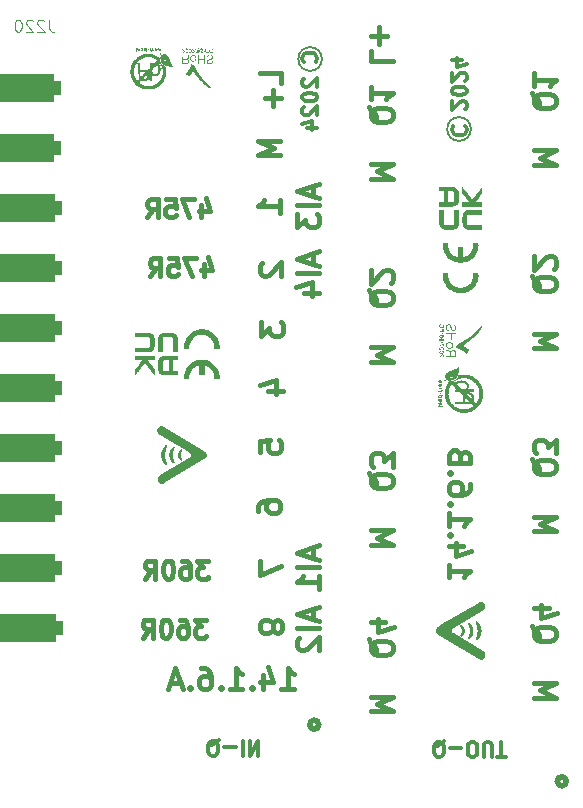
<source format=gbr>
%TF.GenerationSoftware,KiCad,Pcbnew,7.0.11*%
%TF.CreationDate,2025-07-03T12:22:14-04:00*%
%TF.ProjectId,14.1.6 - PMOS - PLC Connector Combined,31342e31-2e36-4202-9d20-504d4f53202d,rev?*%
%TF.SameCoordinates,Original*%
%TF.FileFunction,Legend,Bot*%
%TF.FilePolarity,Positive*%
%FSLAX46Y46*%
G04 Gerber Fmt 4.6, Leading zero omitted, Abs format (unit mm)*
G04 Created by KiCad (PCBNEW 7.0.11) date 2025-07-03 12:22:14*
%MOMM*%
%LPD*%
G01*
G04 APERTURE LIST*
G04 Aperture macros list*
%AMRoundRect*
0 Rectangle with rounded corners*
0 $1 Rounding radius*
0 $2 $3 $4 $5 $6 $7 $8 $9 X,Y pos of 4 corners*
0 Add a 4 corners polygon primitive as box body*
4,1,4,$2,$3,$4,$5,$6,$7,$8,$9,$2,$3,0*
0 Add four circle primitives for the rounded corners*
1,1,$1+$1,$2,$3*
1,1,$1+$1,$4,$5*
1,1,$1+$1,$6,$7*
1,1,$1+$1,$8,$9*
0 Add four rect primitives between the rounded corners*
20,1,$1+$1,$2,$3,$4,$5,0*
20,1,$1+$1,$4,$5,$6,$7,0*
20,1,$1+$1,$6,$7,$8,$9,0*
20,1,$1+$1,$8,$9,$2,$3,0*%
G04 Aperture macros list end*
%ADD10C,0.000000*%
%ADD11C,0.004960*%
%ADD12C,0.150000*%
%ADD13C,0.457200*%
%ADD14C,0.381000*%
%ADD15C,0.310000*%
%ADD16C,0.100000*%
%ADD17C,0.508000*%
%ADD18C,1.950000*%
%ADD19R,1.950000X1.950000*%
%ADD20C,0.500000*%
%ADD21C,1.498600*%
%ADD22RoundRect,0.572500X3.045750X0.572500X-3.045750X0.572500X-3.045750X-0.572500X3.045750X-0.572500X0*%
G04 APERTURE END LIST*
D10*
G36*
X112394714Y-117409442D02*
G01*
X112397334Y-117409581D01*
X112399944Y-117409813D01*
X112402539Y-117410136D01*
X112405119Y-117410550D01*
X112407680Y-117411054D01*
X112410220Y-117411647D01*
X112412738Y-117412329D01*
X112415230Y-117413099D01*
X112417694Y-117413957D01*
X112420128Y-117414901D01*
X112422530Y-117415931D01*
X112424896Y-117417047D01*
X112427226Y-117418247D01*
X112429516Y-117419532D01*
X112431764Y-117420899D01*
X112431772Y-117420905D01*
X112435940Y-117424216D01*
X112440107Y-117427602D01*
X112444274Y-117431062D01*
X112448441Y-117434597D01*
X112484234Y-117466552D01*
X112518048Y-117500233D01*
X112549839Y-117535548D01*
X112579564Y-117572400D01*
X112607177Y-117610696D01*
X112632636Y-117650342D01*
X112655896Y-117691244D01*
X112676912Y-117733307D01*
X112695643Y-117776437D01*
X112712042Y-117820539D01*
X112726067Y-117865520D01*
X112737672Y-117911285D01*
X112746815Y-117957739D01*
X112753452Y-118004790D01*
X112757538Y-118052341D01*
X112759029Y-118100300D01*
X112757894Y-118148268D01*
X112754163Y-118195849D01*
X112747876Y-118242947D01*
X112739079Y-118289469D01*
X112727814Y-118335319D01*
X112714125Y-118380403D01*
X112698054Y-118424626D01*
X112679645Y-118467894D01*
X112658942Y-118510112D01*
X112635987Y-118551185D01*
X112610824Y-118591019D01*
X112583496Y-118629520D01*
X112554047Y-118666593D01*
X112522519Y-118702143D01*
X112488957Y-118736075D01*
X112453402Y-118768295D01*
X112447381Y-118773238D01*
X112441248Y-118778217D01*
X112435040Y-118783197D01*
X112428796Y-118788139D01*
X112428679Y-118788253D01*
X112428559Y-118788364D01*
X112428436Y-118788471D01*
X112428310Y-118788575D01*
X112428182Y-118788675D01*
X112428050Y-118788771D01*
X112427917Y-118788864D01*
X112427781Y-118788954D01*
X112427642Y-118789039D01*
X112427502Y-118789121D01*
X112427359Y-118789199D01*
X112427214Y-118789272D01*
X112427066Y-118789342D01*
X112426917Y-118789408D01*
X112426766Y-118789470D01*
X112426613Y-118789528D01*
X112424679Y-118790519D01*
X112422722Y-118791455D01*
X112420742Y-118792336D01*
X112418741Y-118793162D01*
X112416719Y-118793932D01*
X112414678Y-118794647D01*
X112412619Y-118795306D01*
X112410543Y-118795908D01*
X112408452Y-118796453D01*
X112406346Y-118796942D01*
X112404227Y-118797373D01*
X112402096Y-118797746D01*
X112399954Y-118798062D01*
X112397802Y-118798319D01*
X112395642Y-118798517D01*
X112393474Y-118798657D01*
X112389379Y-118798317D01*
X112385338Y-118797796D01*
X112381355Y-118797097D01*
X112377435Y-118796225D01*
X112373581Y-118795184D01*
X112369797Y-118793978D01*
X112366089Y-118792611D01*
X112362459Y-118791086D01*
X112358913Y-118789409D01*
X112355454Y-118787583D01*
X112352086Y-118785611D01*
X112348815Y-118783499D01*
X112345643Y-118781250D01*
X112342575Y-118778868D01*
X112339616Y-118776357D01*
X112336769Y-118773722D01*
X112334039Y-118770966D01*
X112331430Y-118768093D01*
X112328945Y-118765108D01*
X112326590Y-118762014D01*
X112324369Y-118758815D01*
X112322284Y-118755516D01*
X112320342Y-118752121D01*
X112318546Y-118748633D01*
X112316900Y-118745058D01*
X112315408Y-118741397D01*
X112314074Y-118737657D01*
X112312904Y-118733840D01*
X112311900Y-118729951D01*
X112311067Y-118725994D01*
X112310409Y-118721973D01*
X112309931Y-118717893D01*
X112309476Y-118715588D01*
X112309087Y-118713273D01*
X112308764Y-118710949D01*
X112308507Y-118708617D01*
X112308317Y-118706278D01*
X112308193Y-118703935D01*
X112308136Y-118701588D01*
X112308146Y-118699239D01*
X112308146Y-118696461D01*
X112308157Y-118694663D01*
X112308216Y-118692866D01*
X112308320Y-118691072D01*
X112308471Y-118689282D01*
X112308668Y-118687496D01*
X112308911Y-118685715D01*
X112309200Y-118683941D01*
X112309535Y-118682174D01*
X112309894Y-118680774D01*
X112310237Y-118679369D01*
X112310561Y-118677961D01*
X112310868Y-118676548D01*
X112311157Y-118675132D01*
X112311428Y-118673712D01*
X112311681Y-118672289D01*
X112311916Y-118670862D01*
X112311936Y-118670311D01*
X112311995Y-118669772D01*
X112312087Y-118669244D01*
X112312210Y-118668726D01*
X112312360Y-118668216D01*
X112312533Y-118667713D01*
X112312725Y-118667215D01*
X112312933Y-118666720D01*
X112313379Y-118665737D01*
X112313841Y-118664751D01*
X112314290Y-118663752D01*
X112314499Y-118663243D01*
X112314694Y-118662727D01*
X112314984Y-118661742D01*
X112315305Y-118660768D01*
X112315657Y-118659805D01*
X112316039Y-118658854D01*
X112316452Y-118657916D01*
X112316895Y-118656992D01*
X112317367Y-118656081D01*
X112317869Y-118655186D01*
X112319042Y-118653184D01*
X112320182Y-118651192D01*
X112321295Y-118649200D01*
X112322384Y-118647199D01*
X112323454Y-118645179D01*
X112324511Y-118643131D01*
X112325558Y-118641045D01*
X112326600Y-118638914D01*
X112327027Y-118638190D01*
X112327466Y-118637474D01*
X112327918Y-118636766D01*
X112328384Y-118636067D01*
X112328862Y-118635376D01*
X112329352Y-118634694D01*
X112329855Y-118634021D01*
X112330371Y-118633358D01*
X112331604Y-118631707D01*
X112332869Y-118630080D01*
X112334164Y-118628478D01*
X112335489Y-118626902D01*
X112336845Y-118625351D01*
X112338230Y-118623826D01*
X112339644Y-118622328D01*
X112341086Y-118620856D01*
X112339549Y-118622199D01*
X112338052Y-118623586D01*
X112336596Y-118625015D01*
X112335183Y-118626485D01*
X112333813Y-118627996D01*
X112332488Y-118629546D01*
X112331208Y-118631135D01*
X112329974Y-118632762D01*
X112344884Y-118601799D01*
X112358841Y-118570454D01*
X112371842Y-118538749D01*
X112383880Y-118506706D01*
X112394950Y-118474348D01*
X112405048Y-118441697D01*
X112414168Y-118408775D01*
X112422306Y-118375603D01*
X112429456Y-118342205D01*
X112435612Y-118308603D01*
X112440771Y-118274817D01*
X112444927Y-118240871D01*
X112448075Y-118206787D01*
X112450209Y-118172587D01*
X112451325Y-118138293D01*
X112451418Y-118103927D01*
X112451307Y-118068823D01*
X112450126Y-118033796D01*
X112447882Y-117998870D01*
X112444579Y-117964068D01*
X112440223Y-117929415D01*
X112434820Y-117894934D01*
X112428376Y-117860648D01*
X112420895Y-117826581D01*
X112412384Y-117792757D01*
X112402847Y-117759200D01*
X112392292Y-117725932D01*
X112380722Y-117692978D01*
X112368145Y-117660362D01*
X112354564Y-117628106D01*
X112339987Y-117596235D01*
X112324418Y-117564772D01*
X112324040Y-117564287D01*
X112323673Y-117563795D01*
X112323316Y-117563296D01*
X112322969Y-117562789D01*
X112322633Y-117562277D01*
X112322307Y-117561757D01*
X112321993Y-117561231D01*
X112321689Y-117560699D01*
X112321395Y-117560161D01*
X112321113Y-117559617D01*
X112320842Y-117559068D01*
X112320582Y-117558512D01*
X112320333Y-117557952D01*
X112320096Y-117557386D01*
X112319870Y-117556815D01*
X112319655Y-117556239D01*
X112318259Y-117553372D01*
X112316950Y-117550470D01*
X112315730Y-117547534D01*
X112314599Y-117544566D01*
X112313558Y-117541568D01*
X112312607Y-117538543D01*
X112311746Y-117535493D01*
X112310975Y-117532419D01*
X112310297Y-117529323D01*
X112309710Y-117526208D01*
X112309216Y-117523076D01*
X112308814Y-117519928D01*
X112308506Y-117516767D01*
X112308291Y-117513595D01*
X112308171Y-117510413D01*
X112308146Y-117507225D01*
X112308255Y-117502178D01*
X112308578Y-117497199D01*
X112309111Y-117492293D01*
X112309848Y-117487468D01*
X112310784Y-117482728D01*
X112311913Y-117478080D01*
X112313231Y-117473530D01*
X112314731Y-117469085D01*
X112316410Y-117464749D01*
X112318261Y-117460530D01*
X112320280Y-117456433D01*
X112322461Y-117452464D01*
X112324799Y-117448630D01*
X112327289Y-117444936D01*
X112329925Y-117441389D01*
X112332702Y-117437995D01*
X112335616Y-117434759D01*
X112338660Y-117431688D01*
X112341830Y-117428788D01*
X112345120Y-117426065D01*
X112348526Y-117423525D01*
X112352041Y-117421174D01*
X112355661Y-117419018D01*
X112359380Y-117417063D01*
X112363193Y-117415315D01*
X112367096Y-117413781D01*
X112371082Y-117412466D01*
X112375146Y-117411377D01*
X112379284Y-117410519D01*
X112383490Y-117409899D01*
X112387759Y-117409522D01*
X112392085Y-117409395D01*
X112394714Y-117409442D01*
G37*
G36*
X86726725Y-102403642D02*
G01*
X86730968Y-102403999D01*
X86735158Y-102404587D01*
X86739289Y-102405402D01*
X86743358Y-102406438D01*
X86747361Y-102407691D01*
X86751293Y-102409154D01*
X86755150Y-102410824D01*
X86758928Y-102412694D01*
X86762623Y-102414760D01*
X86766230Y-102417017D01*
X86769746Y-102419459D01*
X86773166Y-102422082D01*
X86776485Y-102424880D01*
X86779701Y-102427848D01*
X86782807Y-102430981D01*
X86785801Y-102434274D01*
X86788678Y-102437721D01*
X86791434Y-102441319D01*
X86794064Y-102445060D01*
X86796565Y-102448941D01*
X86798931Y-102452957D01*
X86801160Y-102457101D01*
X86803246Y-102461370D01*
X86805186Y-102465757D01*
X86806975Y-102470258D01*
X86808610Y-102474868D01*
X86810085Y-102479581D01*
X86811396Y-102484393D01*
X86812541Y-102489298D01*
X86813513Y-102494291D01*
X86814309Y-102499367D01*
X86814851Y-102502088D01*
X86815316Y-102504822D01*
X86815705Y-102507566D01*
X86816017Y-102510320D01*
X86816252Y-102513081D01*
X86816409Y-102515848D01*
X86816489Y-102518620D01*
X86816492Y-102521394D01*
X86816492Y-102524767D01*
X86816452Y-102526888D01*
X86816366Y-102529007D01*
X86816235Y-102531123D01*
X86816059Y-102533235D01*
X86815838Y-102535343D01*
X86815572Y-102537446D01*
X86815261Y-102539543D01*
X86814905Y-102541634D01*
X86814882Y-102542488D01*
X86814818Y-102543338D01*
X86814718Y-102544183D01*
X86814585Y-102545027D01*
X86814426Y-102545867D01*
X86814245Y-102546706D01*
X86813838Y-102548381D01*
X86812979Y-102551736D01*
X86812784Y-102552579D01*
X86812607Y-102553425D01*
X86812452Y-102554275D01*
X86812325Y-102555128D01*
X86809348Y-102564653D01*
X86808981Y-102565824D01*
X86808591Y-102566987D01*
X86808178Y-102568141D01*
X86807742Y-102569288D01*
X86807284Y-102570425D01*
X86806804Y-102571553D01*
X86806301Y-102572672D01*
X86805776Y-102573781D01*
X86804436Y-102576199D01*
X86803130Y-102578635D01*
X86801861Y-102581090D01*
X86800627Y-102583562D01*
X86799429Y-102586052D01*
X86798267Y-102588560D01*
X86797142Y-102591084D01*
X86796053Y-102593625D01*
X86795603Y-102594511D01*
X86795133Y-102595385D01*
X86794642Y-102596248D01*
X86794131Y-102597098D01*
X86793599Y-102597936D01*
X86793048Y-102598761D01*
X86792477Y-102599573D01*
X86791886Y-102600372D01*
X86790531Y-102602292D01*
X86789144Y-102604188D01*
X86787726Y-102606061D01*
X86786277Y-102607910D01*
X86784798Y-102609734D01*
X86783288Y-102611534D01*
X86781748Y-102613308D01*
X86780178Y-102615057D01*
X86781046Y-102614267D01*
X86781901Y-102613465D01*
X86782744Y-102612650D01*
X86783574Y-102611822D01*
X86784391Y-102610982D01*
X86785195Y-102610130D01*
X86785985Y-102609266D01*
X86786762Y-102608389D01*
X86787526Y-102607501D01*
X86788276Y-102606602D01*
X86789012Y-102605690D01*
X86789734Y-102604768D01*
X86790442Y-102603834D01*
X86791136Y-102602889D01*
X86791816Y-102601933D01*
X86792481Y-102600967D01*
X86777144Y-102633819D01*
X86762626Y-102667687D01*
X86748950Y-102702532D01*
X86736140Y-102738320D01*
X86724220Y-102775013D01*
X86713213Y-102812576D01*
X86703142Y-102850972D01*
X86694031Y-102890165D01*
X86685904Y-102930118D01*
X86678785Y-102970795D01*
X86672696Y-103012160D01*
X86667661Y-103054177D01*
X86663704Y-103096808D01*
X86660848Y-103140018D01*
X86659118Y-103183771D01*
X86658536Y-103228030D01*
X86659148Y-103273187D01*
X86660966Y-103317847D01*
X86663966Y-103361968D01*
X86668120Y-103405507D01*
X86673403Y-103448423D01*
X86679789Y-103490674D01*
X86687253Y-103532218D01*
X86695768Y-103573013D01*
X86705308Y-103613018D01*
X86715848Y-103652190D01*
X86727362Y-103690487D01*
X86739824Y-103727869D01*
X86753208Y-103764292D01*
X86767488Y-103799716D01*
X86782638Y-103834097D01*
X86798633Y-103867395D01*
X86799032Y-103867980D01*
X86799420Y-103868572D01*
X86799797Y-103869171D01*
X86800162Y-103869777D01*
X86800514Y-103870389D01*
X86800856Y-103871008D01*
X86801185Y-103871633D01*
X86801502Y-103872265D01*
X86801807Y-103872902D01*
X86802099Y-103873545D01*
X86802380Y-103874194D01*
X86802648Y-103874848D01*
X86802903Y-103875508D01*
X86803146Y-103876172D01*
X86803376Y-103876841D01*
X86803594Y-103877515D01*
X86805175Y-103880923D01*
X86806656Y-103884369D01*
X86808035Y-103887852D01*
X86809312Y-103891370D01*
X86810487Y-103894920D01*
X86811558Y-103898501D01*
X86812526Y-103902109D01*
X86813390Y-103905742D01*
X86814149Y-103909399D01*
X86814803Y-103913077D01*
X86815351Y-103916774D01*
X86815794Y-103920487D01*
X86816130Y-103924214D01*
X86816358Y-103927954D01*
X86816479Y-103931703D01*
X86816492Y-103935459D01*
X86816372Y-103941449D01*
X86816014Y-103947358D01*
X86815425Y-103953180D01*
X86814610Y-103958907D01*
X86812328Y-103970047D01*
X86809215Y-103980722D01*
X86805317Y-103990873D01*
X86800680Y-104000444D01*
X86795353Y-104009376D01*
X86789381Y-104017612D01*
X86786167Y-104021452D01*
X86782811Y-104025095D01*
X86779316Y-104028536D01*
X86775690Y-104031767D01*
X86771938Y-104034781D01*
X86768066Y-104037571D01*
X86764079Y-104040129D01*
X86759984Y-104042448D01*
X86755786Y-104044521D01*
X86751492Y-104046342D01*
X86747106Y-104047902D01*
X86742636Y-104049194D01*
X86738086Y-104050212D01*
X86733463Y-104050948D01*
X86728772Y-104051395D01*
X86724020Y-104051545D01*
X86721146Y-104051449D01*
X86718284Y-104051249D01*
X86715436Y-104050946D01*
X86712606Y-104050542D01*
X86709795Y-104050036D01*
X86707008Y-104049431D01*
X86704245Y-104048726D01*
X86701511Y-104047923D01*
X86698807Y-104047022D01*
X86696136Y-104046024D01*
X86693501Y-104044931D01*
X86690905Y-104043742D01*
X86688350Y-104042459D01*
X86685839Y-104041082D01*
X86683375Y-104039613D01*
X86680959Y-104038051D01*
X86678652Y-104036099D01*
X86676346Y-104034114D01*
X86671732Y-104030064D01*
X86667118Y-104025941D01*
X86662505Y-104021780D01*
X86624324Y-103985856D01*
X86587974Y-103947653D01*
X86553543Y-103907269D01*
X86521118Y-103864800D01*
X86490785Y-103820344D01*
X86462633Y-103773998D01*
X86436748Y-103725860D01*
X86413217Y-103676027D01*
X86392129Y-103624596D01*
X86373569Y-103571666D01*
X86357625Y-103517332D01*
X86344384Y-103461693D01*
X86333934Y-103404846D01*
X86326362Y-103346888D01*
X86321755Y-103287917D01*
X86320200Y-103228030D01*
X86321725Y-103168205D01*
X86326247Y-103109410D01*
X86333681Y-103051726D01*
X86343944Y-102995235D01*
X86356954Y-102940016D01*
X86372627Y-102886152D01*
X86390880Y-102833723D01*
X86411630Y-102782810D01*
X86434794Y-102733495D01*
X86460288Y-102685859D01*
X86488030Y-102639983D01*
X86517937Y-102595947D01*
X86549924Y-102553834D01*
X86583910Y-102513723D01*
X86619811Y-102475697D01*
X86657544Y-102439836D01*
X86657544Y-102438645D01*
X86664077Y-102432807D01*
X86670814Y-102426913D01*
X86684531Y-102415031D01*
X86684835Y-102414804D01*
X86685145Y-102414584D01*
X86685460Y-102414373D01*
X86685780Y-102414170D01*
X86686105Y-102413976D01*
X86686436Y-102413790D01*
X86686771Y-102413612D01*
X86687111Y-102413443D01*
X86689157Y-102412345D01*
X86691232Y-102411309D01*
X86693333Y-102410335D01*
X86695460Y-102409424D01*
X86697611Y-102408576D01*
X86699783Y-102407791D01*
X86701977Y-102407070D01*
X86704191Y-102406414D01*
X86706422Y-102405822D01*
X86708671Y-102405295D01*
X86710934Y-102404834D01*
X86713212Y-102404438D01*
X86715502Y-102404109D01*
X86717803Y-102403846D01*
X86720114Y-102403650D01*
X86722433Y-102403522D01*
X86726725Y-102403642D01*
G37*
D11*
X110886936Y-118280140D02*
X110911542Y-118296411D01*
D10*
G36*
X111718510Y-117602323D02*
G01*
X111720609Y-117602434D01*
X111722701Y-117602610D01*
X111724783Y-117602851D01*
X111726856Y-117603155D01*
X111728916Y-117603523D01*
X111730963Y-117603953D01*
X111732996Y-117604447D01*
X111735012Y-117605003D01*
X111737011Y-117605621D01*
X111738991Y-117606301D01*
X111740950Y-117607042D01*
X111742887Y-117607844D01*
X111744801Y-117608706D01*
X111746689Y-117609629D01*
X111748552Y-117610611D01*
X111750272Y-117611754D01*
X111752006Y-117612943D01*
X111753749Y-117614169D01*
X111755497Y-117615423D01*
X111758988Y-117617978D01*
X111762442Y-117620533D01*
X111791141Y-117642454D01*
X111818479Y-117665762D01*
X111844388Y-117690398D01*
X111868802Y-117716301D01*
X111891651Y-117743412D01*
X111912869Y-117771671D01*
X111932388Y-117801020D01*
X111950139Y-117831398D01*
X111966056Y-117862745D01*
X111980071Y-117895003D01*
X111992115Y-117928111D01*
X112002121Y-117962010D01*
X112010021Y-117996640D01*
X112015748Y-118031942D01*
X112017776Y-118049827D01*
X112019234Y-118067857D01*
X112020115Y-118086025D01*
X112020411Y-118104324D01*
X112019259Y-118140759D01*
X112015847Y-118176585D01*
X112010241Y-118211749D01*
X112002505Y-118246200D01*
X111992706Y-118279886D01*
X111980908Y-118312755D01*
X111967177Y-118344755D01*
X111951578Y-118375836D01*
X111934177Y-118405944D01*
X111915040Y-118435028D01*
X111894231Y-118463037D01*
X111871816Y-118489919D01*
X111847860Y-118515621D01*
X111822429Y-118540093D01*
X111795588Y-118563282D01*
X111767403Y-118585137D01*
X111747560Y-118599623D01*
X111745575Y-118599623D01*
X111743976Y-118600342D01*
X111742362Y-118601023D01*
X111740734Y-118601664D01*
X111739092Y-118602266D01*
X111737437Y-118602829D01*
X111735770Y-118603353D01*
X111734092Y-118603836D01*
X111732402Y-118604280D01*
X111730703Y-118604683D01*
X111728995Y-118605047D01*
X111727277Y-118605369D01*
X111725552Y-118605652D01*
X111723820Y-118605893D01*
X111722082Y-118606094D01*
X111720337Y-118606253D01*
X111718588Y-118606371D01*
X111715395Y-118606300D01*
X111712236Y-118606088D01*
X111709112Y-118605737D01*
X111706027Y-118605250D01*
X111702985Y-118604630D01*
X111699989Y-118603880D01*
X111697043Y-118603003D01*
X111694149Y-118602001D01*
X111691311Y-118600878D01*
X111688533Y-118599636D01*
X111685818Y-118598278D01*
X111683170Y-118596807D01*
X111680591Y-118595225D01*
X111678085Y-118593537D01*
X111675655Y-118591743D01*
X111673305Y-118589849D01*
X111671039Y-118587855D01*
X111668859Y-118585765D01*
X111666770Y-118583583D01*
X111664773Y-118581309D01*
X111662874Y-118578949D01*
X111661074Y-118576504D01*
X111659378Y-118573977D01*
X111657789Y-118571372D01*
X111656311Y-118568690D01*
X111654946Y-118565936D01*
X111653698Y-118563110D01*
X111652570Y-118560218D01*
X111651567Y-118557261D01*
X111650691Y-118554242D01*
X111649945Y-118551164D01*
X111649333Y-118548030D01*
X111648991Y-118546365D01*
X111648697Y-118544691D01*
X111648451Y-118543010D01*
X111648253Y-118541323D01*
X111648103Y-118539631D01*
X111648002Y-118537936D01*
X111647948Y-118536237D01*
X111647944Y-118534536D01*
X111647944Y-118533346D01*
X111647848Y-118532058D01*
X111647779Y-118530768D01*
X111647737Y-118529477D01*
X111647724Y-118528186D01*
X111647737Y-118526895D01*
X111647779Y-118525605D01*
X111647848Y-118524315D01*
X111647944Y-118523027D01*
X111648246Y-118522024D01*
X111648532Y-118521016D01*
X111648804Y-118520005D01*
X111649060Y-118518989D01*
X111649300Y-118517970D01*
X111649525Y-118516947D01*
X111649734Y-118515921D01*
X111649928Y-118514891D01*
X111652310Y-118508938D01*
X111652566Y-118508214D01*
X111652841Y-118507498D01*
X111653136Y-118506790D01*
X111653449Y-118506090D01*
X111653781Y-118505399D01*
X111654132Y-118504717D01*
X111654502Y-118504044D01*
X111654889Y-118503382D01*
X111655905Y-118501967D01*
X111656874Y-118500551D01*
X111657805Y-118499130D01*
X111658709Y-118497701D01*
X111660470Y-118494815D01*
X111662231Y-118491872D01*
X111662586Y-118491321D01*
X111662954Y-118490777D01*
X111663333Y-118490243D01*
X111663725Y-118489717D01*
X111664128Y-118489200D01*
X111664543Y-118488692D01*
X111664969Y-118488194D01*
X111665407Y-118487705D01*
X111666431Y-118486525D01*
X111667475Y-118485363D01*
X111668539Y-118484219D01*
X111669622Y-118483092D01*
X111670723Y-118481985D01*
X111671843Y-118480896D01*
X111672981Y-118479826D01*
X111674138Y-118478775D01*
X111673502Y-118479234D01*
X111672875Y-118479704D01*
X111672255Y-118480184D01*
X111671644Y-118480674D01*
X111671042Y-118481174D01*
X111670448Y-118481685D01*
X111669863Y-118482205D01*
X111669287Y-118482734D01*
X111668719Y-118483274D01*
X111668161Y-118483822D01*
X111667612Y-118484381D01*
X111667073Y-118484948D01*
X111666542Y-118485525D01*
X111666022Y-118486110D01*
X111665511Y-118486705D01*
X111665010Y-118487308D01*
X111688816Y-118441681D01*
X111709403Y-118394952D01*
X111726774Y-118347282D01*
X111740927Y-118298830D01*
X111751866Y-118249758D01*
X111759589Y-118200224D01*
X111764099Y-118150390D01*
X111765397Y-118100416D01*
X111763483Y-118050461D01*
X111758359Y-118000687D01*
X111750025Y-117951252D01*
X111738483Y-117902318D01*
X111723733Y-117854045D01*
X111705776Y-117806592D01*
X111684614Y-117760121D01*
X111660247Y-117714791D01*
X111659692Y-117714076D01*
X111659160Y-117713345D01*
X111658651Y-117712597D01*
X111658167Y-117711834D01*
X111657707Y-117711057D01*
X111657272Y-117710264D01*
X111656862Y-117709458D01*
X111656477Y-117708639D01*
X111655325Y-117706605D01*
X111654244Y-117704536D01*
X111653236Y-117702436D01*
X111652301Y-117700306D01*
X111651439Y-117698149D01*
X111650651Y-117695965D01*
X111649938Y-117693757D01*
X111649299Y-117691527D01*
X111648736Y-117689276D01*
X111648249Y-117687008D01*
X111647839Y-117684723D01*
X111647505Y-117682423D01*
X111647249Y-117680111D01*
X111647071Y-117677788D01*
X111646972Y-117675457D01*
X111646952Y-117673119D01*
X111646999Y-117669638D01*
X111647217Y-117666179D01*
X111647604Y-117662747D01*
X111648159Y-117659349D01*
X111648878Y-117655990D01*
X111649759Y-117652676D01*
X111650800Y-117649413D01*
X111651998Y-117646206D01*
X111653352Y-117643061D01*
X111654858Y-117639985D01*
X111656515Y-117636983D01*
X111658320Y-117634060D01*
X111660271Y-117631223D01*
X111662366Y-117628478D01*
X111664601Y-117625829D01*
X111666976Y-117623284D01*
X111669474Y-117620859D01*
X111672078Y-117618571D01*
X111674781Y-117616423D01*
X111677579Y-117614416D01*
X111680466Y-117612553D01*
X111683434Y-117610837D01*
X111686480Y-117609270D01*
X111689597Y-117607855D01*
X111692780Y-117606593D01*
X111696022Y-117605488D01*
X111699318Y-117604541D01*
X111702662Y-117603756D01*
X111706048Y-117603135D01*
X111709471Y-117602679D01*
X111712926Y-117602392D01*
X111716405Y-117602277D01*
X111718510Y-117602323D01*
G37*
D11*
X88877464Y-103051023D02*
X88852858Y-103034752D01*
D10*
G36*
X86351557Y-100777827D02*
G01*
X86360274Y-100778165D01*
X86368970Y-100778735D01*
X86377640Y-100779538D01*
X86386279Y-100780571D01*
X86394882Y-100781835D01*
X86403446Y-100783327D01*
X86411965Y-100785047D01*
X86420435Y-100786994D01*
X86428851Y-100789168D01*
X86437209Y-100791566D01*
X86445504Y-100794188D01*
X86453732Y-100797033D01*
X86461888Y-100800100D01*
X86469967Y-100803389D01*
X86477965Y-100806897D01*
X86544037Y-100846581D01*
X89800000Y-102800000D01*
X89983356Y-102910530D01*
X90019273Y-102931961D01*
X90021853Y-102933548D01*
X90039799Y-102947155D01*
X90056783Y-102961723D01*
X90072777Y-102977198D01*
X90087756Y-102993528D01*
X90101691Y-103010662D01*
X90114557Y-103028547D01*
X90126325Y-103047129D01*
X90136969Y-103066358D01*
X90146463Y-103086180D01*
X90154777Y-103106544D01*
X90161887Y-103127396D01*
X90167765Y-103148685D01*
X90172384Y-103170358D01*
X90175716Y-103192363D01*
X90177735Y-103214647D01*
X90178414Y-103237158D01*
X90177735Y-103259669D01*
X90175716Y-103281953D01*
X90172384Y-103303957D01*
X90167765Y-103325630D01*
X90161887Y-103346919D01*
X90154777Y-103367772D01*
X90146463Y-103388135D01*
X90136969Y-103407957D01*
X90126325Y-103427186D01*
X90114557Y-103445769D01*
X90101691Y-103463653D01*
X90087756Y-103480787D01*
X90072777Y-103497117D01*
X90056783Y-103512593D01*
X90039799Y-103527160D01*
X90021853Y-103540767D01*
X90021515Y-103540968D01*
X90021182Y-103541175D01*
X90020853Y-103541389D01*
X90020528Y-103541609D01*
X90020207Y-103541835D01*
X90019891Y-103542068D01*
X90019580Y-103542308D01*
X90019273Y-103542553D01*
X89983356Y-103563984D01*
X89799603Y-103674315D01*
X86575589Y-105608883D01*
X86520622Y-105642022D01*
X86512276Y-105645961D01*
X86503835Y-105649657D01*
X86495302Y-105653109D01*
X86486684Y-105656315D01*
X86477985Y-105659274D01*
X86469212Y-105661984D01*
X86460369Y-105664445D01*
X86451462Y-105666656D01*
X86442496Y-105668614D01*
X86433477Y-105670319D01*
X86424410Y-105671770D01*
X86415300Y-105672964D01*
X86406153Y-105673902D01*
X86396973Y-105674582D01*
X86387768Y-105675002D01*
X86378541Y-105675161D01*
X86360384Y-105674659D01*
X86342468Y-105673170D01*
X86324812Y-105670718D01*
X86307441Y-105667326D01*
X86290375Y-105663020D01*
X86273638Y-105657824D01*
X86257250Y-105651761D01*
X86241234Y-105644856D01*
X86225613Y-105637133D01*
X86210407Y-105628616D01*
X86195641Y-105619329D01*
X86181334Y-105609297D01*
X86167510Y-105598544D01*
X86154191Y-105587094D01*
X86141398Y-105574972D01*
X86129154Y-105562200D01*
X86117481Y-105548804D01*
X86106401Y-105534809D01*
X86095937Y-105520237D01*
X86086109Y-105505113D01*
X86076940Y-105489462D01*
X86068453Y-105473307D01*
X86060670Y-105456673D01*
X86053612Y-105439584D01*
X86047301Y-105422065D01*
X86041760Y-105404139D01*
X86037011Y-105385830D01*
X86033076Y-105367163D01*
X86029977Y-105348163D01*
X86027736Y-105328852D01*
X86026376Y-105309256D01*
X86025917Y-105289398D01*
X86026288Y-105267140D01*
X86027888Y-105245059D01*
X86030695Y-105223201D01*
X86034689Y-105201612D01*
X86039848Y-105180337D01*
X86046153Y-105159421D01*
X86053582Y-105138910D01*
X86062115Y-105118850D01*
X86071730Y-105099285D01*
X86082407Y-105080261D01*
X86094125Y-105061825D01*
X86106863Y-105044020D01*
X86120601Y-105026894D01*
X86135317Y-105010490D01*
X86150991Y-104994855D01*
X86167601Y-104980034D01*
X86168594Y-104980034D01*
X86252731Y-104928837D01*
X88689941Y-103466353D01*
X88696345Y-103463466D01*
X88702644Y-103460371D01*
X88708834Y-103457069D01*
X88714909Y-103453565D01*
X88720864Y-103449861D01*
X88726695Y-103445960D01*
X88732396Y-103441865D01*
X88737962Y-103437580D01*
X88748707Y-103428260D01*
X88758876Y-103418422D01*
X88768454Y-103408093D01*
X88777429Y-103397300D01*
X88785787Y-103386071D01*
X88793514Y-103374434D01*
X88800597Y-103362416D01*
X88807024Y-103350044D01*
X88812779Y-103337347D01*
X88817851Y-103324351D01*
X88822225Y-103311085D01*
X88825889Y-103297575D01*
X88828829Y-103283850D01*
X88831031Y-103269936D01*
X88832482Y-103255862D01*
X88833169Y-103241655D01*
X88833081Y-103227431D01*
X88832223Y-103213309D01*
X88830609Y-103199315D01*
X88828250Y-103185478D01*
X88825158Y-103171826D01*
X88821347Y-103158387D01*
X88816827Y-103145189D01*
X88811611Y-103132261D01*
X88805711Y-103119630D01*
X88799140Y-103107324D01*
X88791910Y-103095372D01*
X88784033Y-103083801D01*
X88775520Y-103072640D01*
X88766386Y-103061916D01*
X88756640Y-103051659D01*
X88746297Y-103041895D01*
X88718317Y-103023838D01*
X88695100Y-103008756D01*
X88691196Y-103006973D01*
X88687237Y-103005209D01*
X88683240Y-103003482D01*
X88679225Y-103001811D01*
X86195581Y-101511744D01*
X86183671Y-101505111D01*
X86172055Y-101498099D01*
X86160741Y-101490720D01*
X86149734Y-101482983D01*
X86139039Y-101474898D01*
X86128664Y-101466476D01*
X86118613Y-101457726D01*
X86108894Y-101448659D01*
X86099511Y-101439285D01*
X86090471Y-101429614D01*
X86081780Y-101419656D01*
X86073444Y-101409422D01*
X86065468Y-101398922D01*
X86057859Y-101388165D01*
X86050623Y-101377162D01*
X86043765Y-101365923D01*
X86037292Y-101354458D01*
X86031209Y-101342777D01*
X86025523Y-101330891D01*
X86020239Y-101318810D01*
X86015364Y-101306544D01*
X86010903Y-101294102D01*
X86006863Y-101281496D01*
X86003248Y-101268735D01*
X86000066Y-101255829D01*
X85997323Y-101242789D01*
X85995023Y-101229625D01*
X85993174Y-101216347D01*
X85991780Y-101202964D01*
X85990849Y-101189488D01*
X85990386Y-101175929D01*
X85990397Y-101162296D01*
X85990858Y-101142511D01*
X85992227Y-101122986D01*
X85994481Y-101103744D01*
X85997596Y-101084810D01*
X86001552Y-101066207D01*
X86006324Y-101047960D01*
X86011890Y-101030093D01*
X86018228Y-101012630D01*
X86025314Y-100995596D01*
X86033127Y-100979015D01*
X86041643Y-100962910D01*
X86050840Y-100947306D01*
X86060695Y-100932228D01*
X86071185Y-100917699D01*
X86082288Y-100903744D01*
X86093981Y-100890387D01*
X86106242Y-100877651D01*
X86119047Y-100865562D01*
X86132375Y-100854144D01*
X86146201Y-100843420D01*
X86160505Y-100833415D01*
X86175262Y-100824153D01*
X86190451Y-100815658D01*
X86206049Y-100807954D01*
X86222032Y-100801067D01*
X86238379Y-100795019D01*
X86255067Y-100789835D01*
X86272073Y-100785539D01*
X86289374Y-100782156D01*
X86306947Y-100779710D01*
X86324771Y-100778224D01*
X86342822Y-100777724D01*
X86351557Y-100777827D01*
G37*
G36*
X88049005Y-102724863D02*
G01*
X88052164Y-102725075D01*
X88055288Y-102725426D01*
X88058373Y-102725913D01*
X88061415Y-102726533D01*
X88064411Y-102727283D01*
X88067357Y-102728160D01*
X88070251Y-102729162D01*
X88073089Y-102730285D01*
X88075867Y-102731527D01*
X88078582Y-102732885D01*
X88081230Y-102734356D01*
X88083809Y-102735938D01*
X88086315Y-102737626D01*
X88088745Y-102739420D01*
X88091095Y-102741314D01*
X88093361Y-102743308D01*
X88095541Y-102745398D01*
X88097630Y-102747580D01*
X88099627Y-102749854D01*
X88101526Y-102752214D01*
X88103326Y-102754659D01*
X88105022Y-102757186D01*
X88106611Y-102759791D01*
X88108089Y-102762473D01*
X88109454Y-102765227D01*
X88110702Y-102768053D01*
X88111830Y-102770945D01*
X88112833Y-102773902D01*
X88113709Y-102776921D01*
X88114455Y-102779999D01*
X88115067Y-102783133D01*
X88115409Y-102784798D01*
X88115703Y-102786472D01*
X88115949Y-102788153D01*
X88116147Y-102789840D01*
X88116297Y-102791532D01*
X88116398Y-102793227D01*
X88116452Y-102794926D01*
X88116456Y-102796627D01*
X88116456Y-102797817D01*
X88116552Y-102799105D01*
X88116621Y-102800395D01*
X88116663Y-102801686D01*
X88116676Y-102802977D01*
X88116663Y-102804268D01*
X88116621Y-102805558D01*
X88116552Y-102806848D01*
X88116456Y-102808136D01*
X88116154Y-102809139D01*
X88115868Y-102810147D01*
X88115596Y-102811158D01*
X88115340Y-102812174D01*
X88115100Y-102813193D01*
X88114875Y-102814216D01*
X88114666Y-102815242D01*
X88114472Y-102816272D01*
X88112090Y-102822225D01*
X88111834Y-102822949D01*
X88111559Y-102823665D01*
X88111264Y-102824373D01*
X88110951Y-102825073D01*
X88110619Y-102825764D01*
X88110268Y-102826446D01*
X88109898Y-102827119D01*
X88109511Y-102827781D01*
X88108495Y-102829196D01*
X88107526Y-102830612D01*
X88106595Y-102832033D01*
X88105691Y-102833462D01*
X88103930Y-102836348D01*
X88102169Y-102839291D01*
X88101814Y-102839842D01*
X88101446Y-102840386D01*
X88101067Y-102840920D01*
X88100675Y-102841446D01*
X88100272Y-102841963D01*
X88099857Y-102842471D01*
X88099431Y-102842969D01*
X88098993Y-102843458D01*
X88097969Y-102844638D01*
X88096925Y-102845800D01*
X88095861Y-102846944D01*
X88094778Y-102848071D01*
X88093677Y-102849178D01*
X88092557Y-102850267D01*
X88091419Y-102851337D01*
X88090262Y-102852388D01*
X88090898Y-102851929D01*
X88091525Y-102851459D01*
X88092145Y-102850979D01*
X88092756Y-102850489D01*
X88093358Y-102849989D01*
X88093952Y-102849478D01*
X88094537Y-102848958D01*
X88095113Y-102848429D01*
X88095681Y-102847889D01*
X88096239Y-102847341D01*
X88096788Y-102846782D01*
X88097327Y-102846215D01*
X88097858Y-102845638D01*
X88098378Y-102845053D01*
X88098889Y-102844458D01*
X88099390Y-102843855D01*
X88075584Y-102889482D01*
X88054997Y-102936211D01*
X88037626Y-102983881D01*
X88023473Y-103032333D01*
X88012534Y-103081405D01*
X88004811Y-103130939D01*
X88000301Y-103180773D01*
X87999003Y-103230747D01*
X88000917Y-103280702D01*
X88006041Y-103330476D01*
X88014375Y-103379911D01*
X88025917Y-103428845D01*
X88040667Y-103477118D01*
X88058624Y-103524571D01*
X88079786Y-103571042D01*
X88104153Y-103616372D01*
X88104708Y-103617087D01*
X88105240Y-103617818D01*
X88105749Y-103618566D01*
X88106233Y-103619329D01*
X88106693Y-103620106D01*
X88107128Y-103620899D01*
X88107538Y-103621705D01*
X88107923Y-103622524D01*
X88109075Y-103624558D01*
X88110156Y-103626627D01*
X88111164Y-103628727D01*
X88112099Y-103630857D01*
X88112961Y-103633014D01*
X88113749Y-103635198D01*
X88114462Y-103637406D01*
X88115101Y-103639636D01*
X88115664Y-103641887D01*
X88116151Y-103644155D01*
X88116561Y-103646440D01*
X88116895Y-103648740D01*
X88117151Y-103651052D01*
X88117329Y-103653375D01*
X88117428Y-103655706D01*
X88117448Y-103658044D01*
X88117401Y-103661525D01*
X88117183Y-103664984D01*
X88116796Y-103668416D01*
X88116241Y-103671814D01*
X88115522Y-103675173D01*
X88114641Y-103678487D01*
X88113600Y-103681750D01*
X88112402Y-103684957D01*
X88111048Y-103688102D01*
X88109542Y-103691178D01*
X88107885Y-103694180D01*
X88106080Y-103697103D01*
X88104129Y-103699940D01*
X88102034Y-103702685D01*
X88099799Y-103705334D01*
X88097424Y-103707879D01*
X88094926Y-103710304D01*
X88092322Y-103712592D01*
X88089619Y-103714740D01*
X88086821Y-103716747D01*
X88083934Y-103718610D01*
X88080966Y-103720326D01*
X88077920Y-103721893D01*
X88074803Y-103723308D01*
X88071620Y-103724570D01*
X88068378Y-103725675D01*
X88065082Y-103726622D01*
X88061738Y-103727407D01*
X88058352Y-103728028D01*
X88054929Y-103728484D01*
X88051474Y-103728771D01*
X88047995Y-103728886D01*
X88045890Y-103728840D01*
X88043791Y-103728729D01*
X88041699Y-103728553D01*
X88039617Y-103728312D01*
X88037544Y-103728008D01*
X88035484Y-103727640D01*
X88033437Y-103727210D01*
X88031404Y-103726716D01*
X88029388Y-103726160D01*
X88027389Y-103725542D01*
X88025409Y-103724862D01*
X88023450Y-103724121D01*
X88021513Y-103723319D01*
X88019599Y-103722457D01*
X88017711Y-103721534D01*
X88015848Y-103720552D01*
X88014128Y-103719409D01*
X88012394Y-103718220D01*
X88010651Y-103716994D01*
X88008903Y-103715740D01*
X88005412Y-103713185D01*
X88001958Y-103710630D01*
X87973259Y-103688709D01*
X87945921Y-103665401D01*
X87920012Y-103640765D01*
X87895598Y-103614862D01*
X87872749Y-103587751D01*
X87851531Y-103559492D01*
X87832012Y-103530143D01*
X87814261Y-103499765D01*
X87798344Y-103468418D01*
X87784329Y-103436160D01*
X87772285Y-103403052D01*
X87762279Y-103369153D01*
X87754379Y-103334523D01*
X87748652Y-103299221D01*
X87746624Y-103281336D01*
X87745166Y-103263306D01*
X87744285Y-103245138D01*
X87743989Y-103226839D01*
X87745141Y-103190404D01*
X87748553Y-103154578D01*
X87754159Y-103119414D01*
X87761895Y-103084963D01*
X87771694Y-103051277D01*
X87783492Y-103018408D01*
X87797223Y-102986408D01*
X87812822Y-102955327D01*
X87830223Y-102925219D01*
X87849360Y-102896135D01*
X87870169Y-102868126D01*
X87892584Y-102841244D01*
X87916540Y-102815542D01*
X87941971Y-102791070D01*
X87968812Y-102767881D01*
X87996997Y-102746026D01*
X88016840Y-102731540D01*
X88018825Y-102731540D01*
X88020424Y-102730821D01*
X88022038Y-102730140D01*
X88023666Y-102729499D01*
X88025308Y-102728897D01*
X88026963Y-102728334D01*
X88028630Y-102727810D01*
X88030308Y-102727327D01*
X88031998Y-102726883D01*
X88033697Y-102726480D01*
X88035405Y-102726116D01*
X88037123Y-102725794D01*
X88038848Y-102725511D01*
X88040580Y-102725270D01*
X88042318Y-102725069D01*
X88044063Y-102724910D01*
X88045812Y-102724792D01*
X88049005Y-102724863D01*
G37*
G36*
X113043254Y-117279714D02*
G01*
X113046116Y-117279914D01*
X113048964Y-117280217D01*
X113051794Y-117280621D01*
X113054605Y-117281127D01*
X113057392Y-117281732D01*
X113060155Y-117282437D01*
X113062889Y-117283240D01*
X113065593Y-117284141D01*
X113068264Y-117285139D01*
X113070899Y-117286232D01*
X113073495Y-117287421D01*
X113076050Y-117288704D01*
X113078561Y-117290081D01*
X113081025Y-117291550D01*
X113083441Y-117293112D01*
X113085748Y-117295064D01*
X113088054Y-117297049D01*
X113092668Y-117301099D01*
X113097282Y-117305222D01*
X113101895Y-117309383D01*
X113140076Y-117345307D01*
X113176426Y-117383510D01*
X113210857Y-117423894D01*
X113243282Y-117466363D01*
X113273615Y-117510819D01*
X113301767Y-117557165D01*
X113327652Y-117605303D01*
X113351183Y-117655136D01*
X113372271Y-117706567D01*
X113390831Y-117759497D01*
X113406775Y-117813831D01*
X113420016Y-117869470D01*
X113430466Y-117926317D01*
X113438038Y-117984275D01*
X113442645Y-118043246D01*
X113444200Y-118103133D01*
X113442675Y-118162958D01*
X113438153Y-118221753D01*
X113430719Y-118279437D01*
X113420456Y-118335928D01*
X113407446Y-118391147D01*
X113391773Y-118445011D01*
X113373520Y-118497440D01*
X113352770Y-118548353D01*
X113329606Y-118597668D01*
X113304112Y-118645304D01*
X113276370Y-118691180D01*
X113246463Y-118735216D01*
X113214476Y-118777329D01*
X113180490Y-118817440D01*
X113144589Y-118855466D01*
X113106856Y-118891327D01*
X113106856Y-118892518D01*
X113100323Y-118898356D01*
X113093586Y-118904250D01*
X113079869Y-118916132D01*
X113079565Y-118916359D01*
X113079255Y-118916579D01*
X113078940Y-118916790D01*
X113078620Y-118916993D01*
X113078295Y-118917187D01*
X113077964Y-118917373D01*
X113077629Y-118917551D01*
X113077289Y-118917720D01*
X113075243Y-118918818D01*
X113073168Y-118919854D01*
X113071067Y-118920828D01*
X113068940Y-118921739D01*
X113066789Y-118922587D01*
X113064617Y-118923372D01*
X113062423Y-118924093D01*
X113060209Y-118924749D01*
X113057978Y-118925341D01*
X113055729Y-118925868D01*
X113053466Y-118926329D01*
X113051188Y-118926725D01*
X113048898Y-118927054D01*
X113046597Y-118927317D01*
X113044286Y-118927513D01*
X113041967Y-118927641D01*
X113037675Y-118927521D01*
X113033432Y-118927164D01*
X113029242Y-118926576D01*
X113025111Y-118925761D01*
X113021042Y-118924725D01*
X113017039Y-118923472D01*
X113013107Y-118922009D01*
X113009250Y-118920339D01*
X113005472Y-118918469D01*
X113001777Y-118916403D01*
X112998170Y-118914146D01*
X112994654Y-118911704D01*
X112991234Y-118909081D01*
X112987915Y-118906283D01*
X112984699Y-118903315D01*
X112981593Y-118900182D01*
X112978599Y-118896889D01*
X112975722Y-118893442D01*
X112972966Y-118889844D01*
X112970336Y-118886103D01*
X112967835Y-118882222D01*
X112965469Y-118878206D01*
X112963240Y-118874062D01*
X112961154Y-118869793D01*
X112959214Y-118865406D01*
X112957425Y-118860905D01*
X112955790Y-118856295D01*
X112954315Y-118851582D01*
X112953004Y-118846770D01*
X112951859Y-118841865D01*
X112950887Y-118836872D01*
X112950091Y-118831796D01*
X112949549Y-118829075D01*
X112949084Y-118826341D01*
X112948695Y-118823597D01*
X112948383Y-118820843D01*
X112948148Y-118818082D01*
X112947991Y-118815315D01*
X112947911Y-118812543D01*
X112947908Y-118809769D01*
X112947908Y-118806396D01*
X112947948Y-118804275D01*
X112948034Y-118802156D01*
X112948165Y-118800040D01*
X112948341Y-118797928D01*
X112948562Y-118795820D01*
X112948828Y-118793717D01*
X112949139Y-118791620D01*
X112949495Y-118789529D01*
X112949518Y-118788675D01*
X112949582Y-118787825D01*
X112949682Y-118786980D01*
X112949815Y-118786136D01*
X112949974Y-118785296D01*
X112950155Y-118784457D01*
X112950562Y-118782782D01*
X112951421Y-118779427D01*
X112951616Y-118778584D01*
X112951793Y-118777738D01*
X112951948Y-118776888D01*
X112952075Y-118776035D01*
X112955052Y-118766510D01*
X112955419Y-118765339D01*
X112955809Y-118764176D01*
X112956222Y-118763022D01*
X112956658Y-118761875D01*
X112957116Y-118760738D01*
X112957596Y-118759610D01*
X112958099Y-118758491D01*
X112958624Y-118757382D01*
X112959964Y-118754964D01*
X112961270Y-118752528D01*
X112962539Y-118750073D01*
X112963773Y-118747601D01*
X112964971Y-118745111D01*
X112966133Y-118742603D01*
X112967258Y-118740079D01*
X112968347Y-118737538D01*
X112968797Y-118736652D01*
X112969267Y-118735778D01*
X112969758Y-118734915D01*
X112970269Y-118734065D01*
X112970801Y-118733227D01*
X112971352Y-118732402D01*
X112971923Y-118731590D01*
X112972514Y-118730791D01*
X112973869Y-118728871D01*
X112975256Y-118726975D01*
X112976674Y-118725102D01*
X112978123Y-118723253D01*
X112979602Y-118721429D01*
X112981112Y-118719629D01*
X112982652Y-118717855D01*
X112984222Y-118716106D01*
X112983354Y-118716896D01*
X112982499Y-118717698D01*
X112981656Y-118718513D01*
X112980826Y-118719341D01*
X112980009Y-118720181D01*
X112979205Y-118721033D01*
X112978415Y-118721897D01*
X112977638Y-118722774D01*
X112976874Y-118723662D01*
X112976124Y-118724561D01*
X112975388Y-118725473D01*
X112974666Y-118726395D01*
X112973958Y-118727329D01*
X112973264Y-118728274D01*
X112972584Y-118729230D01*
X112971919Y-118730196D01*
X112987256Y-118697344D01*
X113001774Y-118663476D01*
X113015450Y-118628631D01*
X113028260Y-118592843D01*
X113040180Y-118556150D01*
X113051187Y-118518587D01*
X113061258Y-118480191D01*
X113070369Y-118440998D01*
X113078496Y-118401045D01*
X113085615Y-118360368D01*
X113091704Y-118319003D01*
X113096739Y-118276986D01*
X113100696Y-118234355D01*
X113103552Y-118191145D01*
X113105282Y-118147392D01*
X113105864Y-118103133D01*
X113105252Y-118057976D01*
X113103434Y-118013316D01*
X113100434Y-117969195D01*
X113096280Y-117925656D01*
X113090997Y-117882740D01*
X113084611Y-117840489D01*
X113077147Y-117798945D01*
X113068632Y-117758150D01*
X113059092Y-117718145D01*
X113048552Y-117678973D01*
X113037038Y-117640676D01*
X113024576Y-117603294D01*
X113011192Y-117566871D01*
X112996912Y-117531447D01*
X112981762Y-117497066D01*
X112965767Y-117463768D01*
X112965368Y-117463183D01*
X112964980Y-117462591D01*
X112964603Y-117461992D01*
X112964238Y-117461386D01*
X112963886Y-117460774D01*
X112963544Y-117460155D01*
X112963215Y-117459530D01*
X112962898Y-117458898D01*
X112962593Y-117458261D01*
X112962301Y-117457618D01*
X112962020Y-117456969D01*
X112961752Y-117456315D01*
X112961497Y-117455655D01*
X112961254Y-117454991D01*
X112961024Y-117454322D01*
X112960806Y-117453648D01*
X112959225Y-117450240D01*
X112957744Y-117446794D01*
X112956365Y-117443311D01*
X112955088Y-117439793D01*
X112953913Y-117436243D01*
X112952842Y-117432662D01*
X112951874Y-117429054D01*
X112951010Y-117425421D01*
X112950251Y-117421764D01*
X112949597Y-117418086D01*
X112949049Y-117414389D01*
X112948606Y-117410676D01*
X112948270Y-117406949D01*
X112948042Y-117403209D01*
X112947921Y-117399460D01*
X112947908Y-117395704D01*
X112948028Y-117389714D01*
X112948386Y-117383805D01*
X112948975Y-117377983D01*
X112949790Y-117372256D01*
X112952072Y-117361116D01*
X112955185Y-117350441D01*
X112959083Y-117340290D01*
X112963720Y-117330719D01*
X112969047Y-117321787D01*
X112975019Y-117313551D01*
X112978233Y-117309711D01*
X112981589Y-117306068D01*
X112985084Y-117302627D01*
X112988710Y-117299396D01*
X112992462Y-117296382D01*
X112996334Y-117293592D01*
X113000321Y-117291034D01*
X113004416Y-117288715D01*
X113008614Y-117286642D01*
X113012908Y-117284821D01*
X113017294Y-117283261D01*
X113021764Y-117281969D01*
X113026314Y-117280951D01*
X113030937Y-117280215D01*
X113035628Y-117279768D01*
X113040380Y-117279618D01*
X113043254Y-117279714D01*
G37*
G36*
X113404016Y-115656504D02*
G01*
X113421932Y-115657993D01*
X113439588Y-115660445D01*
X113456959Y-115663837D01*
X113474025Y-115668143D01*
X113490762Y-115673339D01*
X113507150Y-115679402D01*
X113523166Y-115686307D01*
X113538787Y-115694030D01*
X113553993Y-115702547D01*
X113568759Y-115711834D01*
X113583066Y-115721866D01*
X113596890Y-115732619D01*
X113610209Y-115744069D01*
X113623002Y-115756191D01*
X113635246Y-115768963D01*
X113646919Y-115782359D01*
X113657999Y-115796354D01*
X113668463Y-115810926D01*
X113678291Y-115826050D01*
X113687460Y-115841701D01*
X113695947Y-115857856D01*
X113703730Y-115874490D01*
X113710788Y-115891579D01*
X113717099Y-115909098D01*
X113722640Y-115927024D01*
X113727389Y-115945333D01*
X113731324Y-115964000D01*
X113734423Y-115983000D01*
X113736664Y-116002311D01*
X113738024Y-116021907D01*
X113738483Y-116041765D01*
X113738112Y-116064023D01*
X113736512Y-116086104D01*
X113733705Y-116107962D01*
X113729711Y-116129551D01*
X113724552Y-116150826D01*
X113718247Y-116171742D01*
X113710818Y-116192253D01*
X113702285Y-116212313D01*
X113692670Y-116231878D01*
X113681993Y-116250902D01*
X113670275Y-116269338D01*
X113657537Y-116287143D01*
X113643799Y-116304269D01*
X113629083Y-116320673D01*
X113613409Y-116336308D01*
X113596799Y-116351129D01*
X113595806Y-116351129D01*
X113511669Y-116402326D01*
X111074459Y-117864810D01*
X111068055Y-117867697D01*
X111061756Y-117870792D01*
X111055566Y-117874094D01*
X111049491Y-117877598D01*
X111043536Y-117881302D01*
X111037705Y-117885203D01*
X111032004Y-117889298D01*
X111026438Y-117893583D01*
X111015693Y-117902903D01*
X111005524Y-117912741D01*
X110995946Y-117923070D01*
X110986971Y-117933863D01*
X110978613Y-117945092D01*
X110970886Y-117956729D01*
X110963803Y-117968747D01*
X110957376Y-117981119D01*
X110951621Y-117993816D01*
X110946549Y-118006812D01*
X110942175Y-118020078D01*
X110938511Y-118033588D01*
X110935571Y-118047313D01*
X110933369Y-118061227D01*
X110931918Y-118075301D01*
X110931231Y-118089508D01*
X110931319Y-118103732D01*
X110932177Y-118117854D01*
X110933791Y-118131848D01*
X110936150Y-118145685D01*
X110939242Y-118159337D01*
X110943053Y-118172776D01*
X110947573Y-118185974D01*
X110952789Y-118198902D01*
X110958689Y-118211533D01*
X110965260Y-118223839D01*
X110972490Y-118235791D01*
X110980367Y-118247362D01*
X110988880Y-118258523D01*
X110998014Y-118269247D01*
X111007760Y-118279504D01*
X111018103Y-118289268D01*
X111046083Y-118307325D01*
X111069300Y-118322407D01*
X111073204Y-118324190D01*
X111077163Y-118325954D01*
X111081160Y-118327681D01*
X111085175Y-118329352D01*
X113568819Y-119819419D01*
X113580729Y-119826052D01*
X113592345Y-119833064D01*
X113603659Y-119840443D01*
X113614666Y-119848180D01*
X113625361Y-119856265D01*
X113635736Y-119864687D01*
X113645787Y-119873437D01*
X113655506Y-119882504D01*
X113664889Y-119891878D01*
X113673929Y-119901549D01*
X113682620Y-119911507D01*
X113690956Y-119921741D01*
X113698932Y-119932241D01*
X113706541Y-119942998D01*
X113713777Y-119954001D01*
X113720635Y-119965240D01*
X113727108Y-119976705D01*
X113733191Y-119988386D01*
X113738877Y-120000272D01*
X113744161Y-120012353D01*
X113749036Y-120024619D01*
X113753497Y-120037061D01*
X113757537Y-120049667D01*
X113761152Y-120062428D01*
X113764334Y-120075334D01*
X113767077Y-120088374D01*
X113769377Y-120101538D01*
X113771226Y-120114816D01*
X113772620Y-120128199D01*
X113773551Y-120141675D01*
X113774014Y-120155234D01*
X113774003Y-120168867D01*
X113773542Y-120188652D01*
X113772173Y-120208177D01*
X113769919Y-120227419D01*
X113766804Y-120246353D01*
X113762848Y-120264956D01*
X113758076Y-120283203D01*
X113752510Y-120301070D01*
X113746172Y-120318533D01*
X113739086Y-120335567D01*
X113731273Y-120352148D01*
X113722757Y-120368253D01*
X113713560Y-120383857D01*
X113703705Y-120398935D01*
X113693215Y-120413464D01*
X113682112Y-120427419D01*
X113670419Y-120440776D01*
X113658158Y-120453512D01*
X113645353Y-120465601D01*
X113632025Y-120477019D01*
X113618199Y-120487743D01*
X113603895Y-120497748D01*
X113589138Y-120507010D01*
X113573949Y-120515505D01*
X113558351Y-120523209D01*
X113542368Y-120530096D01*
X113526021Y-120536144D01*
X113509333Y-120541328D01*
X113492327Y-120545624D01*
X113475026Y-120549007D01*
X113457453Y-120551453D01*
X113439629Y-120552939D01*
X113421578Y-120553439D01*
X113412843Y-120553336D01*
X113404126Y-120552998D01*
X113395430Y-120552428D01*
X113386760Y-120551625D01*
X113378121Y-120550592D01*
X113369518Y-120549328D01*
X113360954Y-120547836D01*
X113352435Y-120546116D01*
X113343965Y-120544169D01*
X113335549Y-120541995D01*
X113327191Y-120539597D01*
X113318896Y-120536975D01*
X113310668Y-120534130D01*
X113302512Y-120531063D01*
X113294433Y-120527774D01*
X113286435Y-120524266D01*
X113220363Y-120484582D01*
X109964400Y-118531163D01*
X109781044Y-118420633D01*
X109745127Y-118399202D01*
X109742547Y-118397615D01*
X109724601Y-118384008D01*
X109707617Y-118369440D01*
X109691623Y-118353965D01*
X109676644Y-118337635D01*
X109662709Y-118320501D01*
X109649843Y-118302616D01*
X109638075Y-118284034D01*
X109627431Y-118264805D01*
X109617937Y-118244983D01*
X109609623Y-118224619D01*
X109602513Y-118203767D01*
X109596635Y-118182478D01*
X109592016Y-118160805D01*
X109588684Y-118138800D01*
X109586665Y-118116516D01*
X109585986Y-118094005D01*
X109586665Y-118071494D01*
X109588684Y-118049210D01*
X109592016Y-118027206D01*
X109596635Y-118005533D01*
X109602513Y-117984244D01*
X109609623Y-117963391D01*
X109617937Y-117943028D01*
X109627431Y-117923206D01*
X109638075Y-117903977D01*
X109649843Y-117885394D01*
X109662709Y-117867510D01*
X109676644Y-117850376D01*
X109691623Y-117834046D01*
X109707617Y-117818570D01*
X109724601Y-117804003D01*
X109742547Y-117790396D01*
X109742885Y-117790195D01*
X109743218Y-117789988D01*
X109743547Y-117789774D01*
X109743872Y-117789554D01*
X109744193Y-117789328D01*
X109744509Y-117789095D01*
X109744820Y-117788855D01*
X109745127Y-117788610D01*
X109781044Y-117767179D01*
X109964797Y-117656848D01*
X113188811Y-115722280D01*
X113243778Y-115689141D01*
X113252124Y-115685202D01*
X113260565Y-115681506D01*
X113269098Y-115678054D01*
X113277716Y-115674848D01*
X113286415Y-115671889D01*
X113295188Y-115669179D01*
X113304031Y-115666718D01*
X113312938Y-115664507D01*
X113321904Y-115662549D01*
X113330923Y-115660844D01*
X113339990Y-115659393D01*
X113349100Y-115658199D01*
X113358247Y-115657261D01*
X113367427Y-115656581D01*
X113376632Y-115656161D01*
X113385859Y-115656002D01*
X113404016Y-115656504D01*
G37*
G36*
X87375021Y-102532846D02*
G01*
X87379062Y-102533367D01*
X87383045Y-102534066D01*
X87386965Y-102534938D01*
X87390819Y-102535979D01*
X87394603Y-102537185D01*
X87398311Y-102538552D01*
X87401941Y-102540077D01*
X87405487Y-102541754D01*
X87408946Y-102543580D01*
X87412314Y-102545552D01*
X87415585Y-102547664D01*
X87418757Y-102549913D01*
X87421825Y-102552295D01*
X87424784Y-102554806D01*
X87427631Y-102557441D01*
X87430361Y-102560197D01*
X87432970Y-102563070D01*
X87435455Y-102566055D01*
X87437810Y-102569149D01*
X87440031Y-102572348D01*
X87442116Y-102575647D01*
X87444058Y-102579042D01*
X87445854Y-102582530D01*
X87447500Y-102586105D01*
X87448992Y-102589766D01*
X87450326Y-102593506D01*
X87451496Y-102597323D01*
X87452500Y-102601212D01*
X87453333Y-102605169D01*
X87453991Y-102609190D01*
X87454469Y-102613270D01*
X87454924Y-102615575D01*
X87455313Y-102617890D01*
X87455636Y-102620214D01*
X87455893Y-102622546D01*
X87456083Y-102624885D01*
X87456207Y-102627228D01*
X87456264Y-102629575D01*
X87456254Y-102631924D01*
X87456254Y-102634702D01*
X87456243Y-102636500D01*
X87456184Y-102638297D01*
X87456080Y-102640091D01*
X87455929Y-102641881D01*
X87455732Y-102643667D01*
X87455489Y-102645448D01*
X87455200Y-102647222D01*
X87454865Y-102648989D01*
X87454506Y-102650389D01*
X87454163Y-102651794D01*
X87453839Y-102653202D01*
X87453532Y-102654615D01*
X87453243Y-102656031D01*
X87452972Y-102657451D01*
X87452719Y-102658874D01*
X87452484Y-102660301D01*
X87452464Y-102660852D01*
X87452405Y-102661391D01*
X87452313Y-102661919D01*
X87452190Y-102662437D01*
X87452040Y-102662947D01*
X87451867Y-102663450D01*
X87451675Y-102663948D01*
X87451467Y-102664443D01*
X87451021Y-102665426D01*
X87450559Y-102666412D01*
X87450110Y-102667411D01*
X87449901Y-102667920D01*
X87449706Y-102668436D01*
X87449416Y-102669421D01*
X87449095Y-102670395D01*
X87448743Y-102671358D01*
X87448361Y-102672309D01*
X87447948Y-102673247D01*
X87447505Y-102674171D01*
X87447033Y-102675082D01*
X87446531Y-102675977D01*
X87445358Y-102677979D01*
X87444218Y-102679971D01*
X87443105Y-102681963D01*
X87442016Y-102683964D01*
X87440946Y-102685984D01*
X87439889Y-102688032D01*
X87438842Y-102690118D01*
X87437800Y-102692249D01*
X87437373Y-102692973D01*
X87436934Y-102693689D01*
X87436482Y-102694397D01*
X87436016Y-102695096D01*
X87435538Y-102695787D01*
X87435048Y-102696469D01*
X87434545Y-102697142D01*
X87434029Y-102697805D01*
X87432796Y-102699456D01*
X87431531Y-102701083D01*
X87430236Y-102702685D01*
X87428911Y-102704261D01*
X87427555Y-102705812D01*
X87426170Y-102707337D01*
X87424756Y-102708835D01*
X87423314Y-102710307D01*
X87424851Y-102708964D01*
X87426348Y-102707577D01*
X87427804Y-102706148D01*
X87429217Y-102704678D01*
X87430587Y-102703167D01*
X87431912Y-102701617D01*
X87433192Y-102700028D01*
X87434426Y-102698401D01*
X87419516Y-102729364D01*
X87405559Y-102760709D01*
X87392558Y-102792414D01*
X87380520Y-102824457D01*
X87369450Y-102856815D01*
X87359352Y-102889466D01*
X87350232Y-102922388D01*
X87342094Y-102955560D01*
X87334944Y-102988958D01*
X87328788Y-103022560D01*
X87323629Y-103056346D01*
X87319473Y-103090292D01*
X87316325Y-103124376D01*
X87314191Y-103158576D01*
X87313075Y-103192870D01*
X87312982Y-103227236D01*
X87313093Y-103262340D01*
X87314274Y-103297367D01*
X87316518Y-103332293D01*
X87319821Y-103367095D01*
X87324177Y-103401748D01*
X87329580Y-103436229D01*
X87336024Y-103470515D01*
X87343505Y-103504582D01*
X87352016Y-103538406D01*
X87361553Y-103571963D01*
X87372108Y-103605231D01*
X87383678Y-103638185D01*
X87396255Y-103670801D01*
X87409836Y-103703057D01*
X87424413Y-103734928D01*
X87439982Y-103766391D01*
X87440360Y-103766876D01*
X87440727Y-103767368D01*
X87441084Y-103767867D01*
X87441431Y-103768374D01*
X87441767Y-103768886D01*
X87442093Y-103769406D01*
X87442407Y-103769932D01*
X87442711Y-103770464D01*
X87443005Y-103771002D01*
X87443287Y-103771546D01*
X87443558Y-103772095D01*
X87443818Y-103772651D01*
X87444067Y-103773211D01*
X87444304Y-103773777D01*
X87444530Y-103774348D01*
X87444745Y-103774924D01*
X87446141Y-103777791D01*
X87447450Y-103780693D01*
X87448670Y-103783629D01*
X87449801Y-103786597D01*
X87450842Y-103789595D01*
X87451793Y-103792620D01*
X87452654Y-103795670D01*
X87453425Y-103798744D01*
X87454103Y-103801840D01*
X87454690Y-103804955D01*
X87455184Y-103808087D01*
X87455586Y-103811235D01*
X87455894Y-103814396D01*
X87456109Y-103817568D01*
X87456229Y-103820750D01*
X87456254Y-103823938D01*
X87456145Y-103828985D01*
X87455822Y-103833964D01*
X87455289Y-103838870D01*
X87454552Y-103843695D01*
X87453616Y-103848435D01*
X87452487Y-103853083D01*
X87451169Y-103857633D01*
X87449669Y-103862078D01*
X87447990Y-103866414D01*
X87446139Y-103870633D01*
X87444120Y-103874730D01*
X87441939Y-103878699D01*
X87439601Y-103882533D01*
X87437111Y-103886227D01*
X87434475Y-103889774D01*
X87431698Y-103893168D01*
X87428784Y-103896404D01*
X87425740Y-103899475D01*
X87422570Y-103902375D01*
X87419280Y-103905098D01*
X87415874Y-103907638D01*
X87412359Y-103909989D01*
X87408739Y-103912145D01*
X87405020Y-103914100D01*
X87401207Y-103915848D01*
X87397304Y-103917382D01*
X87393318Y-103918697D01*
X87389254Y-103919786D01*
X87385116Y-103920644D01*
X87380910Y-103921264D01*
X87376641Y-103921641D01*
X87372315Y-103921768D01*
X87369686Y-103921721D01*
X87367066Y-103921582D01*
X87364456Y-103921350D01*
X87361861Y-103921027D01*
X87359281Y-103920613D01*
X87356720Y-103920109D01*
X87354180Y-103919516D01*
X87351662Y-103918834D01*
X87349170Y-103918064D01*
X87346706Y-103917206D01*
X87344272Y-103916262D01*
X87341870Y-103915232D01*
X87339504Y-103914116D01*
X87337174Y-103912916D01*
X87334884Y-103911631D01*
X87332636Y-103910264D01*
X87332628Y-103910258D01*
X87328460Y-103906947D01*
X87324293Y-103903561D01*
X87320126Y-103900101D01*
X87315959Y-103896566D01*
X87280166Y-103864611D01*
X87246352Y-103830930D01*
X87214561Y-103795615D01*
X87184836Y-103758763D01*
X87157223Y-103720467D01*
X87131764Y-103680821D01*
X87108504Y-103639919D01*
X87087488Y-103597856D01*
X87068757Y-103554726D01*
X87052358Y-103510624D01*
X87038333Y-103465643D01*
X87026728Y-103419878D01*
X87017585Y-103373424D01*
X87010948Y-103326373D01*
X87006862Y-103278822D01*
X87005371Y-103230863D01*
X87006506Y-103182895D01*
X87010237Y-103135314D01*
X87016524Y-103088216D01*
X87025321Y-103041694D01*
X87036586Y-102995844D01*
X87050275Y-102950760D01*
X87066346Y-102906537D01*
X87084755Y-102863269D01*
X87105458Y-102821051D01*
X87128413Y-102779978D01*
X87153576Y-102740144D01*
X87180904Y-102701643D01*
X87210353Y-102664570D01*
X87241881Y-102629020D01*
X87275443Y-102595088D01*
X87310998Y-102562868D01*
X87317019Y-102557925D01*
X87323152Y-102552946D01*
X87329360Y-102547966D01*
X87335604Y-102543024D01*
X87335721Y-102542910D01*
X87335841Y-102542799D01*
X87335964Y-102542692D01*
X87336090Y-102542588D01*
X87336218Y-102542488D01*
X87336350Y-102542392D01*
X87336483Y-102542299D01*
X87336619Y-102542209D01*
X87336758Y-102542124D01*
X87336898Y-102542042D01*
X87337041Y-102541964D01*
X87337186Y-102541891D01*
X87337334Y-102541821D01*
X87337483Y-102541755D01*
X87337634Y-102541693D01*
X87337787Y-102541635D01*
X87339721Y-102540644D01*
X87341678Y-102539708D01*
X87343658Y-102538827D01*
X87345659Y-102538001D01*
X87347681Y-102537231D01*
X87349722Y-102536516D01*
X87351781Y-102535857D01*
X87353857Y-102535255D01*
X87355948Y-102534710D01*
X87358054Y-102534221D01*
X87360173Y-102533790D01*
X87362304Y-102533417D01*
X87364446Y-102533101D01*
X87366598Y-102532844D01*
X87368758Y-102532646D01*
X87370926Y-102532506D01*
X87375021Y-102532846D01*
G37*
D12*
X99930000Y-69700000D02*
G75*
G03*
X97930000Y-69700000I-1000000J0D01*
G01*
X97930000Y-69700000D02*
G75*
G03*
X99930000Y-69700000I1000000J0D01*
G01*
X112537000Y-75625714D02*
G75*
G03*
X110537000Y-75625714I-1000000J0D01*
G01*
X110537000Y-75625714D02*
G75*
G03*
X112537000Y-75625714I1000000J0D01*
G01*
D13*
X96368664Y-82709738D02*
X96368664Y-81664709D01*
X96368664Y-82187224D02*
X94539864Y-82187224D01*
X94539864Y-82187224D02*
X94801121Y-82013052D01*
X94801121Y-82013052D02*
X94975293Y-81838881D01*
X94975293Y-81838881D02*
X95062379Y-81664709D01*
D14*
X89723143Y-82069219D02*
X89723143Y-83085219D01*
X90086000Y-81488648D02*
X90448857Y-82577219D01*
X90448857Y-82577219D02*
X89505428Y-82577219D01*
X89069999Y-81561219D02*
X88053999Y-81561219D01*
X88053999Y-81561219D02*
X88707142Y-83085219D01*
X86747713Y-81561219D02*
X87473427Y-81561219D01*
X87473427Y-81561219D02*
X87545999Y-82286933D01*
X87545999Y-82286933D02*
X87473427Y-82214362D01*
X87473427Y-82214362D02*
X87328285Y-82141790D01*
X87328285Y-82141790D02*
X86965427Y-82141790D01*
X86965427Y-82141790D02*
X86820285Y-82214362D01*
X86820285Y-82214362D02*
X86747713Y-82286933D01*
X86747713Y-82286933D02*
X86675142Y-82432076D01*
X86675142Y-82432076D02*
X86675142Y-82794933D01*
X86675142Y-82794933D02*
X86747713Y-82940076D01*
X86747713Y-82940076D02*
X86820285Y-83012648D01*
X86820285Y-83012648D02*
X86965427Y-83085219D01*
X86965427Y-83085219D02*
X87328285Y-83085219D01*
X87328285Y-83085219D02*
X87473427Y-83012648D01*
X87473427Y-83012648D02*
X87545999Y-82940076D01*
X85151141Y-83085219D02*
X85659141Y-82359505D01*
X86021998Y-83085219D02*
X86021998Y-81561219D01*
X86021998Y-81561219D02*
X85441427Y-81561219D01*
X85441427Y-81561219D02*
X85296284Y-81633790D01*
X85296284Y-81633790D02*
X85223713Y-81706362D01*
X85223713Y-81706362D02*
X85151141Y-81851505D01*
X85151141Y-81851505D02*
X85151141Y-82069219D01*
X85151141Y-82069219D02*
X85223713Y-82214362D01*
X85223713Y-82214362D02*
X85296284Y-82286933D01*
X85296284Y-82286933D02*
X85441427Y-82359505D01*
X85441427Y-82359505D02*
X86021998Y-82359505D01*
D13*
X95403464Y-97775567D02*
X96622664Y-97775567D01*
X94706779Y-97340138D02*
X96013064Y-96904709D01*
X96013064Y-96904709D02*
X96013064Y-98036824D01*
X94539864Y-107935567D02*
X94539864Y-107587224D01*
X94539864Y-107587224D02*
X94626950Y-107413052D01*
X94626950Y-107413052D02*
X94714036Y-107325967D01*
X94714036Y-107325967D02*
X94975293Y-107151795D01*
X94975293Y-107151795D02*
X95323636Y-107064709D01*
X95323636Y-107064709D02*
X96020321Y-107064709D01*
X96020321Y-107064709D02*
X96194493Y-107151795D01*
X96194493Y-107151795D02*
X96281579Y-107238881D01*
X96281579Y-107238881D02*
X96368664Y-107413052D01*
X96368664Y-107413052D02*
X96368664Y-107761395D01*
X96368664Y-107761395D02*
X96281579Y-107935567D01*
X96281579Y-107935567D02*
X96194493Y-108022652D01*
X96194493Y-108022652D02*
X96020321Y-108109738D01*
X96020321Y-108109738D02*
X95584893Y-108109738D01*
X95584893Y-108109738D02*
X95410721Y-108022652D01*
X95410721Y-108022652D02*
X95323636Y-107935567D01*
X95323636Y-107935567D02*
X95236550Y-107761395D01*
X95236550Y-107761395D02*
X95236550Y-107413052D01*
X95236550Y-107413052D02*
X95323636Y-107238881D01*
X95323636Y-107238881D02*
X95410721Y-107151795D01*
X95410721Y-107151795D02*
X95584893Y-107064709D01*
X110647585Y-112510741D02*
X110647585Y-113555770D01*
X110647585Y-113033255D02*
X112476385Y-113033255D01*
X112476385Y-113033255D02*
X112215128Y-113207427D01*
X112215128Y-113207427D02*
X112040956Y-113381598D01*
X112040956Y-113381598D02*
X111953871Y-113555770D01*
X111866785Y-110943199D02*
X110647585Y-110943199D01*
X112563471Y-111378627D02*
X111257185Y-111814056D01*
X111257185Y-111814056D02*
X111257185Y-110681941D01*
X110821756Y-109985256D02*
X110734671Y-109898170D01*
X110734671Y-109898170D02*
X110647585Y-109985256D01*
X110647585Y-109985256D02*
X110734671Y-110072342D01*
X110734671Y-110072342D02*
X110821756Y-109985256D01*
X110821756Y-109985256D02*
X110647585Y-109985256D01*
X110647585Y-108156456D02*
X110647585Y-109201485D01*
X110647585Y-108678970D02*
X112476385Y-108678970D01*
X112476385Y-108678970D02*
X112215128Y-108853142D01*
X112215128Y-108853142D02*
X112040956Y-109027313D01*
X112040956Y-109027313D02*
X111953871Y-109201485D01*
X110821756Y-107372685D02*
X110734671Y-107285599D01*
X110734671Y-107285599D02*
X110647585Y-107372685D01*
X110647585Y-107372685D02*
X110734671Y-107459771D01*
X110734671Y-107459771D02*
X110821756Y-107372685D01*
X110821756Y-107372685D02*
X110647585Y-107372685D01*
X112476385Y-105718057D02*
X112476385Y-106066399D01*
X112476385Y-106066399D02*
X112389299Y-106240571D01*
X112389299Y-106240571D02*
X112302213Y-106327657D01*
X112302213Y-106327657D02*
X112040956Y-106501828D01*
X112040956Y-106501828D02*
X111692613Y-106588914D01*
X111692613Y-106588914D02*
X110995928Y-106588914D01*
X110995928Y-106588914D02*
X110821756Y-106501828D01*
X110821756Y-106501828D02*
X110734671Y-106414742D01*
X110734671Y-106414742D02*
X110647585Y-106240571D01*
X110647585Y-106240571D02*
X110647585Y-105892228D01*
X110647585Y-105892228D02*
X110734671Y-105718057D01*
X110734671Y-105718057D02*
X110821756Y-105630971D01*
X110821756Y-105630971D02*
X110995928Y-105543885D01*
X110995928Y-105543885D02*
X111431356Y-105543885D01*
X111431356Y-105543885D02*
X111605528Y-105630971D01*
X111605528Y-105630971D02*
X111692613Y-105718057D01*
X111692613Y-105718057D02*
X111779699Y-105892228D01*
X111779699Y-105892228D02*
X111779699Y-106240571D01*
X111779699Y-106240571D02*
X111692613Y-106414742D01*
X111692613Y-106414742D02*
X111605528Y-106501828D01*
X111605528Y-106501828D02*
X111431356Y-106588914D01*
X110821756Y-104760114D02*
X110734671Y-104673028D01*
X110734671Y-104673028D02*
X110647585Y-104760114D01*
X110647585Y-104760114D02*
X110734671Y-104847200D01*
X110734671Y-104847200D02*
X110821756Y-104760114D01*
X110821756Y-104760114D02*
X110647585Y-104760114D01*
X111605528Y-103279657D02*
X111518442Y-103018400D01*
X111518442Y-103018400D02*
X111431356Y-102931314D01*
X111431356Y-102931314D02*
X111257185Y-102844228D01*
X111257185Y-102844228D02*
X110995928Y-102844228D01*
X110995928Y-102844228D02*
X110821756Y-102931314D01*
X110821756Y-102931314D02*
X110734671Y-103018400D01*
X110734671Y-103018400D02*
X110647585Y-103192571D01*
X110647585Y-103192571D02*
X110647585Y-103889257D01*
X110647585Y-103889257D02*
X112476385Y-103889257D01*
X112476385Y-103889257D02*
X112476385Y-103279657D01*
X112476385Y-103279657D02*
X112389299Y-103105486D01*
X112389299Y-103105486D02*
X112302213Y-103018400D01*
X112302213Y-103018400D02*
X112128042Y-102931314D01*
X112128042Y-102931314D02*
X111953871Y-102931314D01*
X111953871Y-102931314D02*
X111779699Y-103018400D01*
X111779699Y-103018400D02*
X111692613Y-103105486D01*
X111692613Y-103105486D02*
X111605528Y-103279657D01*
X111605528Y-103279657D02*
X111605528Y-103889257D01*
D15*
X110298433Y-127430048D02*
X110179385Y-127489572D01*
X110179385Y-127489572D02*
X110060338Y-127608620D01*
X110060338Y-127608620D02*
X109881766Y-127787191D01*
X109881766Y-127787191D02*
X109762719Y-127846715D01*
X109762719Y-127846715D02*
X109643671Y-127846715D01*
X109703195Y-127549096D02*
X109584147Y-127608620D01*
X109584147Y-127608620D02*
X109465100Y-127727667D01*
X109465100Y-127727667D02*
X109405576Y-127965762D01*
X109405576Y-127965762D02*
X109405576Y-128382429D01*
X109405576Y-128382429D02*
X109465100Y-128620524D01*
X109465100Y-128620524D02*
X109584147Y-128739572D01*
X109584147Y-128739572D02*
X109703195Y-128799096D01*
X109703195Y-128799096D02*
X109941290Y-128799096D01*
X109941290Y-128799096D02*
X110060338Y-128739572D01*
X110060338Y-128739572D02*
X110179385Y-128620524D01*
X110179385Y-128620524D02*
X110238909Y-128382429D01*
X110238909Y-128382429D02*
X110238909Y-127965762D01*
X110238909Y-127965762D02*
X110179385Y-127727667D01*
X110179385Y-127727667D02*
X110060338Y-127608620D01*
X110060338Y-127608620D02*
X109941290Y-127549096D01*
X109941290Y-127549096D02*
X109703195Y-127549096D01*
X110774624Y-128025286D02*
X111727005Y-128025286D01*
X112560338Y-128799096D02*
X112798433Y-128799096D01*
X112798433Y-128799096D02*
X112917481Y-128739572D01*
X112917481Y-128739572D02*
X113036528Y-128620524D01*
X113036528Y-128620524D02*
X113096052Y-128382429D01*
X113096052Y-128382429D02*
X113096052Y-127965762D01*
X113096052Y-127965762D02*
X113036528Y-127727667D01*
X113036528Y-127727667D02*
X112917481Y-127608620D01*
X112917481Y-127608620D02*
X112798433Y-127549096D01*
X112798433Y-127549096D02*
X112560338Y-127549096D01*
X112560338Y-127549096D02*
X112441290Y-127608620D01*
X112441290Y-127608620D02*
X112322243Y-127727667D01*
X112322243Y-127727667D02*
X112262719Y-127965762D01*
X112262719Y-127965762D02*
X112262719Y-128382429D01*
X112262719Y-128382429D02*
X112322243Y-128620524D01*
X112322243Y-128620524D02*
X112441290Y-128739572D01*
X112441290Y-128739572D02*
X112560338Y-128799096D01*
X113631767Y-128799096D02*
X113631767Y-127787191D01*
X113631767Y-127787191D02*
X113691290Y-127668143D01*
X113691290Y-127668143D02*
X113750814Y-127608620D01*
X113750814Y-127608620D02*
X113869862Y-127549096D01*
X113869862Y-127549096D02*
X114107957Y-127549096D01*
X114107957Y-127549096D02*
X114227005Y-127608620D01*
X114227005Y-127608620D02*
X114286528Y-127668143D01*
X114286528Y-127668143D02*
X114346052Y-127787191D01*
X114346052Y-127787191D02*
X114346052Y-128799096D01*
X114762719Y-128799096D02*
X115477005Y-128799096D01*
X115119862Y-127549096D02*
X115119862Y-128799096D01*
D14*
X90121428Y-117161219D02*
X89178000Y-117161219D01*
X89178000Y-117161219D02*
X89686000Y-117741790D01*
X89686000Y-117741790D02*
X89468285Y-117741790D01*
X89468285Y-117741790D02*
X89323143Y-117814362D01*
X89323143Y-117814362D02*
X89250571Y-117886933D01*
X89250571Y-117886933D02*
X89178000Y-118032076D01*
X89178000Y-118032076D02*
X89178000Y-118394933D01*
X89178000Y-118394933D02*
X89250571Y-118540076D01*
X89250571Y-118540076D02*
X89323143Y-118612648D01*
X89323143Y-118612648D02*
X89468285Y-118685219D01*
X89468285Y-118685219D02*
X89903714Y-118685219D01*
X89903714Y-118685219D02*
X90048857Y-118612648D01*
X90048857Y-118612648D02*
X90121428Y-118540076D01*
X87871714Y-117161219D02*
X88161999Y-117161219D01*
X88161999Y-117161219D02*
X88307142Y-117233790D01*
X88307142Y-117233790D02*
X88379714Y-117306362D01*
X88379714Y-117306362D02*
X88524856Y-117524076D01*
X88524856Y-117524076D02*
X88597428Y-117814362D01*
X88597428Y-117814362D02*
X88597428Y-118394933D01*
X88597428Y-118394933D02*
X88524856Y-118540076D01*
X88524856Y-118540076D02*
X88452285Y-118612648D01*
X88452285Y-118612648D02*
X88307142Y-118685219D01*
X88307142Y-118685219D02*
X88016856Y-118685219D01*
X88016856Y-118685219D02*
X87871714Y-118612648D01*
X87871714Y-118612648D02*
X87799142Y-118540076D01*
X87799142Y-118540076D02*
X87726571Y-118394933D01*
X87726571Y-118394933D02*
X87726571Y-118032076D01*
X87726571Y-118032076D02*
X87799142Y-117886933D01*
X87799142Y-117886933D02*
X87871714Y-117814362D01*
X87871714Y-117814362D02*
X88016856Y-117741790D01*
X88016856Y-117741790D02*
X88307142Y-117741790D01*
X88307142Y-117741790D02*
X88452285Y-117814362D01*
X88452285Y-117814362D02*
X88524856Y-117886933D01*
X88524856Y-117886933D02*
X88597428Y-118032076D01*
X86783142Y-117161219D02*
X86637999Y-117161219D01*
X86637999Y-117161219D02*
X86492856Y-117233790D01*
X86492856Y-117233790D02*
X86420285Y-117306362D01*
X86420285Y-117306362D02*
X86347713Y-117451505D01*
X86347713Y-117451505D02*
X86275142Y-117741790D01*
X86275142Y-117741790D02*
X86275142Y-118104648D01*
X86275142Y-118104648D02*
X86347713Y-118394933D01*
X86347713Y-118394933D02*
X86420285Y-118540076D01*
X86420285Y-118540076D02*
X86492856Y-118612648D01*
X86492856Y-118612648D02*
X86637999Y-118685219D01*
X86637999Y-118685219D02*
X86783142Y-118685219D01*
X86783142Y-118685219D02*
X86928285Y-118612648D01*
X86928285Y-118612648D02*
X87000856Y-118540076D01*
X87000856Y-118540076D02*
X87073427Y-118394933D01*
X87073427Y-118394933D02*
X87145999Y-118104648D01*
X87145999Y-118104648D02*
X87145999Y-117741790D01*
X87145999Y-117741790D02*
X87073427Y-117451505D01*
X87073427Y-117451505D02*
X87000856Y-117306362D01*
X87000856Y-117306362D02*
X86928285Y-117233790D01*
X86928285Y-117233790D02*
X86783142Y-117161219D01*
X84751141Y-118685219D02*
X85259141Y-117959505D01*
X85621998Y-118685219D02*
X85621998Y-117161219D01*
X85621998Y-117161219D02*
X85041427Y-117161219D01*
X85041427Y-117161219D02*
X84896284Y-117233790D01*
X84896284Y-117233790D02*
X84823713Y-117306362D01*
X84823713Y-117306362D02*
X84751141Y-117451505D01*
X84751141Y-117451505D02*
X84751141Y-117669219D01*
X84751141Y-117669219D02*
X84823713Y-117814362D01*
X84823713Y-117814362D02*
X84896284Y-117886933D01*
X84896284Y-117886933D02*
X85041427Y-117959505D01*
X85041427Y-117959505D02*
X85621998Y-117959505D01*
D13*
X99148150Y-116259509D02*
X99148150Y-117130367D01*
X99670664Y-116085338D02*
X97841864Y-116694938D01*
X97841864Y-116694938D02*
X99670664Y-117304538D01*
X99670664Y-117914138D02*
X97841864Y-117914138D01*
X98016036Y-118697909D02*
X97928950Y-118784995D01*
X97928950Y-118784995D02*
X97841864Y-118959167D01*
X97841864Y-118959167D02*
X97841864Y-119394595D01*
X97841864Y-119394595D02*
X97928950Y-119568767D01*
X97928950Y-119568767D02*
X98016036Y-119655852D01*
X98016036Y-119655852D02*
X98190207Y-119742938D01*
X98190207Y-119742938D02*
X98364379Y-119742938D01*
X98364379Y-119742938D02*
X98625636Y-119655852D01*
X98625636Y-119655852D02*
X99670664Y-118610824D01*
X99670664Y-118610824D02*
X99670664Y-119742938D01*
X104087585Y-124943782D02*
X105916385Y-124943782D01*
X105916385Y-124943782D02*
X104610099Y-124334182D01*
X104610099Y-124334182D02*
X105916385Y-123724582D01*
X105916385Y-123724582D02*
X104087585Y-123724582D01*
X103913413Y-118847783D02*
X104000499Y-119021954D01*
X104000499Y-119021954D02*
X104174671Y-119196126D01*
X104174671Y-119196126D02*
X104435928Y-119457383D01*
X104435928Y-119457383D02*
X104523013Y-119631554D01*
X104523013Y-119631554D02*
X104523013Y-119805726D01*
X104087585Y-119718640D02*
X104174671Y-119892812D01*
X104174671Y-119892812D02*
X104348842Y-120066983D01*
X104348842Y-120066983D02*
X104697185Y-120154069D01*
X104697185Y-120154069D02*
X105306785Y-120154069D01*
X105306785Y-120154069D02*
X105655128Y-120066983D01*
X105655128Y-120066983D02*
X105829299Y-119892812D01*
X105829299Y-119892812D02*
X105916385Y-119718640D01*
X105916385Y-119718640D02*
X105916385Y-119370297D01*
X105916385Y-119370297D02*
X105829299Y-119196126D01*
X105829299Y-119196126D02*
X105655128Y-119021954D01*
X105655128Y-119021954D02*
X105306785Y-118934869D01*
X105306785Y-118934869D02*
X104697185Y-118934869D01*
X104697185Y-118934869D02*
X104348842Y-119021954D01*
X104348842Y-119021954D02*
X104174671Y-119196126D01*
X104174671Y-119196126D02*
X104087585Y-119370297D01*
X104087585Y-119370297D02*
X104087585Y-119718640D01*
X105306785Y-117367326D02*
X104087585Y-117367326D01*
X106003471Y-117802754D02*
X104697185Y-118238183D01*
X104697185Y-118238183D02*
X104697185Y-117106068D01*
X104087585Y-110835899D02*
X105916385Y-110835899D01*
X105916385Y-110835899D02*
X104610099Y-110226299D01*
X104610099Y-110226299D02*
X105916385Y-109616699D01*
X105916385Y-109616699D02*
X104087585Y-109616699D01*
X103913413Y-104739900D02*
X104000499Y-104914071D01*
X104000499Y-104914071D02*
X104174671Y-105088243D01*
X104174671Y-105088243D02*
X104435928Y-105349500D01*
X104435928Y-105349500D02*
X104523013Y-105523671D01*
X104523013Y-105523671D02*
X104523013Y-105697843D01*
X104087585Y-105610757D02*
X104174671Y-105784929D01*
X104174671Y-105784929D02*
X104348842Y-105959100D01*
X104348842Y-105959100D02*
X104697185Y-106046186D01*
X104697185Y-106046186D02*
X105306785Y-106046186D01*
X105306785Y-106046186D02*
X105655128Y-105959100D01*
X105655128Y-105959100D02*
X105829299Y-105784929D01*
X105829299Y-105784929D02*
X105916385Y-105610757D01*
X105916385Y-105610757D02*
X105916385Y-105262414D01*
X105916385Y-105262414D02*
X105829299Y-105088243D01*
X105829299Y-105088243D02*
X105655128Y-104914071D01*
X105655128Y-104914071D02*
X105306785Y-104826986D01*
X105306785Y-104826986D02*
X104697185Y-104826986D01*
X104697185Y-104826986D02*
X104348842Y-104914071D01*
X104348842Y-104914071D02*
X104174671Y-105088243D01*
X104174671Y-105088243D02*
X104087585Y-105262414D01*
X104087585Y-105262414D02*
X104087585Y-105610757D01*
X105916385Y-104217385D02*
X105916385Y-103085271D01*
X105916385Y-103085271D02*
X105219699Y-103694871D01*
X105219699Y-103694871D02*
X105219699Y-103433614D01*
X105219699Y-103433614D02*
X105132613Y-103259443D01*
X105132613Y-103259443D02*
X105045528Y-103172357D01*
X105045528Y-103172357D02*
X104871356Y-103085271D01*
X104871356Y-103085271D02*
X104435928Y-103085271D01*
X104435928Y-103085271D02*
X104261756Y-103172357D01*
X104261756Y-103172357D02*
X104174671Y-103259443D01*
X104174671Y-103259443D02*
X104087585Y-103433614D01*
X104087585Y-103433614D02*
X104087585Y-103956128D01*
X104087585Y-103956128D02*
X104174671Y-104130300D01*
X104174671Y-104130300D02*
X104261756Y-104217385D01*
X104087585Y-95334645D02*
X105916385Y-95334645D01*
X105916385Y-95334645D02*
X104610099Y-94725045D01*
X104610099Y-94725045D02*
X105916385Y-94115445D01*
X105916385Y-94115445D02*
X104087585Y-94115445D01*
X103913413Y-89238646D02*
X104000499Y-89412817D01*
X104000499Y-89412817D02*
X104174671Y-89586989D01*
X104174671Y-89586989D02*
X104435928Y-89848246D01*
X104435928Y-89848246D02*
X104523013Y-90022417D01*
X104523013Y-90022417D02*
X104523013Y-90196589D01*
X104087585Y-90109503D02*
X104174671Y-90283675D01*
X104174671Y-90283675D02*
X104348842Y-90457846D01*
X104348842Y-90457846D02*
X104697185Y-90544932D01*
X104697185Y-90544932D02*
X105306785Y-90544932D01*
X105306785Y-90544932D02*
X105655128Y-90457846D01*
X105655128Y-90457846D02*
X105829299Y-90283675D01*
X105829299Y-90283675D02*
X105916385Y-90109503D01*
X105916385Y-90109503D02*
X105916385Y-89761160D01*
X105916385Y-89761160D02*
X105829299Y-89586989D01*
X105829299Y-89586989D02*
X105655128Y-89412817D01*
X105655128Y-89412817D02*
X105306785Y-89325732D01*
X105306785Y-89325732D02*
X104697185Y-89325732D01*
X104697185Y-89325732D02*
X104348842Y-89412817D01*
X104348842Y-89412817D02*
X104174671Y-89586989D01*
X104174671Y-89586989D02*
X104087585Y-89761160D01*
X104087585Y-89761160D02*
X104087585Y-90109503D01*
X105742213Y-88629046D02*
X105829299Y-88541960D01*
X105829299Y-88541960D02*
X105916385Y-88367789D01*
X105916385Y-88367789D02*
X105916385Y-87932360D01*
X105916385Y-87932360D02*
X105829299Y-87758189D01*
X105829299Y-87758189D02*
X105742213Y-87671103D01*
X105742213Y-87671103D02*
X105568042Y-87584017D01*
X105568042Y-87584017D02*
X105393871Y-87584017D01*
X105393871Y-87584017D02*
X105132613Y-87671103D01*
X105132613Y-87671103D02*
X104087585Y-88716131D01*
X104087585Y-88716131D02*
X104087585Y-87584017D01*
X104087585Y-79833391D02*
X105916385Y-79833391D01*
X105916385Y-79833391D02*
X104610099Y-79223791D01*
X104610099Y-79223791D02*
X105916385Y-78614191D01*
X105916385Y-78614191D02*
X104087585Y-78614191D01*
X103913413Y-73737392D02*
X104000499Y-73911563D01*
X104000499Y-73911563D02*
X104174671Y-74085735D01*
X104174671Y-74085735D02*
X104435928Y-74346992D01*
X104435928Y-74346992D02*
X104523013Y-74521163D01*
X104523013Y-74521163D02*
X104523013Y-74695335D01*
X104087585Y-74608249D02*
X104174671Y-74782421D01*
X104174671Y-74782421D02*
X104348842Y-74956592D01*
X104348842Y-74956592D02*
X104697185Y-75043678D01*
X104697185Y-75043678D02*
X105306785Y-75043678D01*
X105306785Y-75043678D02*
X105655128Y-74956592D01*
X105655128Y-74956592D02*
X105829299Y-74782421D01*
X105829299Y-74782421D02*
X105916385Y-74608249D01*
X105916385Y-74608249D02*
X105916385Y-74259906D01*
X105916385Y-74259906D02*
X105829299Y-74085735D01*
X105829299Y-74085735D02*
X105655128Y-73911563D01*
X105655128Y-73911563D02*
X105306785Y-73824478D01*
X105306785Y-73824478D02*
X104697185Y-73824478D01*
X104697185Y-73824478D02*
X104348842Y-73911563D01*
X104348842Y-73911563D02*
X104174671Y-74085735D01*
X104174671Y-74085735D02*
X104087585Y-74259906D01*
X104087585Y-74259906D02*
X104087585Y-74608249D01*
X104087585Y-72082763D02*
X104087585Y-73127792D01*
X104087585Y-72605277D02*
X105916385Y-72605277D01*
X105916385Y-72605277D02*
X105655128Y-72779449D01*
X105655128Y-72779449D02*
X105480956Y-72953620D01*
X105480956Y-72953620D02*
X105393871Y-73127792D01*
X104087585Y-69034764D02*
X104087585Y-69905621D01*
X104087585Y-69905621D02*
X105916385Y-69905621D01*
X104784271Y-68425164D02*
X104784271Y-67031793D01*
X104087585Y-67728478D02*
X105480956Y-67728478D01*
X94666864Y-102942652D02*
X94666864Y-102071795D01*
X94666864Y-102071795D02*
X95537721Y-101984709D01*
X95537721Y-101984709D02*
X95450636Y-102071795D01*
X95450636Y-102071795D02*
X95363550Y-102245967D01*
X95363550Y-102245967D02*
X95363550Y-102681395D01*
X95363550Y-102681395D02*
X95450636Y-102855567D01*
X95450636Y-102855567D02*
X95537721Y-102942652D01*
X95537721Y-102942652D02*
X95711893Y-103029738D01*
X95711893Y-103029738D02*
X96147321Y-103029738D01*
X96147321Y-103029738D02*
X96321493Y-102942652D01*
X96321493Y-102942652D02*
X96408579Y-102855567D01*
X96408579Y-102855567D02*
X96495664Y-102681395D01*
X96495664Y-102681395D02*
X96495664Y-102245967D01*
X96495664Y-102245967D02*
X96408579Y-102071795D01*
X96408579Y-102071795D02*
X96321493Y-101984709D01*
X94793864Y-91991624D02*
X94793864Y-93123738D01*
X94793864Y-93123738D02*
X95490550Y-92514138D01*
X95490550Y-92514138D02*
X95490550Y-92775395D01*
X95490550Y-92775395D02*
X95577636Y-92949567D01*
X95577636Y-92949567D02*
X95664721Y-93036652D01*
X95664721Y-93036652D02*
X95838893Y-93123738D01*
X95838893Y-93123738D02*
X96274321Y-93123738D01*
X96274321Y-93123738D02*
X96448493Y-93036652D01*
X96448493Y-93036652D02*
X96535579Y-92949567D01*
X96535579Y-92949567D02*
X96622664Y-92775395D01*
X96622664Y-92775395D02*
X96622664Y-92252881D01*
X96622664Y-92252881D02*
X96535579Y-92078709D01*
X96535579Y-92078709D02*
X96448493Y-91991624D01*
X94666864Y-112184624D02*
X94666864Y-113403824D01*
X94666864Y-113403824D02*
X96495664Y-112620052D01*
X99148150Y-80445509D02*
X99148150Y-81316367D01*
X99670664Y-80271338D02*
X97841864Y-80880938D01*
X97841864Y-80880938D02*
X99670664Y-81490538D01*
X99670664Y-82100138D02*
X97841864Y-82100138D01*
X97841864Y-82796824D02*
X97841864Y-83928938D01*
X97841864Y-83928938D02*
X98538550Y-83319338D01*
X98538550Y-83319338D02*
X98538550Y-83580595D01*
X98538550Y-83580595D02*
X98625636Y-83754767D01*
X98625636Y-83754767D02*
X98712721Y-83841852D01*
X98712721Y-83841852D02*
X98886893Y-83928938D01*
X98886893Y-83928938D02*
X99322321Y-83928938D01*
X99322321Y-83928938D02*
X99496493Y-83841852D01*
X99496493Y-83841852D02*
X99583579Y-83754767D01*
X99583579Y-83754767D02*
X99670664Y-83580595D01*
X99670664Y-83580595D02*
X99670664Y-83058081D01*
X99670664Y-83058081D02*
X99583579Y-82883909D01*
X99583579Y-82883909D02*
X99496493Y-82796824D01*
D15*
X91195100Y-127350048D02*
X91076052Y-127409572D01*
X91076052Y-127409572D02*
X90957005Y-127528620D01*
X90957005Y-127528620D02*
X90778433Y-127707191D01*
X90778433Y-127707191D02*
X90659386Y-127766715D01*
X90659386Y-127766715D02*
X90540338Y-127766715D01*
X90599862Y-127469096D02*
X90480814Y-127528620D01*
X90480814Y-127528620D02*
X90361767Y-127647667D01*
X90361767Y-127647667D02*
X90302243Y-127885762D01*
X90302243Y-127885762D02*
X90302243Y-128302429D01*
X90302243Y-128302429D02*
X90361767Y-128540524D01*
X90361767Y-128540524D02*
X90480814Y-128659572D01*
X90480814Y-128659572D02*
X90599862Y-128719096D01*
X90599862Y-128719096D02*
X90837957Y-128719096D01*
X90837957Y-128719096D02*
X90957005Y-128659572D01*
X90957005Y-128659572D02*
X91076052Y-128540524D01*
X91076052Y-128540524D02*
X91135576Y-128302429D01*
X91135576Y-128302429D02*
X91135576Y-127885762D01*
X91135576Y-127885762D02*
X91076052Y-127647667D01*
X91076052Y-127647667D02*
X90957005Y-127528620D01*
X90957005Y-127528620D02*
X90837957Y-127469096D01*
X90837957Y-127469096D02*
X90599862Y-127469096D01*
X91671291Y-127945286D02*
X92623672Y-127945286D01*
X93218910Y-127469096D02*
X93218910Y-128719096D01*
X93814148Y-127469096D02*
X93814148Y-128719096D01*
X93814148Y-128719096D02*
X94528433Y-127469096D01*
X94528433Y-127469096D02*
X94528433Y-128719096D01*
D13*
X99148150Y-86160509D02*
X99148150Y-87031367D01*
X99670664Y-85986338D02*
X97841864Y-86595938D01*
X97841864Y-86595938D02*
X99670664Y-87205538D01*
X99670664Y-87815138D02*
X97841864Y-87815138D01*
X98451464Y-89469767D02*
X99670664Y-89469767D01*
X97754779Y-89034338D02*
X99061064Y-88598909D01*
X99061064Y-88598909D02*
X99061064Y-89731024D01*
X96368664Y-76624624D02*
X94539864Y-76624624D01*
X94539864Y-76624624D02*
X95846150Y-77234224D01*
X95846150Y-77234224D02*
X94539864Y-77843824D01*
X94539864Y-77843824D02*
X96368664Y-77843824D01*
X96495664Y-71715166D02*
X96495664Y-70844309D01*
X96495664Y-70844309D02*
X94666864Y-70844309D01*
X95798979Y-72324766D02*
X95798979Y-73718138D01*
X96495664Y-73021452D02*
X95102293Y-73021452D01*
D14*
X90321428Y-112161219D02*
X89378000Y-112161219D01*
X89378000Y-112161219D02*
X89886000Y-112741790D01*
X89886000Y-112741790D02*
X89668285Y-112741790D01*
X89668285Y-112741790D02*
X89523143Y-112814362D01*
X89523143Y-112814362D02*
X89450571Y-112886933D01*
X89450571Y-112886933D02*
X89378000Y-113032076D01*
X89378000Y-113032076D02*
X89378000Y-113394933D01*
X89378000Y-113394933D02*
X89450571Y-113540076D01*
X89450571Y-113540076D02*
X89523143Y-113612648D01*
X89523143Y-113612648D02*
X89668285Y-113685219D01*
X89668285Y-113685219D02*
X90103714Y-113685219D01*
X90103714Y-113685219D02*
X90248857Y-113612648D01*
X90248857Y-113612648D02*
X90321428Y-113540076D01*
X88071714Y-112161219D02*
X88361999Y-112161219D01*
X88361999Y-112161219D02*
X88507142Y-112233790D01*
X88507142Y-112233790D02*
X88579714Y-112306362D01*
X88579714Y-112306362D02*
X88724856Y-112524076D01*
X88724856Y-112524076D02*
X88797428Y-112814362D01*
X88797428Y-112814362D02*
X88797428Y-113394933D01*
X88797428Y-113394933D02*
X88724856Y-113540076D01*
X88724856Y-113540076D02*
X88652285Y-113612648D01*
X88652285Y-113612648D02*
X88507142Y-113685219D01*
X88507142Y-113685219D02*
X88216856Y-113685219D01*
X88216856Y-113685219D02*
X88071714Y-113612648D01*
X88071714Y-113612648D02*
X87999142Y-113540076D01*
X87999142Y-113540076D02*
X87926571Y-113394933D01*
X87926571Y-113394933D02*
X87926571Y-113032076D01*
X87926571Y-113032076D02*
X87999142Y-112886933D01*
X87999142Y-112886933D02*
X88071714Y-112814362D01*
X88071714Y-112814362D02*
X88216856Y-112741790D01*
X88216856Y-112741790D02*
X88507142Y-112741790D01*
X88507142Y-112741790D02*
X88652285Y-112814362D01*
X88652285Y-112814362D02*
X88724856Y-112886933D01*
X88724856Y-112886933D02*
X88797428Y-113032076D01*
X86983142Y-112161219D02*
X86837999Y-112161219D01*
X86837999Y-112161219D02*
X86692856Y-112233790D01*
X86692856Y-112233790D02*
X86620285Y-112306362D01*
X86620285Y-112306362D02*
X86547713Y-112451505D01*
X86547713Y-112451505D02*
X86475142Y-112741790D01*
X86475142Y-112741790D02*
X86475142Y-113104648D01*
X86475142Y-113104648D02*
X86547713Y-113394933D01*
X86547713Y-113394933D02*
X86620285Y-113540076D01*
X86620285Y-113540076D02*
X86692856Y-113612648D01*
X86692856Y-113612648D02*
X86837999Y-113685219D01*
X86837999Y-113685219D02*
X86983142Y-113685219D01*
X86983142Y-113685219D02*
X87128285Y-113612648D01*
X87128285Y-113612648D02*
X87200856Y-113540076D01*
X87200856Y-113540076D02*
X87273427Y-113394933D01*
X87273427Y-113394933D02*
X87345999Y-113104648D01*
X87345999Y-113104648D02*
X87345999Y-112741790D01*
X87345999Y-112741790D02*
X87273427Y-112451505D01*
X87273427Y-112451505D02*
X87200856Y-112306362D01*
X87200856Y-112306362D02*
X87128285Y-112233790D01*
X87128285Y-112233790D02*
X86983142Y-112161219D01*
X84951141Y-113685219D02*
X85459141Y-112959505D01*
X85821998Y-113685219D02*
X85821998Y-112161219D01*
X85821998Y-112161219D02*
X85241427Y-112161219D01*
X85241427Y-112161219D02*
X85096284Y-112233790D01*
X85096284Y-112233790D02*
X85023713Y-112306362D01*
X85023713Y-112306362D02*
X84951141Y-112451505D01*
X84951141Y-112451505D02*
X84951141Y-112669219D01*
X84951141Y-112669219D02*
X85023713Y-112814362D01*
X85023713Y-112814362D02*
X85096284Y-112886933D01*
X85096284Y-112886933D02*
X85241427Y-112959505D01*
X85241427Y-112959505D02*
X85821998Y-112959505D01*
D13*
X95749863Y-117921395D02*
X95836949Y-118095566D01*
X95836949Y-118095566D02*
X95924035Y-118182652D01*
X95924035Y-118182652D02*
X96098206Y-118269738D01*
X96098206Y-118269738D02*
X96185292Y-118269738D01*
X96185292Y-118269738D02*
X96359463Y-118182652D01*
X96359463Y-118182652D02*
X96446549Y-118095566D01*
X96446549Y-118095566D02*
X96533635Y-117921395D01*
X96533635Y-117921395D02*
X96533635Y-117573052D01*
X96533635Y-117573052D02*
X96446549Y-117398881D01*
X96446549Y-117398881D02*
X96359463Y-117311795D01*
X96359463Y-117311795D02*
X96185292Y-117224709D01*
X96185292Y-117224709D02*
X96098206Y-117224709D01*
X96098206Y-117224709D02*
X95924035Y-117311795D01*
X95924035Y-117311795D02*
X95836949Y-117398881D01*
X95836949Y-117398881D02*
X95749863Y-117573052D01*
X95749863Y-117573052D02*
X95749863Y-117921395D01*
X95749863Y-117921395D02*
X95662778Y-118095566D01*
X95662778Y-118095566D02*
X95575692Y-118182652D01*
X95575692Y-118182652D02*
X95401521Y-118269738D01*
X95401521Y-118269738D02*
X95053178Y-118269738D01*
X95053178Y-118269738D02*
X94879006Y-118182652D01*
X94879006Y-118182652D02*
X94791921Y-118095566D01*
X94791921Y-118095566D02*
X94704835Y-117921395D01*
X94704835Y-117921395D02*
X94704835Y-117573052D01*
X94704835Y-117573052D02*
X94791921Y-117398881D01*
X94791921Y-117398881D02*
X94879006Y-117311795D01*
X94879006Y-117311795D02*
X95053178Y-117224709D01*
X95053178Y-117224709D02*
X95401521Y-117224709D01*
X95401521Y-117224709D02*
X95575692Y-117311795D01*
X95575692Y-117311795D02*
X95662778Y-117398881D01*
X95662778Y-117398881D02*
X95749863Y-117573052D01*
X99148150Y-111052509D02*
X99148150Y-111923367D01*
X99670664Y-110878338D02*
X97841864Y-111487938D01*
X97841864Y-111487938D02*
X99670664Y-112097538D01*
X99670664Y-112707138D02*
X97841864Y-112707138D01*
X99670664Y-114535938D02*
X99670664Y-113490909D01*
X99670664Y-114013424D02*
X97841864Y-114013424D01*
X97841864Y-114013424D02*
X98103121Y-113839252D01*
X98103121Y-113839252D02*
X98277293Y-113665081D01*
X98277293Y-113665081D02*
X98364379Y-113490909D01*
X117897585Y-123773782D02*
X119726385Y-123773782D01*
X119726385Y-123773782D02*
X118420099Y-123164182D01*
X118420099Y-123164182D02*
X119726385Y-122554582D01*
X119726385Y-122554582D02*
X117897585Y-122554582D01*
X117723413Y-117677783D02*
X117810499Y-117851954D01*
X117810499Y-117851954D02*
X117984671Y-118026126D01*
X117984671Y-118026126D02*
X118245928Y-118287383D01*
X118245928Y-118287383D02*
X118333013Y-118461554D01*
X118333013Y-118461554D02*
X118333013Y-118635726D01*
X117897585Y-118548640D02*
X117984671Y-118722812D01*
X117984671Y-118722812D02*
X118158842Y-118896983D01*
X118158842Y-118896983D02*
X118507185Y-118984069D01*
X118507185Y-118984069D02*
X119116785Y-118984069D01*
X119116785Y-118984069D02*
X119465128Y-118896983D01*
X119465128Y-118896983D02*
X119639299Y-118722812D01*
X119639299Y-118722812D02*
X119726385Y-118548640D01*
X119726385Y-118548640D02*
X119726385Y-118200297D01*
X119726385Y-118200297D02*
X119639299Y-118026126D01*
X119639299Y-118026126D02*
X119465128Y-117851954D01*
X119465128Y-117851954D02*
X119116785Y-117764869D01*
X119116785Y-117764869D02*
X118507185Y-117764869D01*
X118507185Y-117764869D02*
X118158842Y-117851954D01*
X118158842Y-117851954D02*
X117984671Y-118026126D01*
X117984671Y-118026126D02*
X117897585Y-118200297D01*
X117897585Y-118200297D02*
X117897585Y-118548640D01*
X119116785Y-116197326D02*
X117897585Y-116197326D01*
X119813471Y-116632754D02*
X118507185Y-117068183D01*
X118507185Y-117068183D02*
X118507185Y-115936068D01*
X117897585Y-109665899D02*
X119726385Y-109665899D01*
X119726385Y-109665899D02*
X118420099Y-109056299D01*
X118420099Y-109056299D02*
X119726385Y-108446699D01*
X119726385Y-108446699D02*
X117897585Y-108446699D01*
X117723413Y-103569900D02*
X117810499Y-103744071D01*
X117810499Y-103744071D02*
X117984671Y-103918243D01*
X117984671Y-103918243D02*
X118245928Y-104179500D01*
X118245928Y-104179500D02*
X118333013Y-104353671D01*
X118333013Y-104353671D02*
X118333013Y-104527843D01*
X117897585Y-104440757D02*
X117984671Y-104614929D01*
X117984671Y-104614929D02*
X118158842Y-104789100D01*
X118158842Y-104789100D02*
X118507185Y-104876186D01*
X118507185Y-104876186D02*
X119116785Y-104876186D01*
X119116785Y-104876186D02*
X119465128Y-104789100D01*
X119465128Y-104789100D02*
X119639299Y-104614929D01*
X119639299Y-104614929D02*
X119726385Y-104440757D01*
X119726385Y-104440757D02*
X119726385Y-104092414D01*
X119726385Y-104092414D02*
X119639299Y-103918243D01*
X119639299Y-103918243D02*
X119465128Y-103744071D01*
X119465128Y-103744071D02*
X119116785Y-103656986D01*
X119116785Y-103656986D02*
X118507185Y-103656986D01*
X118507185Y-103656986D02*
X118158842Y-103744071D01*
X118158842Y-103744071D02*
X117984671Y-103918243D01*
X117984671Y-103918243D02*
X117897585Y-104092414D01*
X117897585Y-104092414D02*
X117897585Y-104440757D01*
X119726385Y-103047385D02*
X119726385Y-101915271D01*
X119726385Y-101915271D02*
X119029699Y-102524871D01*
X119029699Y-102524871D02*
X119029699Y-102263614D01*
X119029699Y-102263614D02*
X118942613Y-102089443D01*
X118942613Y-102089443D02*
X118855528Y-102002357D01*
X118855528Y-102002357D02*
X118681356Y-101915271D01*
X118681356Y-101915271D02*
X118245928Y-101915271D01*
X118245928Y-101915271D02*
X118071756Y-102002357D01*
X118071756Y-102002357D02*
X117984671Y-102089443D01*
X117984671Y-102089443D02*
X117897585Y-102263614D01*
X117897585Y-102263614D02*
X117897585Y-102786128D01*
X117897585Y-102786128D02*
X117984671Y-102960300D01*
X117984671Y-102960300D02*
X118071756Y-103047385D01*
X117897585Y-94164645D02*
X119726385Y-94164645D01*
X119726385Y-94164645D02*
X118420099Y-93555045D01*
X118420099Y-93555045D02*
X119726385Y-92945445D01*
X119726385Y-92945445D02*
X117897585Y-92945445D01*
X117723413Y-88068646D02*
X117810499Y-88242817D01*
X117810499Y-88242817D02*
X117984671Y-88416989D01*
X117984671Y-88416989D02*
X118245928Y-88678246D01*
X118245928Y-88678246D02*
X118333013Y-88852417D01*
X118333013Y-88852417D02*
X118333013Y-89026589D01*
X117897585Y-88939503D02*
X117984671Y-89113675D01*
X117984671Y-89113675D02*
X118158842Y-89287846D01*
X118158842Y-89287846D02*
X118507185Y-89374932D01*
X118507185Y-89374932D02*
X119116785Y-89374932D01*
X119116785Y-89374932D02*
X119465128Y-89287846D01*
X119465128Y-89287846D02*
X119639299Y-89113675D01*
X119639299Y-89113675D02*
X119726385Y-88939503D01*
X119726385Y-88939503D02*
X119726385Y-88591160D01*
X119726385Y-88591160D02*
X119639299Y-88416989D01*
X119639299Y-88416989D02*
X119465128Y-88242817D01*
X119465128Y-88242817D02*
X119116785Y-88155732D01*
X119116785Y-88155732D02*
X118507185Y-88155732D01*
X118507185Y-88155732D02*
X118158842Y-88242817D01*
X118158842Y-88242817D02*
X117984671Y-88416989D01*
X117984671Y-88416989D02*
X117897585Y-88591160D01*
X117897585Y-88591160D02*
X117897585Y-88939503D01*
X119552213Y-87459046D02*
X119639299Y-87371960D01*
X119639299Y-87371960D02*
X119726385Y-87197789D01*
X119726385Y-87197789D02*
X119726385Y-86762360D01*
X119726385Y-86762360D02*
X119639299Y-86588189D01*
X119639299Y-86588189D02*
X119552213Y-86501103D01*
X119552213Y-86501103D02*
X119378042Y-86414017D01*
X119378042Y-86414017D02*
X119203871Y-86414017D01*
X119203871Y-86414017D02*
X118942613Y-86501103D01*
X118942613Y-86501103D02*
X117897585Y-87546131D01*
X117897585Y-87546131D02*
X117897585Y-86414017D01*
X117897585Y-78663391D02*
X119726385Y-78663391D01*
X119726385Y-78663391D02*
X118420099Y-78053791D01*
X118420099Y-78053791D02*
X119726385Y-77444191D01*
X119726385Y-77444191D02*
X117897585Y-77444191D01*
X117723413Y-72567392D02*
X117810499Y-72741563D01*
X117810499Y-72741563D02*
X117984671Y-72915735D01*
X117984671Y-72915735D02*
X118245928Y-73176992D01*
X118245928Y-73176992D02*
X118333013Y-73351163D01*
X118333013Y-73351163D02*
X118333013Y-73525335D01*
X117897585Y-73438249D02*
X117984671Y-73612421D01*
X117984671Y-73612421D02*
X118158842Y-73786592D01*
X118158842Y-73786592D02*
X118507185Y-73873678D01*
X118507185Y-73873678D02*
X119116785Y-73873678D01*
X119116785Y-73873678D02*
X119465128Y-73786592D01*
X119465128Y-73786592D02*
X119639299Y-73612421D01*
X119639299Y-73612421D02*
X119726385Y-73438249D01*
X119726385Y-73438249D02*
X119726385Y-73089906D01*
X119726385Y-73089906D02*
X119639299Y-72915735D01*
X119639299Y-72915735D02*
X119465128Y-72741563D01*
X119465128Y-72741563D02*
X119116785Y-72654478D01*
X119116785Y-72654478D02*
X118507185Y-72654478D01*
X118507185Y-72654478D02*
X118158842Y-72741563D01*
X118158842Y-72741563D02*
X117984671Y-72915735D01*
X117984671Y-72915735D02*
X117897585Y-73089906D01*
X117897585Y-73089906D02*
X117897585Y-73438249D01*
X117897585Y-70912763D02*
X117897585Y-71957792D01*
X117897585Y-71435277D02*
X119726385Y-71435277D01*
X119726385Y-71435277D02*
X119465128Y-71609449D01*
X119465128Y-71609449D02*
X119290956Y-71783620D01*
X119290956Y-71783620D02*
X119203871Y-71957792D01*
D14*
X89923143Y-87069219D02*
X89923143Y-88085219D01*
X90286000Y-86488648D02*
X90648857Y-87577219D01*
X90648857Y-87577219D02*
X89705428Y-87577219D01*
X89269999Y-86561219D02*
X88253999Y-86561219D01*
X88253999Y-86561219D02*
X88907142Y-88085219D01*
X86947713Y-86561219D02*
X87673427Y-86561219D01*
X87673427Y-86561219D02*
X87745999Y-87286933D01*
X87745999Y-87286933D02*
X87673427Y-87214362D01*
X87673427Y-87214362D02*
X87528285Y-87141790D01*
X87528285Y-87141790D02*
X87165427Y-87141790D01*
X87165427Y-87141790D02*
X87020285Y-87214362D01*
X87020285Y-87214362D02*
X86947713Y-87286933D01*
X86947713Y-87286933D02*
X86875142Y-87432076D01*
X86875142Y-87432076D02*
X86875142Y-87794933D01*
X86875142Y-87794933D02*
X86947713Y-87940076D01*
X86947713Y-87940076D02*
X87020285Y-88012648D01*
X87020285Y-88012648D02*
X87165427Y-88085219D01*
X87165427Y-88085219D02*
X87528285Y-88085219D01*
X87528285Y-88085219D02*
X87673427Y-88012648D01*
X87673427Y-88012648D02*
X87745999Y-87940076D01*
X85351141Y-88085219D02*
X85859141Y-87359505D01*
X86221998Y-88085219D02*
X86221998Y-86561219D01*
X86221998Y-86561219D02*
X85641427Y-86561219D01*
X85641427Y-86561219D02*
X85496284Y-86633790D01*
X85496284Y-86633790D02*
X85423713Y-86706362D01*
X85423713Y-86706362D02*
X85351141Y-86851505D01*
X85351141Y-86851505D02*
X85351141Y-87069219D01*
X85351141Y-87069219D02*
X85423713Y-87214362D01*
X85423713Y-87214362D02*
X85496284Y-87286933D01*
X85496284Y-87286933D02*
X85641427Y-87359505D01*
X85641427Y-87359505D02*
X86221998Y-87359505D01*
D13*
X94841036Y-86998709D02*
X94753950Y-87085795D01*
X94753950Y-87085795D02*
X94666864Y-87259967D01*
X94666864Y-87259967D02*
X94666864Y-87695395D01*
X94666864Y-87695395D02*
X94753950Y-87869567D01*
X94753950Y-87869567D02*
X94841036Y-87956652D01*
X94841036Y-87956652D02*
X95015207Y-88043738D01*
X95015207Y-88043738D02*
X95189379Y-88043738D01*
X95189379Y-88043738D02*
X95450636Y-87956652D01*
X95450636Y-87956652D02*
X96495664Y-86911624D01*
X96495664Y-86911624D02*
X96495664Y-88043738D01*
D15*
X111063443Y-75382041D02*
X111003920Y-75441565D01*
X111003920Y-75441565D02*
X110944396Y-75620136D01*
X110944396Y-75620136D02*
X110944396Y-75739184D01*
X110944396Y-75739184D02*
X111003920Y-75917755D01*
X111003920Y-75917755D02*
X111122967Y-76036803D01*
X111122967Y-76036803D02*
X111242015Y-76096326D01*
X111242015Y-76096326D02*
X111480110Y-76155850D01*
X111480110Y-76155850D02*
X111658681Y-76155850D01*
X111658681Y-76155850D02*
X111896777Y-76096326D01*
X111896777Y-76096326D02*
X112015824Y-76036803D01*
X112015824Y-76036803D02*
X112134872Y-75917755D01*
X112134872Y-75917755D02*
X112194396Y-75739184D01*
X112194396Y-75739184D02*
X112194396Y-75620136D01*
X112194396Y-75620136D02*
X112134872Y-75441565D01*
X112134872Y-75441565D02*
X112075348Y-75382041D01*
X112075348Y-73953469D02*
X112134872Y-73893945D01*
X112134872Y-73893945D02*
X112194396Y-73774898D01*
X112194396Y-73774898D02*
X112194396Y-73477279D01*
X112194396Y-73477279D02*
X112134872Y-73358231D01*
X112134872Y-73358231D02*
X112075348Y-73298707D01*
X112075348Y-73298707D02*
X111956300Y-73239184D01*
X111956300Y-73239184D02*
X111837253Y-73239184D01*
X111837253Y-73239184D02*
X111658681Y-73298707D01*
X111658681Y-73298707D02*
X110944396Y-74012993D01*
X110944396Y-74012993D02*
X110944396Y-73239184D01*
X112194396Y-72465374D02*
X112194396Y-72346327D01*
X112194396Y-72346327D02*
X112134872Y-72227279D01*
X112134872Y-72227279D02*
X112075348Y-72167755D01*
X112075348Y-72167755D02*
X111956300Y-72108231D01*
X111956300Y-72108231D02*
X111718205Y-72048708D01*
X111718205Y-72048708D02*
X111420586Y-72048708D01*
X111420586Y-72048708D02*
X111182491Y-72108231D01*
X111182491Y-72108231D02*
X111063443Y-72167755D01*
X111063443Y-72167755D02*
X111003920Y-72227279D01*
X111003920Y-72227279D02*
X110944396Y-72346327D01*
X110944396Y-72346327D02*
X110944396Y-72465374D01*
X110944396Y-72465374D02*
X111003920Y-72584422D01*
X111003920Y-72584422D02*
X111063443Y-72643946D01*
X111063443Y-72643946D02*
X111182491Y-72703469D01*
X111182491Y-72703469D02*
X111420586Y-72762993D01*
X111420586Y-72762993D02*
X111718205Y-72762993D01*
X111718205Y-72762993D02*
X111956300Y-72703469D01*
X111956300Y-72703469D02*
X112075348Y-72643946D01*
X112075348Y-72643946D02*
X112134872Y-72584422D01*
X112134872Y-72584422D02*
X112194396Y-72465374D01*
X112075348Y-71572517D02*
X112134872Y-71512993D01*
X112134872Y-71512993D02*
X112194396Y-71393946D01*
X112194396Y-71393946D02*
X112194396Y-71096327D01*
X112194396Y-71096327D02*
X112134872Y-70977279D01*
X112134872Y-70977279D02*
X112075348Y-70917755D01*
X112075348Y-70917755D02*
X111956300Y-70858232D01*
X111956300Y-70858232D02*
X111837253Y-70858232D01*
X111837253Y-70858232D02*
X111658681Y-70917755D01*
X111658681Y-70917755D02*
X110944396Y-71632041D01*
X110944396Y-71632041D02*
X110944396Y-70858232D01*
X111777729Y-69786803D02*
X110944396Y-69786803D01*
X112253920Y-70084422D02*
X111361062Y-70382041D01*
X111361062Y-70382041D02*
X111361062Y-69608232D01*
X99403556Y-69943672D02*
X99463080Y-69884148D01*
X99463080Y-69884148D02*
X99522603Y-69705577D01*
X99522603Y-69705577D02*
X99522603Y-69586529D01*
X99522603Y-69586529D02*
X99463080Y-69407958D01*
X99463080Y-69407958D02*
X99344032Y-69288910D01*
X99344032Y-69288910D02*
X99224984Y-69229387D01*
X99224984Y-69229387D02*
X98986889Y-69169863D01*
X98986889Y-69169863D02*
X98808318Y-69169863D01*
X98808318Y-69169863D02*
X98570222Y-69229387D01*
X98570222Y-69229387D02*
X98451175Y-69288910D01*
X98451175Y-69288910D02*
X98332127Y-69407958D01*
X98332127Y-69407958D02*
X98272603Y-69586529D01*
X98272603Y-69586529D02*
X98272603Y-69705577D01*
X98272603Y-69705577D02*
X98332127Y-69884148D01*
X98332127Y-69884148D02*
X98391651Y-69943672D01*
X98391651Y-71372244D02*
X98332127Y-71431768D01*
X98332127Y-71431768D02*
X98272603Y-71550815D01*
X98272603Y-71550815D02*
X98272603Y-71848434D01*
X98272603Y-71848434D02*
X98332127Y-71967482D01*
X98332127Y-71967482D02*
X98391651Y-72027006D01*
X98391651Y-72027006D02*
X98510699Y-72086529D01*
X98510699Y-72086529D02*
X98629746Y-72086529D01*
X98629746Y-72086529D02*
X98808318Y-72027006D01*
X98808318Y-72027006D02*
X99522603Y-71312720D01*
X99522603Y-71312720D02*
X99522603Y-72086529D01*
X98272603Y-72860339D02*
X98272603Y-72979386D01*
X98272603Y-72979386D02*
X98332127Y-73098434D01*
X98332127Y-73098434D02*
X98391651Y-73157958D01*
X98391651Y-73157958D02*
X98510699Y-73217482D01*
X98510699Y-73217482D02*
X98748794Y-73277005D01*
X98748794Y-73277005D02*
X99046413Y-73277005D01*
X99046413Y-73277005D02*
X99284508Y-73217482D01*
X99284508Y-73217482D02*
X99403556Y-73157958D01*
X99403556Y-73157958D02*
X99463080Y-73098434D01*
X99463080Y-73098434D02*
X99522603Y-72979386D01*
X99522603Y-72979386D02*
X99522603Y-72860339D01*
X99522603Y-72860339D02*
X99463080Y-72741291D01*
X99463080Y-72741291D02*
X99403556Y-72681767D01*
X99403556Y-72681767D02*
X99284508Y-72622244D01*
X99284508Y-72622244D02*
X99046413Y-72562720D01*
X99046413Y-72562720D02*
X98748794Y-72562720D01*
X98748794Y-72562720D02*
X98510699Y-72622244D01*
X98510699Y-72622244D02*
X98391651Y-72681767D01*
X98391651Y-72681767D02*
X98332127Y-72741291D01*
X98332127Y-72741291D02*
X98272603Y-72860339D01*
X98391651Y-73753196D02*
X98332127Y-73812720D01*
X98332127Y-73812720D02*
X98272603Y-73931767D01*
X98272603Y-73931767D02*
X98272603Y-74229386D01*
X98272603Y-74229386D02*
X98332127Y-74348434D01*
X98332127Y-74348434D02*
X98391651Y-74407958D01*
X98391651Y-74407958D02*
X98510699Y-74467481D01*
X98510699Y-74467481D02*
X98629746Y-74467481D01*
X98629746Y-74467481D02*
X98808318Y-74407958D01*
X98808318Y-74407958D02*
X99522603Y-73693672D01*
X99522603Y-73693672D02*
X99522603Y-74467481D01*
X98689270Y-75538910D02*
X99522603Y-75538910D01*
X98213080Y-75241291D02*
X99105937Y-74943672D01*
X99105937Y-74943672D02*
X99105937Y-75717481D01*
D13*
X96500113Y-123052414D02*
X97545142Y-123052414D01*
X97022627Y-123052414D02*
X97022627Y-121223614D01*
X97022627Y-121223614D02*
X97196799Y-121484871D01*
X97196799Y-121484871D02*
X97370970Y-121659043D01*
X97370970Y-121659043D02*
X97545142Y-121746129D01*
X94932571Y-121833214D02*
X94932571Y-123052414D01*
X95367999Y-121136529D02*
X95803428Y-122442814D01*
X95803428Y-122442814D02*
X94671313Y-122442814D01*
X93974628Y-122878243D02*
X93887542Y-122965329D01*
X93887542Y-122965329D02*
X93974628Y-123052414D01*
X93974628Y-123052414D02*
X94061714Y-122965329D01*
X94061714Y-122965329D02*
X93974628Y-122878243D01*
X93974628Y-122878243D02*
X93974628Y-123052414D01*
X92145828Y-123052414D02*
X93190857Y-123052414D01*
X92668342Y-123052414D02*
X92668342Y-121223614D01*
X92668342Y-121223614D02*
X92842514Y-121484871D01*
X92842514Y-121484871D02*
X93016685Y-121659043D01*
X93016685Y-121659043D02*
X93190857Y-121746129D01*
X91362057Y-122878243D02*
X91274971Y-122965329D01*
X91274971Y-122965329D02*
X91362057Y-123052414D01*
X91362057Y-123052414D02*
X91449143Y-122965329D01*
X91449143Y-122965329D02*
X91362057Y-122878243D01*
X91362057Y-122878243D02*
X91362057Y-123052414D01*
X89707429Y-121223614D02*
X90055771Y-121223614D01*
X90055771Y-121223614D02*
X90229943Y-121310700D01*
X90229943Y-121310700D02*
X90317029Y-121397786D01*
X90317029Y-121397786D02*
X90491200Y-121659043D01*
X90491200Y-121659043D02*
X90578286Y-122007386D01*
X90578286Y-122007386D02*
X90578286Y-122704071D01*
X90578286Y-122704071D02*
X90491200Y-122878243D01*
X90491200Y-122878243D02*
X90404114Y-122965329D01*
X90404114Y-122965329D02*
X90229943Y-123052414D01*
X90229943Y-123052414D02*
X89881600Y-123052414D01*
X89881600Y-123052414D02*
X89707429Y-122965329D01*
X89707429Y-122965329D02*
X89620343Y-122878243D01*
X89620343Y-122878243D02*
X89533257Y-122704071D01*
X89533257Y-122704071D02*
X89533257Y-122268643D01*
X89533257Y-122268643D02*
X89620343Y-122094471D01*
X89620343Y-122094471D02*
X89707429Y-122007386D01*
X89707429Y-122007386D02*
X89881600Y-121920300D01*
X89881600Y-121920300D02*
X90229943Y-121920300D01*
X90229943Y-121920300D02*
X90404114Y-122007386D01*
X90404114Y-122007386D02*
X90491200Y-122094471D01*
X90491200Y-122094471D02*
X90578286Y-122268643D01*
X88749486Y-122878243D02*
X88662400Y-122965329D01*
X88662400Y-122965329D02*
X88749486Y-123052414D01*
X88749486Y-123052414D02*
X88836572Y-122965329D01*
X88836572Y-122965329D02*
X88749486Y-122878243D01*
X88749486Y-122878243D02*
X88749486Y-123052414D01*
X87965715Y-122529900D02*
X87094858Y-122529900D01*
X88139886Y-123052414D02*
X87530286Y-121223614D01*
X87530286Y-121223614D02*
X86920686Y-123052414D01*
D16*
X76852214Y-107019643D02*
X76852214Y-107733928D01*
X76852214Y-107733928D02*
X76899833Y-107876785D01*
X76899833Y-107876785D02*
X76995071Y-107972024D01*
X76995071Y-107972024D02*
X77137928Y-108019643D01*
X77137928Y-108019643D02*
X77233166Y-108019643D01*
X76423642Y-107114881D02*
X76376023Y-107067262D01*
X76376023Y-107067262D02*
X76280785Y-107019643D01*
X76280785Y-107019643D02*
X76042690Y-107019643D01*
X76042690Y-107019643D02*
X75947452Y-107067262D01*
X75947452Y-107067262D02*
X75899833Y-107114881D01*
X75899833Y-107114881D02*
X75852214Y-107210119D01*
X75852214Y-107210119D02*
X75852214Y-107305357D01*
X75852214Y-107305357D02*
X75899833Y-107448214D01*
X75899833Y-107448214D02*
X76471261Y-108019643D01*
X76471261Y-108019643D02*
X75852214Y-108019643D01*
X74899833Y-108019643D02*
X75471261Y-108019643D01*
X75185547Y-108019643D02*
X75185547Y-107019643D01*
X75185547Y-107019643D02*
X75280785Y-107162500D01*
X75280785Y-107162500D02*
X75376023Y-107257738D01*
X75376023Y-107257738D02*
X75471261Y-107305357D01*
X74518880Y-107114881D02*
X74471261Y-107067262D01*
X74471261Y-107067262D02*
X74376023Y-107019643D01*
X74376023Y-107019643D02*
X74137928Y-107019643D01*
X74137928Y-107019643D02*
X74042690Y-107067262D01*
X74042690Y-107067262D02*
X73995071Y-107114881D01*
X73995071Y-107114881D02*
X73947452Y-107210119D01*
X73947452Y-107210119D02*
X73947452Y-107305357D01*
X73947452Y-107305357D02*
X73995071Y-107448214D01*
X73995071Y-107448214D02*
X74566499Y-108019643D01*
X74566499Y-108019643D02*
X73947452Y-108019643D01*
X76862214Y-86699643D02*
X76862214Y-87413928D01*
X76862214Y-87413928D02*
X76909833Y-87556785D01*
X76909833Y-87556785D02*
X77005071Y-87652024D01*
X77005071Y-87652024D02*
X77147928Y-87699643D01*
X77147928Y-87699643D02*
X77243166Y-87699643D01*
X76433642Y-86794881D02*
X76386023Y-86747262D01*
X76386023Y-86747262D02*
X76290785Y-86699643D01*
X76290785Y-86699643D02*
X76052690Y-86699643D01*
X76052690Y-86699643D02*
X75957452Y-86747262D01*
X75957452Y-86747262D02*
X75909833Y-86794881D01*
X75909833Y-86794881D02*
X75862214Y-86890119D01*
X75862214Y-86890119D02*
X75862214Y-86985357D01*
X75862214Y-86985357D02*
X75909833Y-87128214D01*
X75909833Y-87128214D02*
X76481261Y-87699643D01*
X76481261Y-87699643D02*
X75862214Y-87699643D01*
X74909833Y-87699643D02*
X75481261Y-87699643D01*
X75195547Y-87699643D02*
X75195547Y-86699643D01*
X75195547Y-86699643D02*
X75290785Y-86842500D01*
X75290785Y-86842500D02*
X75386023Y-86937738D01*
X75386023Y-86937738D02*
X75481261Y-86985357D01*
X74052690Y-86699643D02*
X74243166Y-86699643D01*
X74243166Y-86699643D02*
X74338404Y-86747262D01*
X74338404Y-86747262D02*
X74386023Y-86794881D01*
X74386023Y-86794881D02*
X74481261Y-86937738D01*
X74481261Y-86937738D02*
X74528880Y-87128214D01*
X74528880Y-87128214D02*
X74528880Y-87509166D01*
X74528880Y-87509166D02*
X74481261Y-87604404D01*
X74481261Y-87604404D02*
X74433642Y-87652024D01*
X74433642Y-87652024D02*
X74338404Y-87699643D01*
X74338404Y-87699643D02*
X74147928Y-87699643D01*
X74147928Y-87699643D02*
X74052690Y-87652024D01*
X74052690Y-87652024D02*
X74005071Y-87604404D01*
X74005071Y-87604404D02*
X73957452Y-87509166D01*
X73957452Y-87509166D02*
X73957452Y-87271071D01*
X73957452Y-87271071D02*
X74005071Y-87175833D01*
X74005071Y-87175833D02*
X74052690Y-87128214D01*
X74052690Y-87128214D02*
X74147928Y-87080595D01*
X74147928Y-87080595D02*
X74338404Y-87080595D01*
X74338404Y-87080595D02*
X74433642Y-87128214D01*
X74433642Y-87128214D02*
X74481261Y-87175833D01*
X74481261Y-87175833D02*
X74528880Y-87271071D01*
X76862214Y-101939643D02*
X76862214Y-102653928D01*
X76862214Y-102653928D02*
X76909833Y-102796785D01*
X76909833Y-102796785D02*
X77005071Y-102892024D01*
X77005071Y-102892024D02*
X77147928Y-102939643D01*
X77147928Y-102939643D02*
X77243166Y-102939643D01*
X76433642Y-102034881D02*
X76386023Y-101987262D01*
X76386023Y-101987262D02*
X76290785Y-101939643D01*
X76290785Y-101939643D02*
X76052690Y-101939643D01*
X76052690Y-101939643D02*
X75957452Y-101987262D01*
X75957452Y-101987262D02*
X75909833Y-102034881D01*
X75909833Y-102034881D02*
X75862214Y-102130119D01*
X75862214Y-102130119D02*
X75862214Y-102225357D01*
X75862214Y-102225357D02*
X75909833Y-102368214D01*
X75909833Y-102368214D02*
X76481261Y-102939643D01*
X76481261Y-102939643D02*
X75862214Y-102939643D01*
X74909833Y-102939643D02*
X75481261Y-102939643D01*
X75195547Y-102939643D02*
X75195547Y-101939643D01*
X75195547Y-101939643D02*
X75290785Y-102082500D01*
X75290785Y-102082500D02*
X75386023Y-102177738D01*
X75386023Y-102177738D02*
X75481261Y-102225357D01*
X74576499Y-101939643D02*
X73957452Y-101939643D01*
X73957452Y-101939643D02*
X74290785Y-102320595D01*
X74290785Y-102320595D02*
X74147928Y-102320595D01*
X74147928Y-102320595D02*
X74052690Y-102368214D01*
X74052690Y-102368214D02*
X74005071Y-102415833D01*
X74005071Y-102415833D02*
X73957452Y-102511071D01*
X73957452Y-102511071D02*
X73957452Y-102749166D01*
X73957452Y-102749166D02*
X74005071Y-102844404D01*
X74005071Y-102844404D02*
X74052690Y-102892024D01*
X74052690Y-102892024D02*
X74147928Y-102939643D01*
X74147928Y-102939643D02*
X74433642Y-102939643D01*
X74433642Y-102939643D02*
X74528880Y-102892024D01*
X74528880Y-102892024D02*
X74576499Y-102844404D01*
X76862214Y-81609643D02*
X76862214Y-82323928D01*
X76862214Y-82323928D02*
X76909833Y-82466785D01*
X76909833Y-82466785D02*
X77005071Y-82562024D01*
X77005071Y-82562024D02*
X77147928Y-82609643D01*
X77147928Y-82609643D02*
X77243166Y-82609643D01*
X76433642Y-81704881D02*
X76386023Y-81657262D01*
X76386023Y-81657262D02*
X76290785Y-81609643D01*
X76290785Y-81609643D02*
X76052690Y-81609643D01*
X76052690Y-81609643D02*
X75957452Y-81657262D01*
X75957452Y-81657262D02*
X75909833Y-81704881D01*
X75909833Y-81704881D02*
X75862214Y-81800119D01*
X75862214Y-81800119D02*
X75862214Y-81895357D01*
X75862214Y-81895357D02*
X75909833Y-82038214D01*
X75909833Y-82038214D02*
X76481261Y-82609643D01*
X76481261Y-82609643D02*
X75862214Y-82609643D01*
X74909833Y-82609643D02*
X75481261Y-82609643D01*
X75195547Y-82609643D02*
X75195547Y-81609643D01*
X75195547Y-81609643D02*
X75290785Y-81752500D01*
X75290785Y-81752500D02*
X75386023Y-81847738D01*
X75386023Y-81847738D02*
X75481261Y-81895357D01*
X74576499Y-81609643D02*
X73909833Y-81609643D01*
X73909833Y-81609643D02*
X74338404Y-82609643D01*
X76832214Y-71449643D02*
X76832214Y-72163928D01*
X76832214Y-72163928D02*
X76879833Y-72306785D01*
X76879833Y-72306785D02*
X76975071Y-72402024D01*
X76975071Y-72402024D02*
X77117928Y-72449643D01*
X77117928Y-72449643D02*
X77213166Y-72449643D01*
X76403642Y-71544881D02*
X76356023Y-71497262D01*
X76356023Y-71497262D02*
X76260785Y-71449643D01*
X76260785Y-71449643D02*
X76022690Y-71449643D01*
X76022690Y-71449643D02*
X75927452Y-71497262D01*
X75927452Y-71497262D02*
X75879833Y-71544881D01*
X75879833Y-71544881D02*
X75832214Y-71640119D01*
X75832214Y-71640119D02*
X75832214Y-71735357D01*
X75832214Y-71735357D02*
X75879833Y-71878214D01*
X75879833Y-71878214D02*
X76451261Y-72449643D01*
X76451261Y-72449643D02*
X75832214Y-72449643D01*
X74879833Y-72449643D02*
X75451261Y-72449643D01*
X75165547Y-72449643D02*
X75165547Y-71449643D01*
X75165547Y-71449643D02*
X75260785Y-71592500D01*
X75260785Y-71592500D02*
X75356023Y-71687738D01*
X75356023Y-71687738D02*
X75451261Y-71735357D01*
X74403642Y-72449643D02*
X74213166Y-72449643D01*
X74213166Y-72449643D02*
X74117928Y-72402024D01*
X74117928Y-72402024D02*
X74070309Y-72354404D01*
X74070309Y-72354404D02*
X73975071Y-72211547D01*
X73975071Y-72211547D02*
X73927452Y-72021071D01*
X73927452Y-72021071D02*
X73927452Y-71640119D01*
X73927452Y-71640119D02*
X73975071Y-71544881D01*
X73975071Y-71544881D02*
X74022690Y-71497262D01*
X74022690Y-71497262D02*
X74117928Y-71449643D01*
X74117928Y-71449643D02*
X74308404Y-71449643D01*
X74308404Y-71449643D02*
X74403642Y-71497262D01*
X74403642Y-71497262D02*
X74451261Y-71544881D01*
X74451261Y-71544881D02*
X74498880Y-71640119D01*
X74498880Y-71640119D02*
X74498880Y-71878214D01*
X74498880Y-71878214D02*
X74451261Y-71973452D01*
X74451261Y-71973452D02*
X74403642Y-72021071D01*
X74403642Y-72021071D02*
X74308404Y-72068690D01*
X74308404Y-72068690D02*
X74117928Y-72068690D01*
X74117928Y-72068690D02*
X74022690Y-72021071D01*
X74022690Y-72021071D02*
X73975071Y-71973452D01*
X73975071Y-71973452D02*
X73927452Y-71878214D01*
X76933964Y-112109643D02*
X76933964Y-112823928D01*
X76933964Y-112823928D02*
X76981583Y-112966785D01*
X76981583Y-112966785D02*
X77076821Y-113062024D01*
X77076821Y-113062024D02*
X77219678Y-113109643D01*
X77219678Y-113109643D02*
X77314916Y-113109643D01*
X76505392Y-112204881D02*
X76457773Y-112157262D01*
X76457773Y-112157262D02*
X76362535Y-112109643D01*
X76362535Y-112109643D02*
X76124440Y-112109643D01*
X76124440Y-112109643D02*
X76029202Y-112157262D01*
X76029202Y-112157262D02*
X75981583Y-112204881D01*
X75981583Y-112204881D02*
X75933964Y-112300119D01*
X75933964Y-112300119D02*
X75933964Y-112395357D01*
X75933964Y-112395357D02*
X75981583Y-112538214D01*
X75981583Y-112538214D02*
X76553011Y-113109643D01*
X76553011Y-113109643D02*
X75933964Y-113109643D01*
X74981583Y-113109643D02*
X75553011Y-113109643D01*
X75267297Y-113109643D02*
X75267297Y-112109643D01*
X75267297Y-112109643D02*
X75362535Y-112252500D01*
X75362535Y-112252500D02*
X75457773Y-112347738D01*
X75457773Y-112347738D02*
X75553011Y-112395357D01*
X74029202Y-113109643D02*
X74600630Y-113109643D01*
X74314916Y-113109643D02*
X74314916Y-112109643D01*
X74314916Y-112109643D02*
X74410154Y-112252500D01*
X74410154Y-112252500D02*
X74505392Y-112347738D01*
X74505392Y-112347738D02*
X74600630Y-112395357D01*
X76852214Y-96869643D02*
X76852214Y-97583928D01*
X76852214Y-97583928D02*
X76899833Y-97726785D01*
X76899833Y-97726785D02*
X76995071Y-97822024D01*
X76995071Y-97822024D02*
X77137928Y-97869643D01*
X77137928Y-97869643D02*
X77233166Y-97869643D01*
X76423642Y-96964881D02*
X76376023Y-96917262D01*
X76376023Y-96917262D02*
X76280785Y-96869643D01*
X76280785Y-96869643D02*
X76042690Y-96869643D01*
X76042690Y-96869643D02*
X75947452Y-96917262D01*
X75947452Y-96917262D02*
X75899833Y-96964881D01*
X75899833Y-96964881D02*
X75852214Y-97060119D01*
X75852214Y-97060119D02*
X75852214Y-97155357D01*
X75852214Y-97155357D02*
X75899833Y-97298214D01*
X75899833Y-97298214D02*
X76471261Y-97869643D01*
X76471261Y-97869643D02*
X75852214Y-97869643D01*
X74899833Y-97869643D02*
X75471261Y-97869643D01*
X75185547Y-97869643D02*
X75185547Y-96869643D01*
X75185547Y-96869643D02*
X75280785Y-97012500D01*
X75280785Y-97012500D02*
X75376023Y-97107738D01*
X75376023Y-97107738D02*
X75471261Y-97155357D01*
X74042690Y-97202976D02*
X74042690Y-97869643D01*
X74280785Y-96822024D02*
X74518880Y-97536309D01*
X74518880Y-97536309D02*
X73899833Y-97536309D01*
X76913964Y-91782419D02*
X76913964Y-92496704D01*
X76913964Y-92496704D02*
X76961583Y-92639561D01*
X76961583Y-92639561D02*
X77056821Y-92734800D01*
X77056821Y-92734800D02*
X77199678Y-92782419D01*
X77199678Y-92782419D02*
X77294916Y-92782419D01*
X76485392Y-91877657D02*
X76437773Y-91830038D01*
X76437773Y-91830038D02*
X76342535Y-91782419D01*
X76342535Y-91782419D02*
X76104440Y-91782419D01*
X76104440Y-91782419D02*
X76009202Y-91830038D01*
X76009202Y-91830038D02*
X75961583Y-91877657D01*
X75961583Y-91877657D02*
X75913964Y-91972895D01*
X75913964Y-91972895D02*
X75913964Y-92068133D01*
X75913964Y-92068133D02*
X75961583Y-92210990D01*
X75961583Y-92210990D02*
X76533011Y-92782419D01*
X76533011Y-92782419D02*
X75913964Y-92782419D01*
X74961583Y-92782419D02*
X75533011Y-92782419D01*
X75247297Y-92782419D02*
X75247297Y-91782419D01*
X75247297Y-91782419D02*
X75342535Y-91925276D01*
X75342535Y-91925276D02*
X75437773Y-92020514D01*
X75437773Y-92020514D02*
X75533011Y-92068133D01*
X74056821Y-91782419D02*
X74533011Y-91782419D01*
X74533011Y-91782419D02*
X74580630Y-92258609D01*
X74580630Y-92258609D02*
X74533011Y-92210990D01*
X74533011Y-92210990D02*
X74437773Y-92163371D01*
X74437773Y-92163371D02*
X74199678Y-92163371D01*
X74199678Y-92163371D02*
X74104440Y-92210990D01*
X74104440Y-92210990D02*
X74056821Y-92258609D01*
X74056821Y-92258609D02*
X74009202Y-92353847D01*
X74009202Y-92353847D02*
X74009202Y-92591942D01*
X74009202Y-92591942D02*
X74056821Y-92687180D01*
X74056821Y-92687180D02*
X74104440Y-92734800D01*
X74104440Y-92734800D02*
X74199678Y-92782419D01*
X74199678Y-92782419D02*
X74437773Y-92782419D01*
X74437773Y-92782419D02*
X74533011Y-92734800D01*
X74533011Y-92734800D02*
X74580630Y-92687180D01*
X76852214Y-76549643D02*
X76852214Y-77263928D01*
X76852214Y-77263928D02*
X76899833Y-77406785D01*
X76899833Y-77406785D02*
X76995071Y-77502024D01*
X76995071Y-77502024D02*
X77137928Y-77549643D01*
X77137928Y-77549643D02*
X77233166Y-77549643D01*
X76423642Y-76644881D02*
X76376023Y-76597262D01*
X76376023Y-76597262D02*
X76280785Y-76549643D01*
X76280785Y-76549643D02*
X76042690Y-76549643D01*
X76042690Y-76549643D02*
X75947452Y-76597262D01*
X75947452Y-76597262D02*
X75899833Y-76644881D01*
X75899833Y-76644881D02*
X75852214Y-76740119D01*
X75852214Y-76740119D02*
X75852214Y-76835357D01*
X75852214Y-76835357D02*
X75899833Y-76978214D01*
X75899833Y-76978214D02*
X76471261Y-77549643D01*
X76471261Y-77549643D02*
X75852214Y-77549643D01*
X74899833Y-77549643D02*
X75471261Y-77549643D01*
X75185547Y-77549643D02*
X75185547Y-76549643D01*
X75185547Y-76549643D02*
X75280785Y-76692500D01*
X75280785Y-76692500D02*
X75376023Y-76787738D01*
X75376023Y-76787738D02*
X75471261Y-76835357D01*
X74328404Y-76978214D02*
X74423642Y-76930595D01*
X74423642Y-76930595D02*
X74471261Y-76882976D01*
X74471261Y-76882976D02*
X74518880Y-76787738D01*
X74518880Y-76787738D02*
X74518880Y-76740119D01*
X74518880Y-76740119D02*
X74471261Y-76644881D01*
X74471261Y-76644881D02*
X74423642Y-76597262D01*
X74423642Y-76597262D02*
X74328404Y-76549643D01*
X74328404Y-76549643D02*
X74137928Y-76549643D01*
X74137928Y-76549643D02*
X74042690Y-76597262D01*
X74042690Y-76597262D02*
X73995071Y-76644881D01*
X73995071Y-76644881D02*
X73947452Y-76740119D01*
X73947452Y-76740119D02*
X73947452Y-76787738D01*
X73947452Y-76787738D02*
X73995071Y-76882976D01*
X73995071Y-76882976D02*
X74042690Y-76930595D01*
X74042690Y-76930595D02*
X74137928Y-76978214D01*
X74137928Y-76978214D02*
X74328404Y-76978214D01*
X74328404Y-76978214D02*
X74423642Y-77025833D01*
X74423642Y-77025833D02*
X74471261Y-77073452D01*
X74471261Y-77073452D02*
X74518880Y-77168690D01*
X74518880Y-77168690D02*
X74518880Y-77359166D01*
X74518880Y-77359166D02*
X74471261Y-77454404D01*
X74471261Y-77454404D02*
X74423642Y-77502024D01*
X74423642Y-77502024D02*
X74328404Y-77549643D01*
X74328404Y-77549643D02*
X74137928Y-77549643D01*
X74137928Y-77549643D02*
X74042690Y-77502024D01*
X74042690Y-77502024D02*
X73995071Y-77454404D01*
X73995071Y-77454404D02*
X73947452Y-77359166D01*
X73947452Y-77359166D02*
X73947452Y-77168690D01*
X73947452Y-77168690D02*
X73995071Y-77073452D01*
X73995071Y-77073452D02*
X74042690Y-77025833D01*
X74042690Y-77025833D02*
X74137928Y-76978214D01*
X76832214Y-66389643D02*
X76832214Y-67103928D01*
X76832214Y-67103928D02*
X76879833Y-67246785D01*
X76879833Y-67246785D02*
X76975071Y-67342024D01*
X76975071Y-67342024D02*
X77117928Y-67389643D01*
X77117928Y-67389643D02*
X77213166Y-67389643D01*
X76403642Y-66484881D02*
X76356023Y-66437262D01*
X76356023Y-66437262D02*
X76260785Y-66389643D01*
X76260785Y-66389643D02*
X76022690Y-66389643D01*
X76022690Y-66389643D02*
X75927452Y-66437262D01*
X75927452Y-66437262D02*
X75879833Y-66484881D01*
X75879833Y-66484881D02*
X75832214Y-66580119D01*
X75832214Y-66580119D02*
X75832214Y-66675357D01*
X75832214Y-66675357D02*
X75879833Y-66818214D01*
X75879833Y-66818214D02*
X76451261Y-67389643D01*
X76451261Y-67389643D02*
X75832214Y-67389643D01*
X75451261Y-66484881D02*
X75403642Y-66437262D01*
X75403642Y-66437262D02*
X75308404Y-66389643D01*
X75308404Y-66389643D02*
X75070309Y-66389643D01*
X75070309Y-66389643D02*
X74975071Y-66437262D01*
X74975071Y-66437262D02*
X74927452Y-66484881D01*
X74927452Y-66484881D02*
X74879833Y-66580119D01*
X74879833Y-66580119D02*
X74879833Y-66675357D01*
X74879833Y-66675357D02*
X74927452Y-66818214D01*
X74927452Y-66818214D02*
X75498880Y-67389643D01*
X75498880Y-67389643D02*
X74879833Y-67389643D01*
X74260785Y-66389643D02*
X74165547Y-66389643D01*
X74165547Y-66389643D02*
X74070309Y-66437262D01*
X74070309Y-66437262D02*
X74022690Y-66484881D01*
X74022690Y-66484881D02*
X73975071Y-66580119D01*
X73975071Y-66580119D02*
X73927452Y-66770595D01*
X73927452Y-66770595D02*
X73927452Y-67008690D01*
X73927452Y-67008690D02*
X73975071Y-67199166D01*
X73975071Y-67199166D02*
X74022690Y-67294404D01*
X74022690Y-67294404D02*
X74070309Y-67342024D01*
X74070309Y-67342024D02*
X74165547Y-67389643D01*
X74165547Y-67389643D02*
X74260785Y-67389643D01*
X74260785Y-67389643D02*
X74356023Y-67342024D01*
X74356023Y-67342024D02*
X74403642Y-67294404D01*
X74403642Y-67294404D02*
X74451261Y-67199166D01*
X74451261Y-67199166D02*
X74498880Y-67008690D01*
X74498880Y-67008690D02*
X74498880Y-66770595D01*
X74498880Y-66770595D02*
X74451261Y-66580119D01*
X74451261Y-66580119D02*
X74403642Y-66484881D01*
X74403642Y-66484881D02*
X74356023Y-66437262D01*
X74356023Y-66437262D02*
X74260785Y-66389643D01*
D17*
%TO.C,J226*%
X99661000Y-126060000D02*
G75*
G03*
X98899000Y-126060000I-381000J0D01*
G01*
X98899000Y-126060000D02*
G75*
G03*
X99661000Y-126060000I381000J0D01*
G01*
%TO.C,J321*%
X120621000Y-130850000D02*
G75*
G03*
X119859000Y-130850000I-381000J0D01*
G01*
X119859000Y-130850000D02*
G75*
G03*
X120621000Y-130850000I381000J0D01*
G01*
%TO.C,G\u002A\u002A\u002A*%
G36*
X89884564Y-92574065D02*
G01*
X90005640Y-92588871D01*
X90107510Y-92609112D01*
X90224354Y-92641409D01*
X90336967Y-92682405D01*
X90444990Y-92731714D01*
X90548067Y-92788949D01*
X90645839Y-92853723D01*
X90737948Y-92925650D01*
X90824035Y-93004342D01*
X90903743Y-93089414D01*
X90976715Y-93180477D01*
X91042591Y-93277146D01*
X91101014Y-93379035D01*
X91151625Y-93485755D01*
X91194067Y-93596921D01*
X91227982Y-93712145D01*
X91253012Y-93831042D01*
X91268799Y-93953224D01*
X91269308Y-93959829D01*
X91270376Y-93981951D01*
X91271088Y-94009809D01*
X91271459Y-94041650D01*
X91271509Y-94075715D01*
X91271255Y-94110251D01*
X91270714Y-94143500D01*
X91269904Y-94173708D01*
X91268843Y-94199117D01*
X91267547Y-94217973D01*
X91266036Y-94228519D01*
X91262889Y-94239845D01*
X91036750Y-94239845D01*
X90810611Y-94239845D01*
X90814596Y-94200834D01*
X90816160Y-94181882D01*
X90817825Y-94146130D01*
X90818533Y-94105568D01*
X90818329Y-94062670D01*
X90817258Y-94019913D01*
X90815368Y-93979773D01*
X90812705Y-93944725D01*
X90809313Y-93917246D01*
X90795832Y-93847782D01*
X90768466Y-93748321D01*
X90732342Y-93653770D01*
X90687358Y-93563937D01*
X90633415Y-93478631D01*
X90570411Y-93397659D01*
X90498248Y-93320829D01*
X90467069Y-93291526D01*
X90389141Y-93227200D01*
X90307040Y-93171716D01*
X90220290Y-93124836D01*
X90128416Y-93086320D01*
X90030945Y-93055930D01*
X89927402Y-93033428D01*
X89919210Y-93032125D01*
X89886546Y-93028534D01*
X89847016Y-93026016D01*
X89803030Y-93024570D01*
X89756999Y-93024197D01*
X89711334Y-93024896D01*
X89668445Y-93026667D01*
X89630745Y-93029511D01*
X89600645Y-93033428D01*
X89556973Y-93041810D01*
X89456003Y-93067552D01*
X89360909Y-93101280D01*
X89271216Y-93143232D01*
X89186450Y-93193649D01*
X89106135Y-93252768D01*
X89029798Y-93320829D01*
X88980444Y-93371843D01*
X88914427Y-93451426D01*
X88857504Y-93535280D01*
X88809573Y-93623597D01*
X88770534Y-93716569D01*
X88740288Y-93814388D01*
X88718733Y-93917246D01*
X88716513Y-93933558D01*
X88713575Y-93966098D01*
X88711394Y-94004645D01*
X88710015Y-94046723D01*
X88709485Y-94089857D01*
X88709851Y-94131571D01*
X88711157Y-94169389D01*
X88713450Y-94200834D01*
X88717436Y-94239845D01*
X88491297Y-94239845D01*
X88265158Y-94239845D01*
X88262171Y-94228519D01*
X88261345Y-94223173D01*
X88260016Y-94208452D01*
X88258587Y-94186997D01*
X88257184Y-94160742D01*
X88255931Y-94131621D01*
X88255071Y-94050389D01*
X88261991Y-93930048D01*
X88278495Y-93811365D01*
X88304312Y-93694879D01*
X88339168Y-93581128D01*
X88382793Y-93470652D01*
X88434914Y-93363991D01*
X88495258Y-93261682D01*
X88563555Y-93164266D01*
X88639530Y-93072281D01*
X88722913Y-92986267D01*
X88813432Y-92906762D01*
X88910813Y-92834306D01*
X88959014Y-92802704D01*
X89065437Y-92741519D01*
X89175598Y-92689406D01*
X89288953Y-92646486D01*
X89404956Y-92612882D01*
X89523064Y-92588716D01*
X89642731Y-92574110D01*
X89763412Y-92569185D01*
X89884564Y-92574065D01*
G37*
G36*
X89888355Y-95141813D02*
G01*
X90005640Y-95156053D01*
X90107510Y-95176294D01*
X90224354Y-95208591D01*
X90336967Y-95249587D01*
X90444990Y-95298896D01*
X90548067Y-95356131D01*
X90645839Y-95420905D01*
X90737948Y-95492832D01*
X90824035Y-95571524D01*
X90903743Y-95656595D01*
X90976715Y-95747659D01*
X91042591Y-95844328D01*
X91101014Y-95946217D01*
X91151625Y-96052937D01*
X91194067Y-96164103D01*
X91227982Y-96279327D01*
X91253012Y-96398224D01*
X91268799Y-96520406D01*
X91269887Y-96537336D01*
X91270748Y-96561549D01*
X91271305Y-96590400D01*
X91271570Y-96622255D01*
X91271559Y-96655481D01*
X91271284Y-96688443D01*
X91270760Y-96719508D01*
X91270002Y-96747042D01*
X91269023Y-96769412D01*
X91267837Y-96784984D01*
X91266458Y-96792123D01*
X91266176Y-96792336D01*
X91258791Y-96793490D01*
X91242010Y-96794500D01*
X91216406Y-96795353D01*
X91182552Y-96796038D01*
X91141019Y-96796542D01*
X91092379Y-96796853D01*
X91037206Y-96796960D01*
X90810943Y-96796960D01*
X90814762Y-96768016D01*
X90816052Y-96755625D01*
X90817661Y-96727324D01*
X90818474Y-96692671D01*
X90818538Y-96654009D01*
X90817898Y-96613681D01*
X90816599Y-96574031D01*
X90814687Y-96537400D01*
X90812208Y-96506132D01*
X90809207Y-96482570D01*
X90800235Y-96435434D01*
X90774737Y-96335535D01*
X90741267Y-96241454D01*
X90699532Y-96152613D01*
X90649240Y-96068431D01*
X90590099Y-95988328D01*
X90521818Y-95911724D01*
X90458243Y-95850596D01*
X90387842Y-95792861D01*
X90314386Y-95743028D01*
X90236203Y-95699969D01*
X90151617Y-95662558D01*
X90147916Y-95661108D01*
X90124602Y-95652490D01*
X90098278Y-95643435D01*
X90071024Y-95634584D01*
X90044920Y-95626580D01*
X90022047Y-95620062D01*
X90004485Y-95615674D01*
X89994315Y-95614055D01*
X89993825Y-95617772D01*
X89993284Y-95630844D01*
X89992774Y-95652636D01*
X89992300Y-95682430D01*
X89991870Y-95719503D01*
X89991489Y-95763137D01*
X89991164Y-95812610D01*
X89990900Y-95867203D01*
X89990704Y-95926194D01*
X89990581Y-95988863D01*
X89990539Y-96054490D01*
X89990539Y-96494938D01*
X89764023Y-96494938D01*
X89537507Y-96494938D01*
X89537507Y-96054490D01*
X89537475Y-95997335D01*
X89537363Y-95934236D01*
X89537177Y-95874720D01*
X89536921Y-95819508D01*
X89536603Y-95769321D01*
X89536229Y-95724879D01*
X89535805Y-95686902D01*
X89535337Y-95656111D01*
X89534832Y-95633226D01*
X89534295Y-95618967D01*
X89533732Y-95614055D01*
X89532546Y-95614113D01*
X89520897Y-95616275D01*
X89502230Y-95621092D01*
X89478625Y-95627924D01*
X89452162Y-95636127D01*
X89424921Y-95645062D01*
X89398984Y-95654086D01*
X89376429Y-95662558D01*
X89362392Y-95668221D01*
X89270091Y-95711329D01*
X89183608Y-95762435D01*
X89102093Y-95822032D01*
X89095777Y-95827222D01*
X89067066Y-95852557D01*
X89035127Y-95882992D01*
X89002178Y-95916248D01*
X88970432Y-95950043D01*
X88942106Y-95982097D01*
X88919414Y-96010127D01*
X88918689Y-96011085D01*
X88861420Y-96095133D01*
X88812813Y-96184275D01*
X88772856Y-96278542D01*
X88741535Y-96377964D01*
X88718839Y-96482570D01*
X88717074Y-96494870D01*
X88714362Y-96523108D01*
X88712199Y-96557723D01*
X88710630Y-96596371D01*
X88709701Y-96636707D01*
X88709457Y-96676389D01*
X88709943Y-96713072D01*
X88711206Y-96744413D01*
X88713291Y-96768067D01*
X88717116Y-96797062D01*
X88489291Y-96795753D01*
X88261467Y-96794443D01*
X88256833Y-96718938D01*
X88254719Y-96660855D01*
X88257271Y-96559628D01*
X88267197Y-96455751D01*
X88284172Y-96351485D01*
X88307874Y-96249090D01*
X88337980Y-96150828D01*
X88349399Y-96119150D01*
X88396589Y-96006836D01*
X88452344Y-95899349D01*
X88516237Y-95797119D01*
X88587837Y-95700573D01*
X88666718Y-95610141D01*
X88752451Y-95526249D01*
X88844608Y-95449328D01*
X88942759Y-95379804D01*
X89046478Y-95318107D01*
X89155335Y-95264665D01*
X89268902Y-95219906D01*
X89298179Y-95210081D01*
X89412527Y-95178194D01*
X89529975Y-95155315D01*
X89649266Y-95141553D01*
X89769145Y-95137016D01*
X89888355Y-95141813D01*
G37*
G36*
X110471282Y-80535775D02*
G01*
X110547113Y-80535788D01*
X110652169Y-80535831D01*
X110743971Y-80535971D01*
X110823604Y-80536291D01*
X110892148Y-80536870D01*
X110950687Y-80537791D01*
X111000304Y-80539133D01*
X111042080Y-80540979D01*
X111077099Y-80543408D01*
X111106443Y-80546503D01*
X111131194Y-80550344D01*
X111152436Y-80555012D01*
X111171250Y-80560587D01*
X111188720Y-80567152D01*
X111205927Y-80574787D01*
X111223954Y-80583574D01*
X111243884Y-80593592D01*
X111305399Y-80629984D01*
X111372122Y-80684753D01*
X111428486Y-80749675D01*
X111473133Y-80823389D01*
X111473307Y-80823742D01*
X111485315Y-80848428D01*
X111495508Y-80870926D01*
X111504026Y-80892670D01*
X111511012Y-80915096D01*
X111516604Y-80939640D01*
X111520944Y-80967736D01*
X111524171Y-81000822D01*
X111526428Y-81040332D01*
X111527853Y-81087702D01*
X111528588Y-81144367D01*
X111528773Y-81211764D01*
X111528549Y-81291327D01*
X111528056Y-81384493D01*
X111525856Y-81765040D01*
X111501954Y-81833423D01*
X111472383Y-81903038D01*
X111425961Y-81978431D01*
X111368122Y-82044162D01*
X111299285Y-82099768D01*
X111219867Y-82144789D01*
X111217268Y-82146005D01*
X111200632Y-82153683D01*
X111184982Y-82160403D01*
X111169252Y-82166228D01*
X111152373Y-82171222D01*
X111133276Y-82175451D01*
X111110893Y-82178977D01*
X111084156Y-82181866D01*
X111051996Y-82184181D01*
X111013344Y-82185986D01*
X110967133Y-82187346D01*
X110912294Y-82188325D01*
X110847758Y-82188987D01*
X110772457Y-82189396D01*
X110685323Y-82189616D01*
X110627307Y-82189672D01*
X110585288Y-82189712D01*
X110471282Y-82189747D01*
X109875382Y-82189877D01*
X109875382Y-82001896D01*
X109875382Y-81813915D01*
X110063363Y-81813915D01*
X110251344Y-81813915D01*
X110251344Y-81362761D01*
X110251344Y-80911606D01*
X110063363Y-80911606D01*
X109875382Y-80911606D01*
X109875382Y-80910545D01*
X110627307Y-80910545D01*
X110627307Y-81362761D01*
X110627307Y-81814976D01*
X110835966Y-81812566D01*
X110877995Y-81812039D01*
X110932428Y-81811136D01*
X110974769Y-81810032D01*
X111006813Y-81808609D01*
X111030356Y-81806750D01*
X111047196Y-81804338D01*
X111059127Y-81801254D01*
X111067946Y-81797381D01*
X111087759Y-81783680D01*
X111112300Y-81760106D01*
X111132556Y-81734009D01*
X111144146Y-81710388D01*
X111144990Y-81703747D01*
X111146132Y-81682573D01*
X111147171Y-81649136D01*
X111148081Y-81605072D01*
X111148834Y-81552015D01*
X111149405Y-81491601D01*
X111149767Y-81425465D01*
X111149894Y-81355242D01*
X111149909Y-81298702D01*
X111149886Y-81224630D01*
X111149604Y-81163277D01*
X111148835Y-81113246D01*
X111147350Y-81073142D01*
X111144921Y-81041567D01*
X111141318Y-81017125D01*
X111136314Y-80998419D01*
X111129680Y-80984053D01*
X111121188Y-80972629D01*
X111110608Y-80962751D01*
X111097712Y-80953023D01*
X111082272Y-80942047D01*
X111045144Y-80915366D01*
X110836226Y-80912956D01*
X110627307Y-80910545D01*
X109875382Y-80910545D01*
X109875382Y-80723625D01*
X109875382Y-80535644D01*
X110471282Y-80535775D01*
G37*
G36*
X111851432Y-80559820D02*
G01*
X111852063Y-80560562D01*
X111861778Y-80572224D01*
X111874681Y-80588151D01*
X111891776Y-80609615D01*
X111914066Y-80637887D01*
X111942553Y-80674237D01*
X111978238Y-80719938D01*
X112022126Y-80776261D01*
X112048436Y-80809999D01*
X112080197Y-80850520D01*
X112108006Y-80885696D01*
X112134915Y-80919399D01*
X112149770Y-80938095D01*
X112170535Y-80964506D01*
X112191309Y-80991152D01*
X112207608Y-81012074D01*
X112231598Y-81042717D01*
X112258603Y-81077095D01*
X112285300Y-81110975D01*
X112309326Y-81141453D01*
X112336443Y-81175942D01*
X112360872Y-81207097D01*
X112379290Y-81230689D01*
X112398019Y-81254582D01*
X112420302Y-81282631D01*
X112438632Y-81305326D01*
X112450029Y-81319440D01*
X112471905Y-81347203D01*
X112492527Y-81374040D01*
X112493173Y-81374895D01*
X112526679Y-81418843D01*
X112558986Y-81460459D01*
X112588786Y-81498129D01*
X112614773Y-81530239D01*
X112635641Y-81555174D01*
X112650083Y-81571319D01*
X112656793Y-81577059D01*
X112660762Y-81573012D01*
X112673461Y-81557991D01*
X112694181Y-81532684D01*
X112722244Y-81497942D01*
X112756973Y-81454615D01*
X112797688Y-81403554D01*
X112843712Y-81345608D01*
X112894369Y-81281629D01*
X112948979Y-81212466D01*
X113006865Y-81138970D01*
X113067349Y-81061991D01*
X113117431Y-80998184D01*
X113175881Y-80923741D01*
X113231171Y-80853347D01*
X113282620Y-80787869D01*
X113329548Y-80728171D01*
X113371276Y-80675117D01*
X113407122Y-80629573D01*
X113436408Y-80592402D01*
X113458452Y-80564470D01*
X113472575Y-80546641D01*
X113478097Y-80539780D01*
X113479388Y-80543235D01*
X113480832Y-80559951D01*
X113482096Y-80589022D01*
X113483144Y-80628971D01*
X113483939Y-80678325D01*
X113484442Y-80735606D01*
X113484619Y-80799341D01*
X113484619Y-81066047D01*
X113186956Y-81438101D01*
X112889292Y-81810156D01*
X113186956Y-81812122D01*
X113484619Y-81814088D01*
X113484619Y-82001983D01*
X113484619Y-82189877D01*
X112657502Y-82189877D01*
X111830385Y-82189877D01*
X111830385Y-82001896D01*
X111830385Y-81813915D01*
X112127395Y-81813915D01*
X112147547Y-81813902D01*
X112211386Y-81813684D01*
X112269794Y-81813220D01*
X112321168Y-81812541D01*
X112363907Y-81811676D01*
X112396412Y-81810657D01*
X112417081Y-81809513D01*
X112424312Y-81808276D01*
X112421057Y-81802157D01*
X112410059Y-81787636D01*
X112393993Y-81768800D01*
X112380306Y-81753338D01*
X112365992Y-81736810D01*
X112358291Y-81727444D01*
X112357453Y-81726299D01*
X112344242Y-81708780D01*
X112325446Y-81684447D01*
X112303528Y-81656422D01*
X112280950Y-81627822D01*
X112260174Y-81601769D01*
X112243661Y-81581383D01*
X112233874Y-81569782D01*
X112218784Y-81552038D01*
X112202588Y-81531124D01*
X112187869Y-81511599D01*
X112163277Y-81480874D01*
X112138674Y-81451850D01*
X112131057Y-81442969D01*
X112119796Y-81429093D01*
X112099103Y-81402173D01*
X112071746Y-81366947D01*
X112045468Y-81333469D01*
X112022284Y-81304288D01*
X112004209Y-81281953D01*
X111993258Y-81269012D01*
X111978168Y-81251268D01*
X111961972Y-81230354D01*
X111947253Y-81210829D01*
X111922661Y-81180104D01*
X111898059Y-81151081D01*
X111894282Y-81146766D01*
X111887800Y-81139080D01*
X111880179Y-81129411D01*
X111868805Y-81114398D01*
X111851063Y-81090683D01*
X111830385Y-81062995D01*
X111830385Y-80799058D01*
X111830385Y-80535121D01*
X111851432Y-80559820D01*
G37*
G36*
X110251344Y-83056985D02*
G01*
X110251344Y-83082134D01*
X110251344Y-83190234D01*
X110251411Y-83284534D01*
X110251625Y-83366055D01*
X110252069Y-83435815D01*
X110252825Y-83494835D01*
X110253974Y-83544134D01*
X110255599Y-83584731D01*
X110257781Y-83617647D01*
X110260601Y-83643901D01*
X110264143Y-83664512D01*
X110268488Y-83680501D01*
X110273717Y-83692887D01*
X110279912Y-83702689D01*
X110287156Y-83710927D01*
X110295530Y-83718621D01*
X110305116Y-83726791D01*
X110311569Y-83732190D01*
X110323740Y-83741258D01*
X110336826Y-83748748D01*
X110352240Y-83754797D01*
X110371395Y-83759540D01*
X110395702Y-83763114D01*
X110426573Y-83765654D01*
X110465420Y-83767297D01*
X110513656Y-83768178D01*
X110572693Y-83768435D01*
X110643942Y-83768202D01*
X110728816Y-83767616D01*
X110800015Y-83767065D01*
X110866951Y-83766455D01*
X110921645Y-83765677D01*
X110965575Y-83764550D01*
X111000219Y-83762894D01*
X111027054Y-83760526D01*
X111047560Y-83757266D01*
X111063214Y-83752931D01*
X111075493Y-83747341D01*
X111085876Y-83740315D01*
X111095840Y-83731670D01*
X111106864Y-83721226D01*
X111114481Y-83713963D01*
X111121885Y-83706199D01*
X111128291Y-83697720D01*
X111133773Y-83687505D01*
X111138402Y-83674529D01*
X111142250Y-83657770D01*
X111145389Y-83636204D01*
X111147893Y-83608808D01*
X111149831Y-83574560D01*
X111151278Y-83532435D01*
X111152304Y-83481410D01*
X111152982Y-83420463D01*
X111153384Y-83348570D01*
X111153582Y-83264708D01*
X111153648Y-83167854D01*
X111153654Y-83056985D01*
X111153654Y-82490647D01*
X111341635Y-82490647D01*
X111529616Y-82490647D01*
X111529616Y-83089054D01*
X111529607Y-83190581D01*
X111529561Y-83286721D01*
X111529453Y-83369895D01*
X111529259Y-83441177D01*
X111528952Y-83501643D01*
X111528507Y-83552370D01*
X111527899Y-83594431D01*
X111527103Y-83628904D01*
X111526094Y-83656862D01*
X111524846Y-83679383D01*
X111523334Y-83697542D01*
X111521533Y-83712414D01*
X111519418Y-83725074D01*
X111516963Y-83736599D01*
X111514142Y-83748063D01*
X111507120Y-83773232D01*
X111474426Y-83856357D01*
X111429574Y-83930766D01*
X111372983Y-83995956D01*
X111305067Y-84051422D01*
X111226245Y-84096661D01*
X111219232Y-84099973D01*
X111197506Y-84109816D01*
X111176823Y-84118098D01*
X111155722Y-84124954D01*
X111132740Y-84130518D01*
X111106417Y-84134926D01*
X111075289Y-84138312D01*
X111037895Y-84140813D01*
X110992772Y-84142562D01*
X110938459Y-84143695D01*
X110873495Y-84144348D01*
X110796415Y-84144654D01*
X110705760Y-84144750D01*
X110672090Y-84144736D01*
X110590100Y-84144472D01*
X110515796Y-84143896D01*
X110450405Y-84143030D01*
X110395150Y-84141899D01*
X110351257Y-84140524D01*
X110319952Y-84138930D01*
X110302459Y-84137139D01*
X110295002Y-84135671D01*
X110237222Y-84119370D01*
X110176962Y-84094881D01*
X110120858Y-84064848D01*
X110118194Y-84063167D01*
X110097679Y-84048566D01*
X110073015Y-84028986D01*
X110046865Y-84006807D01*
X110021891Y-83984404D01*
X110000755Y-83964157D01*
X109986121Y-83948443D01*
X109980652Y-83939640D01*
X109980643Y-83939523D01*
X109976466Y-83931108D01*
X109966124Y-83913957D01*
X109951767Y-83891638D01*
X109942703Y-83877444D01*
X109919941Y-83835314D01*
X109902265Y-83789802D01*
X109887274Y-83735082D01*
X109886951Y-83733660D01*
X109884980Y-83722156D01*
X109883257Y-83706205D01*
X109881766Y-83684845D01*
X109880491Y-83657113D01*
X109879413Y-83622045D01*
X109878517Y-83578680D01*
X109877786Y-83526054D01*
X109877202Y-83463203D01*
X109876749Y-83389167D01*
X109876411Y-83302980D01*
X109876170Y-83203681D01*
X109876009Y-83090307D01*
X109875382Y-82490647D01*
X110063363Y-82490647D01*
X110251344Y-82490647D01*
X110251344Y-83056985D01*
G37*
G36*
X113484619Y-82678407D02*
G01*
X113484619Y-82866168D01*
X112899998Y-82868268D01*
X112843128Y-82868466D01*
X112740692Y-82868813D01*
X112651754Y-82869158D01*
X112575292Y-82869579D01*
X112510281Y-82870153D01*
X112455696Y-82870955D01*
X112410514Y-82872061D01*
X112373711Y-82873549D01*
X112344261Y-82875494D01*
X112321141Y-82877974D01*
X112303327Y-82881063D01*
X112289794Y-82884839D01*
X112279518Y-82889379D01*
X112271475Y-82894757D01*
X112264641Y-82901052D01*
X112257991Y-82908338D01*
X112250502Y-82916693D01*
X112242941Y-82924864D01*
X112234621Y-82934540D01*
X112227828Y-82944528D01*
X112222394Y-82956301D01*
X112218150Y-82971332D01*
X112214928Y-82991092D01*
X112212559Y-83017055D01*
X112210875Y-83050693D01*
X112209707Y-83093479D01*
X112208886Y-83146885D01*
X112208245Y-83212383D01*
X112207614Y-83291446D01*
X112207254Y-83339634D01*
X112206838Y-83417372D01*
X112206859Y-83482230D01*
X112207453Y-83535607D01*
X112208757Y-83578900D01*
X112210908Y-83613507D01*
X112214042Y-83640826D01*
X112218296Y-83662253D01*
X112223807Y-83679187D01*
X112230712Y-83693025D01*
X112239147Y-83705166D01*
X112249250Y-83717005D01*
X112250472Y-83718361D01*
X112258708Y-83727460D01*
X112266638Y-83735397D01*
X112275283Y-83742251D01*
X112285666Y-83748101D01*
X112298812Y-83753027D01*
X112315742Y-83757108D01*
X112337480Y-83760423D01*
X112365049Y-83763053D01*
X112399472Y-83765076D01*
X112441772Y-83766572D01*
X112492972Y-83767619D01*
X112554095Y-83768299D01*
X112626164Y-83768689D01*
X112710203Y-83768869D01*
X112807234Y-83768919D01*
X112918281Y-83768918D01*
X113484619Y-83768918D01*
X113484619Y-83956899D01*
X113484619Y-84144880D01*
X112884959Y-84144613D01*
X112816459Y-84144580D01*
X112714490Y-84144503D01*
X112625795Y-84144360D01*
X112549274Y-84144106D01*
X112483825Y-84143698D01*
X112428349Y-84143091D01*
X112381745Y-84142242D01*
X112342914Y-84141107D01*
X112310754Y-84139641D01*
X112284166Y-84137801D01*
X112262050Y-84135542D01*
X112243305Y-84132822D01*
X112226830Y-84129595D01*
X112211527Y-84125817D01*
X112196293Y-84121446D01*
X112180030Y-84116436D01*
X112171463Y-84113514D01*
X112136808Y-84098066D01*
X112097825Y-84076324D01*
X112057501Y-84050410D01*
X112018821Y-84022448D01*
X111984771Y-83994561D01*
X111958336Y-83968873D01*
X111942502Y-83947507D01*
X111934429Y-83934157D01*
X111920239Y-83915544D01*
X111916480Y-83911075D01*
X111898658Y-83883528D01*
X111880125Y-83846118D01*
X111862700Y-83802828D01*
X111848198Y-83757639D01*
X111844982Y-83745760D01*
X111841727Y-83732222D01*
X111839038Y-83717978D01*
X111836860Y-83701594D01*
X111835136Y-83681638D01*
X111833810Y-83656677D01*
X111832826Y-83625276D01*
X111832127Y-83586003D01*
X111831657Y-83537424D01*
X111831359Y-83478107D01*
X111831178Y-83406618D01*
X111831056Y-83321523D01*
X111830985Y-83241811D01*
X111831062Y-83162702D01*
X111831442Y-83095926D01*
X111832267Y-83040034D01*
X111833677Y-82993576D01*
X111835814Y-82955103D01*
X111838818Y-82923166D01*
X111842831Y-82896317D01*
X111847992Y-82873105D01*
X111854443Y-82852083D01*
X111862325Y-82831800D01*
X111871778Y-82810808D01*
X111882943Y-82787657D01*
X111889002Y-82775560D01*
X111933830Y-82702017D01*
X111987457Y-82639789D01*
X112051455Y-82587305D01*
X112127395Y-82542990D01*
X112134681Y-82539387D01*
X112152471Y-82530722D01*
X112169176Y-82523150D01*
X112185872Y-82516598D01*
X112203632Y-82510991D01*
X112223533Y-82506256D01*
X112246648Y-82502319D01*
X112274053Y-82499107D01*
X112306823Y-82496545D01*
X112346032Y-82494561D01*
X112392755Y-82493081D01*
X112448068Y-82492030D01*
X112513045Y-82491336D01*
X112588760Y-82490924D01*
X112676290Y-82490721D01*
X112776708Y-82490653D01*
X112891090Y-82490647D01*
X113484619Y-82490647D01*
X113484619Y-82678407D01*
G37*
G36*
X110628549Y-87882290D02*
G01*
X110626985Y-87901242D01*
X110625320Y-87936994D01*
X110624612Y-87977556D01*
X110624816Y-88020454D01*
X110625887Y-88063211D01*
X110627777Y-88103351D01*
X110630440Y-88138399D01*
X110633832Y-88165878D01*
X110647313Y-88235342D01*
X110674679Y-88334803D01*
X110710803Y-88429354D01*
X110755787Y-88519187D01*
X110809730Y-88604493D01*
X110872734Y-88685465D01*
X110944897Y-88762295D01*
X110976076Y-88791598D01*
X111054004Y-88855924D01*
X111136105Y-88911408D01*
X111222855Y-88958288D01*
X111314729Y-88996804D01*
X111412200Y-89027194D01*
X111515743Y-89049696D01*
X111523935Y-89050999D01*
X111556599Y-89054590D01*
X111596129Y-89057108D01*
X111640115Y-89058554D01*
X111686146Y-89058927D01*
X111731811Y-89058228D01*
X111774700Y-89056457D01*
X111812400Y-89053613D01*
X111842500Y-89049696D01*
X111886172Y-89041314D01*
X111987142Y-89015572D01*
X112082236Y-88981844D01*
X112171929Y-88939892D01*
X112256695Y-88889475D01*
X112337010Y-88830356D01*
X112413347Y-88762295D01*
X112462701Y-88711281D01*
X112528718Y-88631698D01*
X112585641Y-88547844D01*
X112633572Y-88459527D01*
X112672611Y-88366555D01*
X112702857Y-88268736D01*
X112724412Y-88165878D01*
X112726632Y-88149566D01*
X112729570Y-88117026D01*
X112731751Y-88078479D01*
X112733130Y-88036401D01*
X112733660Y-87993267D01*
X112733294Y-87951553D01*
X112731988Y-87913735D01*
X112729695Y-87882290D01*
X112725709Y-87843279D01*
X112951848Y-87843279D01*
X113177987Y-87843279D01*
X113180974Y-87854605D01*
X113181800Y-87859951D01*
X113183129Y-87874672D01*
X113184558Y-87896127D01*
X113185961Y-87922382D01*
X113187214Y-87951503D01*
X113188074Y-88032735D01*
X113181154Y-88153076D01*
X113164650Y-88271759D01*
X113138833Y-88388245D01*
X113103977Y-88501996D01*
X113060352Y-88612472D01*
X113008231Y-88719133D01*
X112947887Y-88821442D01*
X112879590Y-88918858D01*
X112803615Y-89010843D01*
X112720232Y-89096857D01*
X112629713Y-89176362D01*
X112532332Y-89248818D01*
X112484131Y-89280420D01*
X112377708Y-89341605D01*
X112267547Y-89393718D01*
X112154192Y-89436638D01*
X112038189Y-89470242D01*
X111920081Y-89494408D01*
X111800414Y-89509014D01*
X111679733Y-89513939D01*
X111558581Y-89509059D01*
X111437505Y-89494253D01*
X111335635Y-89474012D01*
X111218791Y-89441715D01*
X111106178Y-89400719D01*
X110998155Y-89351410D01*
X110895078Y-89294175D01*
X110797306Y-89229401D01*
X110705197Y-89157474D01*
X110619110Y-89078782D01*
X110539402Y-88993710D01*
X110466430Y-88902647D01*
X110400554Y-88805978D01*
X110342131Y-88704089D01*
X110291520Y-88597369D01*
X110249078Y-88486203D01*
X110215163Y-88370979D01*
X110190133Y-88252082D01*
X110174346Y-88129900D01*
X110173837Y-88123295D01*
X110172769Y-88101173D01*
X110172057Y-88073315D01*
X110171686Y-88041474D01*
X110171636Y-88007409D01*
X110171890Y-87972873D01*
X110172431Y-87939624D01*
X110173241Y-87909416D01*
X110174302Y-87884007D01*
X110175598Y-87865151D01*
X110177109Y-87854605D01*
X110180256Y-87843279D01*
X110406395Y-87843279D01*
X110632534Y-87843279D01*
X110628549Y-87882290D01*
G37*
G36*
X112953854Y-85287371D02*
G01*
X113181678Y-85288681D01*
X113186312Y-85364186D01*
X113188426Y-85422269D01*
X113185874Y-85523496D01*
X113175948Y-85627373D01*
X113158973Y-85731639D01*
X113135271Y-85834034D01*
X113105165Y-85932296D01*
X113093746Y-85963974D01*
X113046556Y-86076288D01*
X112990801Y-86183775D01*
X112926908Y-86286005D01*
X112855308Y-86382551D01*
X112776427Y-86472983D01*
X112690694Y-86556875D01*
X112598537Y-86633796D01*
X112500386Y-86703320D01*
X112396667Y-86765017D01*
X112287810Y-86818459D01*
X112174243Y-86863218D01*
X112144966Y-86873043D01*
X112030618Y-86904930D01*
X111913170Y-86927809D01*
X111793879Y-86941571D01*
X111674000Y-86946108D01*
X111554790Y-86941311D01*
X111437505Y-86927071D01*
X111335635Y-86906830D01*
X111218791Y-86874533D01*
X111106178Y-86833537D01*
X110998155Y-86784228D01*
X110895078Y-86726993D01*
X110797306Y-86662219D01*
X110705197Y-86590292D01*
X110619110Y-86511600D01*
X110539402Y-86426529D01*
X110466430Y-86335465D01*
X110400554Y-86238796D01*
X110342131Y-86136907D01*
X110291520Y-86030187D01*
X110249078Y-85919021D01*
X110215163Y-85803797D01*
X110190133Y-85684900D01*
X110174346Y-85562718D01*
X110173258Y-85545788D01*
X110172397Y-85521575D01*
X110171840Y-85492724D01*
X110171575Y-85460869D01*
X110171586Y-85427643D01*
X110171861Y-85394681D01*
X110172385Y-85363616D01*
X110173143Y-85336082D01*
X110174122Y-85313712D01*
X110175308Y-85298140D01*
X110176687Y-85291001D01*
X110176969Y-85290788D01*
X110184354Y-85289634D01*
X110201135Y-85288624D01*
X110226739Y-85287771D01*
X110260593Y-85287086D01*
X110302126Y-85286582D01*
X110350766Y-85286271D01*
X110405939Y-85286164D01*
X110632202Y-85286164D01*
X110628383Y-85315108D01*
X110627093Y-85327499D01*
X110625484Y-85355800D01*
X110624671Y-85390453D01*
X110624607Y-85429115D01*
X110625247Y-85469443D01*
X110626546Y-85509093D01*
X110628458Y-85545724D01*
X110630937Y-85576992D01*
X110633938Y-85600554D01*
X110642910Y-85647690D01*
X110668408Y-85747589D01*
X110701878Y-85841670D01*
X110743613Y-85930511D01*
X110793905Y-86014693D01*
X110853046Y-86094796D01*
X110921327Y-86171400D01*
X110984902Y-86232528D01*
X111055303Y-86290263D01*
X111128759Y-86340096D01*
X111206942Y-86383155D01*
X111291528Y-86420566D01*
X111295229Y-86422016D01*
X111318543Y-86430634D01*
X111344867Y-86439689D01*
X111372121Y-86448540D01*
X111398225Y-86456544D01*
X111421098Y-86463062D01*
X111438660Y-86467450D01*
X111448830Y-86469069D01*
X111449320Y-86465352D01*
X111449861Y-86452280D01*
X111450371Y-86430488D01*
X111450845Y-86400694D01*
X111451275Y-86363621D01*
X111451656Y-86319987D01*
X111451981Y-86270514D01*
X111452245Y-86215921D01*
X111452441Y-86156930D01*
X111452564Y-86094261D01*
X111452606Y-86028634D01*
X111452606Y-85588186D01*
X111679122Y-85588186D01*
X111905638Y-85588186D01*
X111905638Y-86028634D01*
X111905670Y-86085789D01*
X111905782Y-86148888D01*
X111905968Y-86208404D01*
X111906224Y-86263616D01*
X111906542Y-86313803D01*
X111906916Y-86358245D01*
X111907340Y-86396222D01*
X111907808Y-86427013D01*
X111908313Y-86449898D01*
X111908850Y-86464157D01*
X111909413Y-86469069D01*
X111910599Y-86469011D01*
X111922248Y-86466849D01*
X111940915Y-86462032D01*
X111964520Y-86455200D01*
X111990983Y-86446997D01*
X112018224Y-86438062D01*
X112044161Y-86429038D01*
X112066716Y-86420566D01*
X112080753Y-86414903D01*
X112173054Y-86371795D01*
X112259537Y-86320689D01*
X112341052Y-86261092D01*
X112347368Y-86255902D01*
X112376079Y-86230567D01*
X112408018Y-86200132D01*
X112440967Y-86166876D01*
X112472713Y-86133081D01*
X112501039Y-86101027D01*
X112523731Y-86072997D01*
X112524456Y-86072039D01*
X112581725Y-85987991D01*
X112630332Y-85898849D01*
X112670289Y-85804582D01*
X112701610Y-85705160D01*
X112724306Y-85600554D01*
X112726071Y-85588254D01*
X112728783Y-85560016D01*
X112730946Y-85525401D01*
X112732515Y-85486753D01*
X112733444Y-85446417D01*
X112733688Y-85406735D01*
X112733202Y-85370052D01*
X112731939Y-85338711D01*
X112729854Y-85315057D01*
X112726029Y-85286062D01*
X112953854Y-85287371D01*
G37*
G36*
X109946328Y-97934258D02*
G01*
X109954099Y-97941850D01*
X109960975Y-97955303D01*
X109966627Y-97974202D01*
X109970730Y-97998135D01*
X109972208Y-98015130D01*
X109972376Y-98038071D01*
X109970570Y-98059310D01*
X109967023Y-98077746D01*
X109961965Y-98092279D01*
X109955627Y-98101806D01*
X109948241Y-98105226D01*
X109940751Y-98104232D01*
X109928892Y-98097184D01*
X109919526Y-98083357D01*
X109912634Y-98062727D01*
X109911403Y-98056541D01*
X109909513Y-98036911D01*
X109909659Y-98014962D01*
X109911623Y-97992595D01*
X109915192Y-97971713D01*
X109920150Y-97954218D01*
X109926283Y-97942010D01*
X109929409Y-97938306D01*
X109937989Y-97932938D01*
X109946328Y-97934258D01*
G37*
G36*
X110253521Y-93652129D02*
G01*
X110256869Y-93654314D01*
X110254184Y-93660078D01*
X110244404Y-93667813D01*
X110227468Y-93676705D01*
X110203379Y-93686752D01*
X110172138Y-93697955D01*
X110133748Y-93710311D01*
X110088213Y-93723820D01*
X110050326Y-93734517D01*
X110008088Y-93745973D01*
X109970617Y-93755587D01*
X109938263Y-93763282D01*
X109911377Y-93768979D01*
X109890313Y-93772598D01*
X109875421Y-93774061D01*
X109867052Y-93773290D01*
X109866786Y-93773187D01*
X109863008Y-93771021D01*
X109863675Y-93767756D01*
X109869142Y-93761388D01*
X109874195Y-93756962D01*
X109885236Y-93749593D01*
X109897794Y-93742982D01*
X109914572Y-93736042D01*
X109938641Y-93727266D01*
X109967400Y-93717637D01*
X109999596Y-93707518D01*
X110033974Y-93697272D01*
X110069281Y-93687263D01*
X110104261Y-93677856D01*
X110137661Y-93669413D01*
X110168227Y-93662298D01*
X110194704Y-93656875D01*
X110213083Y-93653896D01*
X110230405Y-93651971D01*
X110244292Y-93651365D01*
X110253521Y-93652129D01*
G37*
G36*
X110254283Y-92897309D02*
G01*
X110256469Y-92899136D01*
X110256335Y-92902622D01*
X110253475Y-92907404D01*
X110243799Y-92914827D01*
X110227799Y-92923431D01*
X110205912Y-92933038D01*
X110178576Y-92943473D01*
X110146231Y-92954560D01*
X110109314Y-92966125D01*
X110068264Y-92977990D01*
X110037110Y-92986535D01*
X109999139Y-92996572D01*
X109965004Y-93005154D01*
X109935221Y-93012166D01*
X109910305Y-93017491D01*
X109890773Y-93021016D01*
X109877139Y-93022626D01*
X109869919Y-93022206D01*
X109867764Y-93021170D01*
X109865059Y-93016483D01*
X109869125Y-93010033D01*
X109879805Y-93001992D01*
X109896940Y-92992533D01*
X109908592Y-92987104D01*
X109933646Y-92976913D01*
X109963779Y-92966027D01*
X109997686Y-92954814D01*
X110034059Y-92943645D01*
X110071593Y-92932887D01*
X110108980Y-92922910D01*
X110144916Y-92914083D01*
X110178093Y-92906775D01*
X110207205Y-92901355D01*
X110230946Y-92898192D01*
X110237200Y-92897627D01*
X110248339Y-92896890D01*
X110254283Y-92897309D01*
G37*
G36*
X110038928Y-97491504D02*
G01*
X110043878Y-97496260D01*
X110049255Y-97504376D01*
X110049763Y-97505353D01*
X110051857Y-97510807D01*
X110053458Y-97518306D01*
X110054656Y-97528893D01*
X110055545Y-97543609D01*
X110056216Y-97563495D01*
X110056760Y-97589593D01*
X110058036Y-97663350D01*
X109942552Y-97661798D01*
X109931303Y-97661641D01*
X109897871Y-97661068D01*
X109870684Y-97660353D01*
X109848964Y-97659405D01*
X109831933Y-97658130D01*
X109818813Y-97656436D01*
X109808827Y-97654230D01*
X109801197Y-97651420D01*
X109795144Y-97647912D01*
X109789890Y-97643615D01*
X109787057Y-97640591D01*
X109782063Y-97629279D01*
X109783674Y-97616940D01*
X109791822Y-97604929D01*
X109803654Y-97597262D01*
X109821833Y-97591444D01*
X109845372Y-97587815D01*
X109873430Y-97586563D01*
X109879527Y-97586510D01*
X109909444Y-97584185D01*
X109934393Y-97577961D01*
X109955697Y-97567204D01*
X109974679Y-97551281D01*
X109992662Y-97529561D01*
X110005207Y-97513298D01*
X110018617Y-97499223D01*
X110029670Y-97491896D01*
X110038417Y-97491272D01*
X110038928Y-97491504D01*
G37*
G36*
X110112284Y-99069151D02*
G01*
X110128639Y-99070838D01*
X110138859Y-99073669D01*
X110147757Y-99080062D01*
X110155010Y-99088717D01*
X110157452Y-99094739D01*
X110156732Y-99105790D01*
X110149072Y-99116061D01*
X110134662Y-99125408D01*
X110113696Y-99133685D01*
X110086365Y-99140747D01*
X110083054Y-99141428D01*
X110059379Y-99145656D01*
X110031766Y-99149689D01*
X110001448Y-99153428D01*
X109969660Y-99156771D01*
X109937637Y-99159617D01*
X109906612Y-99161864D01*
X109877819Y-99163411D01*
X109852493Y-99164157D01*
X109831868Y-99164001D01*
X109817179Y-99162840D01*
X109812979Y-99162044D01*
X109800526Y-99158101D01*
X109791053Y-99152987D01*
X109784994Y-99146848D01*
X109781249Y-99136712D01*
X109784049Y-99126314D01*
X109793022Y-99116199D01*
X109807793Y-99106916D01*
X109827989Y-99099008D01*
X109834857Y-99097014D01*
X109856681Y-99091810D01*
X109882529Y-99086922D01*
X109911385Y-99082434D01*
X109942234Y-99078428D01*
X109974059Y-99074986D01*
X110005845Y-99072193D01*
X110036577Y-99070130D01*
X110065238Y-99068880D01*
X110090812Y-99068526D01*
X110112284Y-99069151D01*
G37*
G36*
X110138161Y-97689180D02*
G01*
X110148481Y-97695781D01*
X110155346Y-97707835D01*
X110158564Y-97724657D01*
X110157949Y-97745564D01*
X110153310Y-97769872D01*
X110151116Y-97777821D01*
X110143716Y-97797909D01*
X110134249Y-97813041D01*
X110121415Y-97824938D01*
X110103913Y-97835326D01*
X110088946Y-97843858D01*
X110073229Y-97854502D01*
X110060711Y-97864661D01*
X110050675Y-97873015D01*
X110036706Y-97880150D01*
X110022947Y-97880945D01*
X110008033Y-97875687D01*
X110000692Y-97872336D01*
X109986370Y-97867770D01*
X109968829Y-97864503D01*
X109947069Y-97862418D01*
X109920096Y-97861396D01*
X109886913Y-97861318D01*
X109867398Y-97861419D01*
X109842531Y-97861110D01*
X109823450Y-97860122D01*
X109809270Y-97858325D01*
X109799108Y-97855591D01*
X109792081Y-97851792D01*
X109787303Y-97846797D01*
X109786063Y-97844862D01*
X109781920Y-97831593D01*
X109783430Y-97817730D01*
X109790380Y-97806085D01*
X109797783Y-97800289D01*
X109807800Y-97795793D01*
X109821505Y-97792417D01*
X109840087Y-97789870D01*
X109864731Y-97787862D01*
X109883400Y-97786275D01*
X109919085Y-97780579D01*
X109949747Y-97771442D01*
X109976500Y-97758480D01*
X110000459Y-97741314D01*
X110009457Y-97733877D01*
X110023133Y-97723830D01*
X110033263Y-97718866D01*
X110040761Y-97718836D01*
X110046539Y-97723591D01*
X110051510Y-97732981D01*
X110059397Y-97747114D01*
X110070122Y-97757159D01*
X110082210Y-97760660D01*
X110089366Y-97759685D01*
X110097865Y-97754045D01*
X110103745Y-97742756D01*
X110107514Y-97725105D01*
X110108731Y-97717831D01*
X110113831Y-97701611D01*
X110121252Y-97691564D01*
X110130724Y-97688119D01*
X110138161Y-97689180D01*
G37*
G36*
X109992336Y-92158306D02*
G01*
X109998893Y-92163317D01*
X110000410Y-92169259D01*
X109998403Y-92178338D01*
X109991833Y-92190063D01*
X109980334Y-92205063D01*
X109963539Y-92223968D01*
X109949117Y-92240230D01*
X109932234Y-92262501D01*
X109920816Y-92282864D01*
X109914344Y-92302305D01*
X109912302Y-92321815D01*
X109912343Y-92324696D01*
X109916422Y-92349699D01*
X109926928Y-92371898D01*
X109943493Y-92390955D01*
X109965752Y-92406534D01*
X109993337Y-92418298D01*
X110025880Y-92425911D01*
X110026888Y-92426064D01*
X110052992Y-92427932D01*
X110082458Y-92426785D01*
X110112301Y-92422871D01*
X110139538Y-92416440D01*
X110163313Y-92406694D01*
X110184676Y-92391791D01*
X110200374Y-92373061D01*
X110210010Y-92350990D01*
X110213186Y-92326067D01*
X110212561Y-92312761D01*
X110210101Y-92298068D01*
X110205219Y-92283422D01*
X110197322Y-92267449D01*
X110185818Y-92248774D01*
X110170117Y-92226025D01*
X110159629Y-92209390D01*
X110152238Y-92192837D01*
X110149352Y-92178950D01*
X110151139Y-92168589D01*
X110157768Y-92162614D01*
X110163416Y-92162336D01*
X110174277Y-92165792D01*
X110187474Y-92172809D01*
X110201402Y-92182499D01*
X110214458Y-92193974D01*
X110224445Y-92205096D01*
X110241099Y-92231125D01*
X110252085Y-92260080D01*
X110257456Y-92290944D01*
X110257263Y-92322700D01*
X110251560Y-92354330D01*
X110240397Y-92384818D01*
X110223829Y-92413146D01*
X110201906Y-92438299D01*
X110200600Y-92439522D01*
X110170642Y-92462813D01*
X110137701Y-92480281D01*
X110102734Y-92491777D01*
X110066700Y-92497156D01*
X110030557Y-92496271D01*
X109995265Y-92488973D01*
X109961781Y-92475118D01*
X109947074Y-92466362D01*
X109920440Y-92445128D01*
X109898091Y-92419818D01*
X109881012Y-92391650D01*
X109870189Y-92361845D01*
X109867550Y-92348848D01*
X109865191Y-92316814D01*
X109868205Y-92284944D01*
X109876156Y-92254329D01*
X109888605Y-92226062D01*
X109905116Y-92201232D01*
X109925251Y-92180932D01*
X109948572Y-92166254D01*
X109949170Y-92165978D01*
X109966159Y-92159714D01*
X109980986Y-92157131D01*
X109992336Y-92158306D01*
G37*
G36*
X110102044Y-94106370D02*
G01*
X110123576Y-94109622D01*
X110125985Y-94110206D01*
X110157522Y-94120802D01*
X110185583Y-94135651D01*
X110209714Y-94154049D01*
X110229458Y-94175292D01*
X110244359Y-94198675D01*
X110253962Y-94223493D01*
X110257812Y-94249042D01*
X110255451Y-94274618D01*
X110246426Y-94299516D01*
X110240553Y-94309409D01*
X110227207Y-94324559D01*
X110209802Y-94336476D01*
X110187771Y-94345363D01*
X110160542Y-94351423D01*
X110127546Y-94354859D01*
X110088213Y-94355873D01*
X110083417Y-94355788D01*
X110068953Y-94355530D01*
X110026878Y-94352613D01*
X109988870Y-94346863D01*
X109955509Y-94338448D01*
X109927378Y-94327534D01*
X109905057Y-94314288D01*
X109889127Y-94298875D01*
X109887329Y-94296423D01*
X109879175Y-94283613D01*
X109872318Y-94270586D01*
X109869532Y-94263461D01*
X109865525Y-94241973D01*
X109912316Y-94241973D01*
X109912328Y-94243764D01*
X109913473Y-94253857D01*
X109917515Y-94262023D01*
X109925904Y-94271405D01*
X109929632Y-94274963D01*
X109938919Y-94281870D01*
X109950078Y-94286767D01*
X109965788Y-94290967D01*
X109976401Y-94293074D01*
X109999860Y-94296450D01*
X110026951Y-94299150D01*
X110055521Y-94301046D01*
X110083417Y-94302011D01*
X110108486Y-94301916D01*
X110128574Y-94300635D01*
X110151848Y-94297064D01*
X110173107Y-94290929D01*
X110188504Y-94282157D01*
X110198695Y-94270187D01*
X110204335Y-94254461D01*
X110206077Y-94234419D01*
X110205822Y-94221942D01*
X110204439Y-94212436D01*
X110201147Y-94205205D01*
X110195163Y-94197617D01*
X110190032Y-94192551D01*
X110172790Y-94181540D01*
X110148947Y-94172638D01*
X110118378Y-94165805D01*
X110080959Y-94161000D01*
X110059010Y-94160098D01*
X110029417Y-94162158D01*
X110000682Y-94167572D01*
X109974061Y-94175925D01*
X109950810Y-94186800D01*
X109932188Y-94199781D01*
X109919450Y-94214453D01*
X109914411Y-94226914D01*
X109912316Y-94241973D01*
X109865525Y-94241973D01*
X109865297Y-94240751D01*
X109866830Y-94217259D01*
X109874070Y-94195596D01*
X109881631Y-94183045D01*
X109900328Y-94161972D01*
X109924895Y-94143335D01*
X109954554Y-94127679D01*
X109988529Y-94115547D01*
X109994799Y-94113895D01*
X110019997Y-94109144D01*
X110047864Y-94106236D01*
X110076010Y-94105277D01*
X110102044Y-94106370D01*
G37*
G36*
X109984989Y-98766247D02*
G01*
X110000844Y-98771894D01*
X110018188Y-98783126D01*
X110037857Y-98800416D01*
X110041501Y-98804047D01*
X110061400Y-98828795D01*
X110074249Y-98854758D01*
X110080057Y-98881548D01*
X110078834Y-98908781D01*
X110070590Y-98936069D01*
X110055335Y-98963027D01*
X110033078Y-98989269D01*
X110013312Y-99006653D01*
X109985933Y-99024040D01*
X109983838Y-99024861D01*
X109957478Y-99035186D01*
X109928756Y-99039794D01*
X109900575Y-99037571D01*
X109881322Y-99031867D01*
X109855750Y-99018239D01*
X109833554Y-98998870D01*
X109815294Y-98974408D01*
X109801529Y-98945500D01*
X109792817Y-98912794D01*
X109792236Y-98908929D01*
X109791028Y-98889991D01*
X109791539Y-98868314D01*
X109793603Y-98847193D01*
X109797050Y-98829927D01*
X109798007Y-98827056D01*
X109803863Y-98814940D01*
X109811523Y-98803631D01*
X109817295Y-98797555D01*
X109827768Y-98791385D01*
X109837341Y-98792104D01*
X109845515Y-98799769D01*
X109847391Y-98802852D01*
X109849243Y-98807822D01*
X109849537Y-98814259D01*
X109848271Y-98824036D01*
X109845440Y-98839023D01*
X109842893Y-98854335D01*
X109841903Y-98875295D01*
X109844884Y-98894721D01*
X109852092Y-98915552D01*
X109858646Y-98927711D01*
X109869736Y-98941768D01*
X109882688Y-98953610D01*
X109895863Y-98961782D01*
X109907623Y-98964829D01*
X109909298Y-98964698D01*
X109915254Y-98961444D01*
X109920190Y-98953452D01*
X109924230Y-98940221D01*
X109927494Y-98921249D01*
X109930105Y-98896037D01*
X109930488Y-98890157D01*
X109957990Y-98890157D01*
X109959805Y-98910025D01*
X109964997Y-98926121D01*
X109973183Y-98936183D01*
X109983838Y-98939532D01*
X109996540Y-98936039D01*
X110010867Y-98925577D01*
X110014645Y-98921971D01*
X110021749Y-98913806D01*
X110024971Y-98906174D01*
X110025729Y-98896275D01*
X110023074Y-98880351D01*
X110014429Y-98866169D01*
X109999162Y-98853146D01*
X109996887Y-98851659D01*
X109984813Y-98846493D01*
X109974969Y-98847922D01*
X109966519Y-98856019D01*
X109965599Y-98857416D01*
X109960018Y-98871845D01*
X109957990Y-98890157D01*
X109930488Y-98890157D01*
X109932185Y-98864083D01*
X109932328Y-98861441D01*
X109934993Y-98830252D01*
X109939229Y-98805716D01*
X109945230Y-98787396D01*
X109953189Y-98774852D01*
X109963300Y-98767648D01*
X109975755Y-98765343D01*
X109984989Y-98766247D01*
G37*
G36*
X110170649Y-93815911D02*
G01*
X110187743Y-93820179D01*
X110203075Y-93826550D01*
X110222506Y-93840918D01*
X110238276Y-93860691D01*
X110249547Y-93884987D01*
X110253607Y-93900487D01*
X110256729Y-93926317D01*
X110256250Y-93952775D01*
X110252269Y-93977500D01*
X110244882Y-93998130D01*
X110241208Y-94004707D01*
X110224909Y-94024970D01*
X110204198Y-94040464D01*
X110180407Y-94050365D01*
X110154868Y-94053848D01*
X110154103Y-94053845D01*
X110142956Y-94052608D01*
X110138073Y-94048971D01*
X110139500Y-94042706D01*
X110147283Y-94033581D01*
X110161470Y-94021368D01*
X110175278Y-94008050D01*
X110189968Y-93985840D01*
X110199079Y-93960468D01*
X110202195Y-93933225D01*
X110198899Y-93905402D01*
X110198530Y-93903930D01*
X110192082Y-93887570D01*
X110182682Y-93874108D01*
X110171601Y-93864979D01*
X110160111Y-93861616D01*
X110153424Y-93862779D01*
X110140295Y-93868094D01*
X110124225Y-93876992D01*
X110106607Y-93888674D01*
X110088838Y-93902343D01*
X110082545Y-93907829D01*
X110071145Y-93918230D01*
X110056282Y-93932087D01*
X110038883Y-93948529D01*
X110019878Y-93966682D01*
X110000193Y-93985676D01*
X109975258Y-94009785D01*
X109953758Y-94030359D01*
X109936445Y-94046610D01*
X109922836Y-94058948D01*
X109912447Y-94067783D01*
X109904793Y-94073527D01*
X109899393Y-94076589D01*
X109895762Y-94077381D01*
X109893417Y-94076311D01*
X109892427Y-94074510D01*
X109890304Y-94066379D01*
X109888288Y-94053780D01*
X109886709Y-94038568D01*
X109886265Y-94031645D01*
X109885587Y-94013260D01*
X109885231Y-93990922D01*
X109885223Y-93966841D01*
X109885588Y-93943224D01*
X109886060Y-93925978D01*
X109887198Y-93895419D01*
X109888544Y-93872107D01*
X109890100Y-93856038D01*
X109891866Y-93847210D01*
X109893843Y-93845619D01*
X109896033Y-93851263D01*
X109898435Y-93864138D01*
X109901051Y-93884241D01*
X109904066Y-93907652D01*
X109908468Y-93932821D01*
X109913472Y-93951571D01*
X109919250Y-93964377D01*
X109925976Y-93971714D01*
X109933822Y-93974054D01*
X109937587Y-93973527D01*
X109946390Y-93969629D01*
X109957965Y-93961618D01*
X109972773Y-93949123D01*
X109991272Y-93931772D01*
X110013921Y-93909193D01*
X110031255Y-93891976D01*
X110061164Y-93864583D01*
X110087846Y-93843393D01*
X110111223Y-93828465D01*
X110131221Y-93819856D01*
X110142076Y-93816937D01*
X110156584Y-93814837D01*
X110170649Y-93815911D01*
G37*
G36*
X110127317Y-98141678D02*
G01*
X110137352Y-98142809D01*
X110144158Y-98145512D01*
X110150037Y-98150399D01*
X110151264Y-98151707D01*
X110157468Y-98163556D01*
X110158261Y-98177124D01*
X110154394Y-98190683D01*
X110146620Y-98202506D01*
X110135688Y-98210866D01*
X110122351Y-98214037D01*
X110120498Y-98214141D01*
X110109113Y-98218043D01*
X110097879Y-98226161D01*
X110089626Y-98236547D01*
X110088686Y-98238994D01*
X110086531Y-98248504D01*
X110084431Y-98262195D01*
X110082731Y-98277988D01*
X110078731Y-98305477D01*
X110069933Y-98333126D01*
X110055824Y-98358153D01*
X110035522Y-98382511D01*
X110033797Y-98384286D01*
X110005898Y-98407860D01*
X109975113Y-98424967D01*
X109941937Y-98435390D01*
X109906862Y-98438912D01*
X109905173Y-98438831D01*
X109889175Y-98438062D01*
X109860980Y-98432266D01*
X109837534Y-98421020D01*
X109818895Y-98404366D01*
X109805119Y-98382350D01*
X109796263Y-98355013D01*
X109795680Y-98351728D01*
X109794426Y-98336758D01*
X109794256Y-98323054D01*
X109861524Y-98323054D01*
X109861559Y-98327316D01*
X109862779Y-98341844D01*
X109866592Y-98351559D01*
X109874158Y-98357498D01*
X109886632Y-98360699D01*
X109905173Y-98362201D01*
X109930803Y-98361710D01*
X109952322Y-98357135D01*
X109971549Y-98347752D01*
X109990555Y-98332849D01*
X109992758Y-98330790D01*
X110006332Y-98315882D01*
X110017448Y-98299930D01*
X110025566Y-98284166D01*
X110030149Y-98269822D01*
X110030662Y-98258129D01*
X110026565Y-98250317D01*
X110019431Y-98247359D01*
X110006610Y-98245150D01*
X109989954Y-98243879D01*
X109971179Y-98243620D01*
X109952003Y-98244443D01*
X109934141Y-98246422D01*
X109912166Y-98251050D01*
X109893223Y-98258512D01*
X109879397Y-98268910D01*
X109869685Y-98282812D01*
X109866584Y-98289725D01*
X109862677Y-98304577D01*
X109861524Y-98323054D01*
X109794256Y-98323054D01*
X109794184Y-98317252D01*
X109794866Y-98295237D01*
X109796382Y-98272740D01*
X109798643Y-98251787D01*
X109801561Y-98234404D01*
X109805823Y-98217156D01*
X109813664Y-98195892D01*
X109823673Y-98180613D01*
X109836601Y-98170584D01*
X109853199Y-98165069D01*
X109874219Y-98163335D01*
X109874416Y-98163334D01*
X109894243Y-98162652D01*
X109920651Y-98160793D01*
X109953080Y-98157809D01*
X109990969Y-98153751D01*
X110033758Y-98148670D01*
X110043382Y-98147519D01*
X110065488Y-98145142D01*
X110086354Y-98143232D01*
X110103998Y-98141959D01*
X110116437Y-98141496D01*
X110127317Y-98141678D01*
G37*
G36*
X110094788Y-94418617D02*
G01*
X110112674Y-94419028D01*
X110126635Y-94419902D01*
X110138191Y-94421370D01*
X110148867Y-94423561D01*
X110160184Y-94426608D01*
X110172902Y-94430429D01*
X110189509Y-94436258D01*
X110202078Y-94442284D01*
X110212536Y-94449500D01*
X110222809Y-94458899D01*
X110223602Y-94459703D01*
X110238448Y-94479726D01*
X110249110Y-94504050D01*
X110255167Y-94530845D01*
X110256197Y-94558285D01*
X110251778Y-94584540D01*
X110246952Y-94597450D01*
X110234022Y-94617650D01*
X110216452Y-94633110D01*
X110195210Y-94642835D01*
X110192016Y-94643724D01*
X110159161Y-94650442D01*
X110121728Y-94654464D01*
X110101988Y-94655141D01*
X110081621Y-94655840D01*
X110040744Y-94654621D01*
X110001002Y-94650856D01*
X109964299Y-94644598D01*
X109932539Y-94635894D01*
X109928827Y-94634545D01*
X109903400Y-94621145D01*
X109882593Y-94602189D01*
X109866718Y-94577954D01*
X109861956Y-94566016D01*
X109859020Y-94545113D01*
X109860259Y-94537208D01*
X109912509Y-94537208D01*
X109913568Y-94553201D01*
X109919899Y-94566683D01*
X109924207Y-94571631D01*
X109934225Y-94579955D01*
X109946946Y-94586575D01*
X109963122Y-94591648D01*
X109983504Y-94595331D01*
X110008844Y-94597782D01*
X110039894Y-94599158D01*
X110077407Y-94599615D01*
X110101988Y-94599624D01*
X110122322Y-94599513D01*
X110137522Y-94599180D01*
X110148686Y-94598524D01*
X110156909Y-94597443D01*
X110163290Y-94595837D01*
X110168924Y-94593606D01*
X110174909Y-94590647D01*
X110189102Y-94581203D01*
X110199315Y-94568941D01*
X110200750Y-94565941D01*
X110204900Y-94550700D01*
X110206134Y-94533164D01*
X110204432Y-94516304D01*
X110199772Y-94503088D01*
X110191169Y-94493747D01*
X110176254Y-94484343D01*
X110156615Y-94476042D01*
X110133550Y-94469501D01*
X110117466Y-94466321D01*
X110081295Y-94462110D01*
X110046268Y-94461900D01*
X110013308Y-94465498D01*
X109983335Y-94472711D01*
X109957272Y-94483346D01*
X109936040Y-94497209D01*
X109920560Y-94514109D01*
X109916693Y-94521141D01*
X109912509Y-94537208D01*
X109860259Y-94537208D01*
X109862544Y-94522625D01*
X109872583Y-94497808D01*
X109874208Y-94494681D01*
X109890922Y-94469423D01*
X109910735Y-94450526D01*
X109933464Y-94438170D01*
X109937848Y-94436547D01*
X109956913Y-94430068D01*
X109974639Y-94425317D01*
X109992739Y-94422043D01*
X110012930Y-94419993D01*
X110036929Y-94418912D01*
X110066451Y-94418547D01*
X110071452Y-94418537D01*
X110094788Y-94418617D01*
G37*
G36*
X109967705Y-98470073D02*
G01*
X109996490Y-98473737D01*
X110020591Y-98479564D01*
X110039225Y-98487430D01*
X110051611Y-98497211D01*
X110056654Y-98504128D01*
X110066489Y-98524574D01*
X110074143Y-98551517D01*
X110079515Y-98584633D01*
X110081322Y-98608200D01*
X110081225Y-98632677D01*
X110079171Y-98654934D01*
X110075366Y-98673977D01*
X110070011Y-98688810D01*
X110063312Y-98698440D01*
X110055473Y-98701871D01*
X110050191Y-98700556D01*
X110045176Y-98694810D01*
X110041812Y-98683884D01*
X110039914Y-98667115D01*
X110039296Y-98643838D01*
X110039132Y-98630995D01*
X110037812Y-98610190D01*
X110034892Y-98595282D01*
X110030038Y-98585421D01*
X110022915Y-98579757D01*
X110013189Y-98577440D01*
X110007484Y-98577450D01*
X109996482Y-98580674D01*
X109985687Y-98588648D01*
X109974580Y-98601936D01*
X109962640Y-98621103D01*
X109949348Y-98646715D01*
X109948847Y-98647739D01*
X109939413Y-98666128D01*
X109929593Y-98683818D01*
X109920521Y-98698842D01*
X109913328Y-98709234D01*
X109901456Y-98722223D01*
X109885051Y-98733967D01*
X109877862Y-98736136D01*
X109868863Y-98738851D01*
X109853250Y-98737098D01*
X109838568Y-98728930D01*
X109825174Y-98714568D01*
X109813428Y-98694235D01*
X109803684Y-98668152D01*
X109796302Y-98636541D01*
X109795880Y-98633631D01*
X109794860Y-98621317D01*
X109794464Y-98612149D01*
X109833168Y-98612149D01*
X109834755Y-98629735D01*
X109840774Y-98644561D01*
X109850468Y-98655734D01*
X109863082Y-98662361D01*
X109877862Y-98663549D01*
X109894051Y-98658406D01*
X109900399Y-98653615D01*
X109909503Y-98641847D01*
X109917301Y-98626446D01*
X109922769Y-98609572D01*
X109924882Y-98593382D01*
X109924880Y-98589928D01*
X109924118Y-98580076D01*
X109921448Y-98574436D01*
X109915929Y-98570610D01*
X109913566Y-98569560D01*
X109900190Y-98566620D01*
X109883805Y-98566135D01*
X109867476Y-98568025D01*
X109854270Y-98572210D01*
X109844922Y-98578740D01*
X109837246Y-98591247D01*
X109836767Y-98592697D01*
X109833168Y-98612149D01*
X109794464Y-98612149D01*
X109794123Y-98604270D01*
X109793735Y-98584348D01*
X109793759Y-98563403D01*
X109794078Y-98543251D01*
X109794613Y-98527272D01*
X109795503Y-98516060D01*
X109796908Y-98508325D01*
X109798991Y-98502774D01*
X109801912Y-98498117D01*
X109806132Y-98492963D01*
X109814428Y-98485937D01*
X109825275Y-98480594D01*
X109839848Y-98476545D01*
X109859323Y-98473405D01*
X109884876Y-98470787D01*
X109899204Y-98469730D01*
X109935015Y-98468696D01*
X109967705Y-98470073D01*
G37*
G36*
X110174892Y-94712763D02*
G01*
X110186529Y-94718820D01*
X110198576Y-94728153D01*
X110211675Y-94740558D01*
X110213622Y-94742523D01*
X110230593Y-94761465D01*
X110242354Y-94779291D01*
X110249727Y-94798029D01*
X110253535Y-94819706D01*
X110254601Y-94846351D01*
X110254254Y-94862920D01*
X110252351Y-94881498D01*
X110248238Y-94896314D01*
X110241296Y-94909358D01*
X110230907Y-94922617D01*
X110228320Y-94925386D01*
X110215472Y-94935960D01*
X110200125Y-94944969D01*
X110183910Y-94951818D01*
X110168459Y-94955912D01*
X110155402Y-94956655D01*
X110146372Y-94953454D01*
X110144331Y-94951281D01*
X110143266Y-94947065D01*
X110145379Y-94941217D01*
X110151188Y-94932892D01*
X110161213Y-94921251D01*
X110175973Y-94905449D01*
X110182220Y-94898731D01*
X110199862Y-94877006D01*
X110211212Y-94857439D01*
X110216501Y-94839345D01*
X110215960Y-94822040D01*
X110209819Y-94804839D01*
X110208121Y-94801672D01*
X110195686Y-94785581D01*
X110180307Y-94776111D01*
X110162133Y-94773321D01*
X110141312Y-94777270D01*
X110134019Y-94780024D01*
X110118777Y-94787714D01*
X110101615Y-94798867D01*
X110081994Y-94813910D01*
X110059373Y-94833268D01*
X110033214Y-94857369D01*
X110002978Y-94886638D01*
X110001493Y-94888101D01*
X109972187Y-94916727D01*
X109947576Y-94940244D01*
X109927708Y-94958608D01*
X109912628Y-94971778D01*
X109902384Y-94979711D01*
X109897023Y-94982365D01*
X109894940Y-94980563D01*
X109892564Y-94974204D01*
X109891359Y-94968546D01*
X109889289Y-94958789D01*
X109888924Y-94954357D01*
X109888547Y-94943391D01*
X109888226Y-94927144D01*
X109887978Y-94906666D01*
X109887818Y-94883012D01*
X109887763Y-94857233D01*
X109887772Y-94848482D01*
X109888015Y-94813447D01*
X109888586Y-94785468D01*
X109889481Y-94764569D01*
X109890693Y-94750773D01*
X109892219Y-94744106D01*
X109894053Y-94744591D01*
X109896192Y-94752252D01*
X109898629Y-94767113D01*
X109901361Y-94789198D01*
X109903560Y-94806841D01*
X109907481Y-94831348D01*
X109911849Y-94851793D01*
X109916454Y-94867382D01*
X109921087Y-94877319D01*
X109925536Y-94880808D01*
X109928779Y-94879544D01*
X109937367Y-94874006D01*
X109950107Y-94864580D01*
X109966287Y-94851829D01*
X109985198Y-94836317D01*
X110006128Y-94818608D01*
X110028367Y-94799264D01*
X110051127Y-94779361D01*
X110077824Y-94756733D01*
X110100449Y-94738819D01*
X110119641Y-94725412D01*
X110136040Y-94716309D01*
X110150288Y-94711303D01*
X110163025Y-94710189D01*
X110174892Y-94712763D01*
G37*
G36*
X109995549Y-97189354D02*
G01*
X110012673Y-97195149D01*
X110027870Y-97204911D01*
X110045189Y-97222236D01*
X110060191Y-97243986D01*
X110072014Y-97268622D01*
X110079798Y-97294605D01*
X110082683Y-97320397D01*
X110081390Y-97332089D01*
X110074720Y-97351773D01*
X110063213Y-97372797D01*
X110047813Y-97393918D01*
X110029462Y-97413895D01*
X110009105Y-97431485D01*
X109991223Y-97443140D01*
X109987685Y-97445446D01*
X109979635Y-97449694D01*
X109969666Y-97454102D01*
X109960160Y-97456541D01*
X109948545Y-97457583D01*
X109932251Y-97457804D01*
X109920397Y-97457715D01*
X109907632Y-97456993D01*
X109897729Y-97455043D01*
X109888094Y-97451277D01*
X109876134Y-97445109D01*
X109865457Y-97438850D01*
X109838197Y-97417587D01*
X109815988Y-97391847D01*
X109799481Y-97362489D01*
X109789325Y-97330372D01*
X109787927Y-97320190D01*
X109787072Y-97304035D01*
X109787405Y-97288003D01*
X109787640Y-97284974D01*
X109792382Y-97259787D01*
X109801617Y-97239672D01*
X109815111Y-97225000D01*
X109832632Y-97216141D01*
X109834477Y-97215602D01*
X109844540Y-97213569D01*
X109850591Y-97215002D01*
X109853061Y-97220754D01*
X109852377Y-97231680D01*
X109848970Y-97248634D01*
X109847125Y-97256892D01*
X109844830Y-97269421D01*
X109844300Y-97279455D01*
X109845504Y-97289997D01*
X109848413Y-97304054D01*
X109854290Y-97324802D01*
X109863908Y-97347167D01*
X109875588Y-97365419D01*
X109888635Y-97378510D01*
X109902355Y-97385394D01*
X109906248Y-97386188D01*
X109911109Y-97385492D01*
X109915047Y-97380915D01*
X109919818Y-97371009D01*
X109920697Y-97368936D01*
X109923520Y-97360476D01*
X109925728Y-97349953D01*
X109927497Y-97336069D01*
X109929004Y-97317526D01*
X109929094Y-97315967D01*
X109957932Y-97315967D01*
X109960039Y-97332363D01*
X109964485Y-97346355D01*
X109971029Y-97355640D01*
X109979189Y-97359777D01*
X109991223Y-97359779D01*
X110003563Y-97354414D01*
X110014728Y-97344397D01*
X110023237Y-97330443D01*
X110024155Y-97328037D01*
X110025712Y-97312763D01*
X110020748Y-97297102D01*
X110009653Y-97282431D01*
X110008414Y-97281245D01*
X109994948Y-97271653D01*
X109982429Y-97268505D01*
X109971625Y-97271814D01*
X109963304Y-97281595D01*
X109961694Y-97285179D01*
X109958403Y-97299471D01*
X109957932Y-97315967D01*
X109929094Y-97315967D01*
X109930424Y-97293028D01*
X109931403Y-97275422D01*
X109933181Y-97250850D01*
X109935285Y-97232018D01*
X109937916Y-97217973D01*
X109941273Y-97207763D01*
X109945555Y-97200436D01*
X109950963Y-97195039D01*
X109961902Y-97189718D01*
X109977863Y-97187543D01*
X109995549Y-97189354D01*
G37*
G36*
X109999670Y-96888477D02*
G01*
X110016300Y-96894106D01*
X110031236Y-96903312D01*
X110049034Y-96920878D01*
X110062838Y-96942790D01*
X110072356Y-96967871D01*
X110077295Y-96994947D01*
X110077361Y-97022842D01*
X110072262Y-97050379D01*
X110061705Y-97076384D01*
X110060177Y-97079081D01*
X110047458Y-97096312D01*
X110030415Y-97113551D01*
X110011233Y-97128799D01*
X109992097Y-97140057D01*
X109983801Y-97143683D01*
X109980663Y-97144696D01*
X109974560Y-97146665D01*
X109964264Y-97148404D01*
X109950850Y-97149223D01*
X109932251Y-97149446D01*
X109914660Y-97149315D01*
X109901168Y-97148615D01*
X109890873Y-97147010D01*
X109881694Y-97144168D01*
X109871550Y-97139757D01*
X109854043Y-97129576D01*
X109831840Y-97110325D01*
X109812979Y-97086359D01*
X109798488Y-97059052D01*
X109789393Y-97029779D01*
X109787036Y-97013724D01*
X109786900Y-96987860D01*
X109791116Y-96963875D01*
X109799357Y-96943281D01*
X109811300Y-96927594D01*
X109812128Y-96926840D01*
X109822935Y-96919312D01*
X109834190Y-96914769D01*
X109844254Y-96913448D01*
X109851493Y-96915583D01*
X109854270Y-96921411D01*
X109853534Y-96926924D01*
X109851405Y-96937406D01*
X109848371Y-96950252D01*
X109847153Y-96955269D01*
X109844656Y-96969238D01*
X109844563Y-96981597D01*
X109846731Y-96996335D01*
X109847432Y-96999809D01*
X109853833Y-97021867D01*
X109862986Y-97043166D01*
X109873829Y-97061545D01*
X109885300Y-97074843D01*
X109886147Y-97075580D01*
X109897594Y-97083785D01*
X109906369Y-97085621D01*
X109913495Y-97080934D01*
X109919995Y-97069567D01*
X109920552Y-97068269D01*
X109923405Y-97059899D01*
X109925647Y-97049356D01*
X109927451Y-97035369D01*
X109928986Y-97016669D01*
X109929448Y-97008743D01*
X109958027Y-97008743D01*
X109958772Y-97026313D01*
X109962450Y-97042202D01*
X109968981Y-97053899D01*
X109970765Y-97055623D01*
X109980663Y-97059835D01*
X109992395Y-97058648D01*
X110004428Y-97052750D01*
X110015228Y-97042828D01*
X110023263Y-97029570D01*
X110024043Y-97027504D01*
X110025694Y-97014473D01*
X110022737Y-97001445D01*
X110016214Y-96989382D01*
X110007168Y-96979247D01*
X109996639Y-96972001D01*
X109985670Y-96968607D01*
X109975303Y-96970027D01*
X109966580Y-96977224D01*
X109965648Y-96978597D01*
X109960293Y-96992000D01*
X109958027Y-97008743D01*
X109929448Y-97008743D01*
X109930424Y-96991985D01*
X109931403Y-96974379D01*
X109933181Y-96949808D01*
X109935285Y-96930975D01*
X109937916Y-96916930D01*
X109941273Y-96906720D01*
X109945555Y-96899393D01*
X109950963Y-96893997D01*
X109952517Y-96892880D01*
X109965424Y-96887860D01*
X109981927Y-96886394D01*
X109999670Y-96888477D01*
G37*
G36*
X110106303Y-93358076D02*
G01*
X110143474Y-93364916D01*
X110175885Y-93376978D01*
X110203395Y-93394187D01*
X110225866Y-93416473D01*
X110243157Y-93443763D01*
X110246371Y-93450434D01*
X110251020Y-93461613D01*
X110253635Y-93471901D01*
X110254783Y-93484009D01*
X110255029Y-93500652D01*
X110254974Y-93506166D01*
X110253171Y-93528379D01*
X110248304Y-93545897D01*
X110239666Y-93560544D01*
X110226550Y-93574147D01*
X110216628Y-93581499D01*
X110194721Y-93591998D01*
X110168907Y-93598875D01*
X110140841Y-93601882D01*
X110131737Y-93601530D01*
X110112182Y-93600773D01*
X110084586Y-93595300D01*
X110069147Y-93590142D01*
X110048615Y-93579872D01*
X110033477Y-93566531D01*
X110022654Y-93549047D01*
X110015064Y-93526348D01*
X110012888Y-93516849D01*
X110011218Y-93506075D01*
X110010826Y-93495013D01*
X110011247Y-93488118D01*
X110058159Y-93488118D01*
X110062469Y-93508258D01*
X110072574Y-93525209D01*
X110087881Y-93538230D01*
X110107800Y-93546585D01*
X110131737Y-93549534D01*
X110155378Y-93546995D01*
X110175594Y-93539118D01*
X110190905Y-93526193D01*
X110200964Y-93508519D01*
X110205424Y-93486393D01*
X110205588Y-93483079D01*
X110203604Y-93460165D01*
X110195846Y-93441626D01*
X110182271Y-93427394D01*
X110162837Y-93417402D01*
X110144519Y-93413025D01*
X110122282Y-93412979D01*
X110101609Y-93418352D01*
X110083724Y-93428609D01*
X110069855Y-93443216D01*
X110061228Y-93461639D01*
X110060237Y-93465525D01*
X110058159Y-93488118D01*
X110011247Y-93488118D01*
X110011660Y-93481370D01*
X110013672Y-93462854D01*
X110014497Y-93455605D01*
X110016201Y-93434514D01*
X110015815Y-93419705D01*
X110013032Y-93410581D01*
X110007543Y-93406540D01*
X109999041Y-93406984D01*
X109987220Y-93411313D01*
X109975202Y-93417741D01*
X109960664Y-93427158D01*
X109945570Y-93438143D01*
X109931626Y-93449388D01*
X109920537Y-93459588D01*
X109914006Y-93467435D01*
X109910676Y-93475134D01*
X109909828Y-93488367D01*
X109914309Y-93504156D01*
X109924298Y-93523475D01*
X109930109Y-93533780D01*
X109937555Y-93548521D01*
X109942941Y-93560954D01*
X109947460Y-93577110D01*
X109947711Y-93590149D01*
X109943612Y-93597970D01*
X109935720Y-93600144D01*
X109924587Y-93596243D01*
X109910771Y-93585836D01*
X109898733Y-93573352D01*
X109884199Y-93554880D01*
X109871816Y-93535549D01*
X109863408Y-93517969D01*
X109858707Y-93497752D01*
X109859430Y-93474352D01*
X109866570Y-93452542D01*
X109866964Y-93451773D01*
X109882672Y-93428912D01*
X109904453Y-93408451D01*
X109931428Y-93390797D01*
X109962719Y-93376359D01*
X109997448Y-93365543D01*
X110034736Y-93358758D01*
X110073705Y-93356410D01*
X110106303Y-93358076D01*
G37*
G36*
X110237327Y-92554552D02*
G01*
X110242755Y-92562960D01*
X110247186Y-92578517D01*
X110250619Y-92601205D01*
X110253050Y-92631003D01*
X110254475Y-92667892D01*
X110254894Y-92711852D01*
X110254888Y-92714411D01*
X110254644Y-92746953D01*
X110254000Y-92773066D01*
X110252835Y-92793516D01*
X110251029Y-92809068D01*
X110248460Y-92820488D01*
X110245005Y-92828543D01*
X110240545Y-92833998D01*
X110234957Y-92837618D01*
X110227632Y-92840179D01*
X110214836Y-92842791D01*
X110197024Y-92845062D01*
X110173822Y-92847018D01*
X110144858Y-92848684D01*
X110109760Y-92850085D01*
X110068156Y-92851246D01*
X110019673Y-92852193D01*
X109882219Y-92854433D01*
X109884859Y-92731361D01*
X109885338Y-92710648D01*
X109886119Y-92682074D01*
X109886968Y-92655997D01*
X109887847Y-92633370D01*
X109888719Y-92615142D01*
X109889545Y-92602265D01*
X109890287Y-92595691D01*
X109893076Y-92583093D01*
X109895100Y-92595787D01*
X109895800Y-92601057D01*
X109897179Y-92613294D01*
X109898929Y-92630151D01*
X109900898Y-92650143D01*
X109902933Y-92671785D01*
X109905109Y-92694172D01*
X109908287Y-92719574D01*
X109912215Y-92739062D01*
X109917521Y-92753409D01*
X109924831Y-92763388D01*
X109934772Y-92769775D01*
X109947972Y-92773342D01*
X109965057Y-92774865D01*
X109986656Y-92775117D01*
X109998735Y-92775002D01*
X110016400Y-92774228D01*
X110029854Y-92772015D01*
X110039728Y-92767532D01*
X110046653Y-92759948D01*
X110051262Y-92748435D01*
X110054187Y-92732161D01*
X110056058Y-92710296D01*
X110057508Y-92682011D01*
X110058204Y-92667647D01*
X110059761Y-92642238D01*
X110061589Y-92622570D01*
X110063867Y-92607617D01*
X110066774Y-92596352D01*
X110070489Y-92587748D01*
X110075193Y-92580781D01*
X110078359Y-92577161D01*
X110082903Y-92574677D01*
X110087785Y-92577298D01*
X110088523Y-92577952D01*
X110094254Y-92586532D01*
X110098981Y-92600727D01*
X110102781Y-92620940D01*
X110105733Y-92647571D01*
X110107915Y-92681022D01*
X110108679Y-92695721D01*
X110110131Y-92718007D01*
X110111804Y-92734687D01*
X110113911Y-92746832D01*
X110116667Y-92755514D01*
X110120283Y-92761802D01*
X110124973Y-92766769D01*
X110131198Y-92770642D01*
X110144800Y-92774658D01*
X110160632Y-92775858D01*
X110175834Y-92773845D01*
X110180570Y-92772421D01*
X110188061Y-92768970D01*
X110193796Y-92763779D01*
X110198074Y-92755928D01*
X110201196Y-92744499D01*
X110203461Y-92728572D01*
X110205170Y-92707230D01*
X110206622Y-92679552D01*
X110208405Y-92646590D01*
X110210742Y-92616937D01*
X110213578Y-92593576D01*
X110217013Y-92576006D01*
X110221145Y-92563728D01*
X110226076Y-92556241D01*
X110231905Y-92553047D01*
X110237327Y-92554552D01*
G37*
G36*
X110024171Y-93055047D02*
G01*
X110051134Y-93062770D01*
X110075377Y-93076511D01*
X110096328Y-93095756D01*
X110113417Y-93119989D01*
X110126073Y-93148695D01*
X110133725Y-93181359D01*
X110136371Y-93194016D01*
X110143417Y-93210564D01*
X110153352Y-93221580D01*
X110165605Y-93226522D01*
X110179603Y-93224848D01*
X110184828Y-93222462D01*
X110191676Y-93216555D01*
X110197055Y-93207215D01*
X110201323Y-93193487D01*
X110204837Y-93174415D01*
X110207954Y-93149044D01*
X110208516Y-93143867D01*
X110211892Y-93118705D01*
X110215751Y-93100123D01*
X110220288Y-93087554D01*
X110225695Y-93080429D01*
X110232169Y-93078181D01*
X110234836Y-93078623D01*
X110241683Y-93084505D01*
X110247379Y-93096748D01*
X110251801Y-93114745D01*
X110254825Y-93137886D01*
X110256328Y-93165561D01*
X110256188Y-93197160D01*
X110255635Y-93211425D01*
X110253950Y-93233697D01*
X110251213Y-93250152D01*
X110247158Y-93261714D01*
X110241518Y-93269309D01*
X110234026Y-93273862D01*
X110229994Y-93274960D01*
X110219301Y-93276921D01*
X110204643Y-93279036D01*
X110187956Y-93281005D01*
X110179792Y-93281945D01*
X110158491Y-93284946D01*
X110137276Y-93288568D01*
X110119719Y-93292221D01*
X110101688Y-93296360D01*
X110085070Y-93299209D01*
X110073353Y-93299103D01*
X110065963Y-93295351D01*
X110062329Y-93287262D01*
X110061877Y-93274142D01*
X110064033Y-93255301D01*
X110068227Y-93230047D01*
X110070395Y-93216600D01*
X110073009Y-93196994D01*
X110074804Y-93179195D01*
X110075481Y-93165857D01*
X110075315Y-93155647D01*
X110074087Y-93146040D01*
X110070973Y-93139207D01*
X110065173Y-93132564D01*
X110064848Y-93132243D01*
X110051334Y-93122993D01*
X110033311Y-93116034D01*
X110013279Y-93112091D01*
X109993738Y-93111886D01*
X109976283Y-93115393D01*
X109954885Y-93124514D01*
X109936200Y-93137792D01*
X109921365Y-93154170D01*
X109911513Y-93172590D01*
X109907780Y-93191995D01*
X109907770Y-93193925D01*
X109909660Y-93209068D01*
X109915787Y-93221368D01*
X109927125Y-93232166D01*
X109944648Y-93242802D01*
X109958985Y-93250969D01*
X109971844Y-93260617D01*
X109979000Y-93269945D01*
X109981216Y-93279725D01*
X109980258Y-93284906D01*
X109973911Y-93293474D01*
X109963170Y-93299688D01*
X109949857Y-93302671D01*
X109935797Y-93301546D01*
X109928013Y-93298413D01*
X109914433Y-93288674D01*
X109900619Y-93274452D01*
X109887782Y-93257248D01*
X109877132Y-93238561D01*
X109869880Y-93219891D01*
X109867840Y-93211421D01*
X109865836Y-93184214D01*
X109870180Y-93157383D01*
X109880211Y-93131817D01*
X109895273Y-93108404D01*
X109914708Y-93088034D01*
X109937857Y-93071594D01*
X109964062Y-93059973D01*
X109992666Y-93054060D01*
X109995058Y-93053859D01*
X110024171Y-93055047D01*
G37*
G36*
X110789000Y-93672190D02*
G01*
X110835940Y-93680757D01*
X110881122Y-93694841D01*
X110923650Y-93714451D01*
X110962628Y-93739598D01*
X110976878Y-93751167D01*
X110996069Y-93770383D01*
X111012069Y-93792001D01*
X111025599Y-93817232D01*
X111037379Y-93847287D01*
X111048131Y-93883378D01*
X111048729Y-93885680D01*
X111055091Y-93921027D01*
X111056763Y-93957108D01*
X111053775Y-93991810D01*
X111046157Y-94023019D01*
X111046095Y-94023198D01*
X111029991Y-94061887D01*
X111009806Y-94097368D01*
X110986389Y-94128346D01*
X110960588Y-94153527D01*
X110944591Y-94165679D01*
X110906301Y-94188464D01*
X110864880Y-94205473D01*
X110821099Y-94216775D01*
X110775731Y-94222441D01*
X110729549Y-94222539D01*
X110723786Y-94221866D01*
X110683326Y-94217139D01*
X110637834Y-94206311D01*
X110593846Y-94190125D01*
X110552134Y-94168650D01*
X110513471Y-94141955D01*
X110478630Y-94110111D01*
X110477890Y-94109329D01*
X110461999Y-94090878D01*
X110450593Y-94073186D01*
X110442854Y-94054274D01*
X110437964Y-94032166D01*
X110435105Y-94004884D01*
X110434121Y-93985503D01*
X110433582Y-93957697D01*
X110433585Y-93957323D01*
X110485952Y-93957323D01*
X110490557Y-93987661D01*
X110501823Y-94016812D01*
X110519939Y-94045356D01*
X110545097Y-94073877D01*
X110564247Y-94091406D01*
X110591213Y-94110597D01*
X110621063Y-94125448D01*
X110655841Y-94137130D01*
X110680308Y-94142641D01*
X110723786Y-94147042D01*
X110768503Y-94145408D01*
X110813135Y-94137993D01*
X110856362Y-94125053D01*
X110896860Y-94106844D01*
X110933308Y-94083619D01*
X110945060Y-94073177D01*
X110961345Y-94051022D01*
X110972976Y-94023345D01*
X110979938Y-93990183D01*
X110982219Y-93951576D01*
X110982154Y-93945372D01*
X110978658Y-93905186D01*
X110969738Y-93869777D01*
X110955259Y-93838959D01*
X110935083Y-93812548D01*
X110909073Y-93790358D01*
X110877093Y-93772205D01*
X110839005Y-93757903D01*
X110836935Y-93757281D01*
X110824206Y-93753690D01*
X110812838Y-93751154D01*
X110801108Y-93749485D01*
X110787293Y-93748494D01*
X110769670Y-93747993D01*
X110746516Y-93747793D01*
X110727960Y-93747899D01*
X110697088Y-93749284D01*
X110670566Y-93752524D01*
X110646567Y-93757980D01*
X110623264Y-93766013D01*
X110598830Y-93776985D01*
X110597484Y-93777652D01*
X110567852Y-93796104D01*
X110541360Y-93819698D01*
X110519037Y-93847178D01*
X110501910Y-93877287D01*
X110491008Y-93908768D01*
X110487816Y-93925215D01*
X110485952Y-93957323D01*
X110433585Y-93957323D01*
X110433796Y-93928389D01*
X110434716Y-93899763D01*
X110436291Y-93874003D01*
X110438475Y-93853292D01*
X110439515Y-93846713D01*
X110445107Y-93824504D01*
X110454100Y-93804440D01*
X110467311Y-93785274D01*
X110485559Y-93765758D01*
X110509660Y-93744643D01*
X110520670Y-93736076D01*
X110559325Y-93711753D01*
X110601601Y-93692887D01*
X110646604Y-93679488D01*
X110693436Y-93671566D01*
X110741200Y-93669130D01*
X110789000Y-93672190D01*
G37*
G36*
X110871897Y-92901248D02*
G01*
X110929681Y-92901662D01*
X110938964Y-92901754D01*
X110992224Y-92902367D01*
X111038807Y-92903075D01*
X111079207Y-92903905D01*
X111113922Y-92904881D01*
X111143445Y-92906030D01*
X111168274Y-92907379D01*
X111188904Y-92908954D01*
X111205830Y-92910781D01*
X111219549Y-92912886D01*
X111230555Y-92915295D01*
X111239346Y-92918034D01*
X111249424Y-92922934D01*
X111258570Y-92931711D01*
X111261218Y-92941557D01*
X111257515Y-92951522D01*
X111247607Y-92960655D01*
X111231640Y-92968007D01*
X111229784Y-92968580D01*
X111223791Y-92970050D01*
X111216288Y-92971275D01*
X111206556Y-92972288D01*
X111193877Y-92973122D01*
X111177534Y-92973809D01*
X111156809Y-92974382D01*
X111130984Y-92974873D01*
X111099340Y-92975315D01*
X111061160Y-92975740D01*
X110909732Y-92977295D01*
X110909732Y-93214087D01*
X110909732Y-93450880D01*
X111055719Y-93452885D01*
X111060594Y-93452954D01*
X111094087Y-93453530D01*
X111125412Y-93454242D01*
X111153721Y-93455061D01*
X111178166Y-93455956D01*
X111197899Y-93456896D01*
X111212074Y-93457851D01*
X111219842Y-93458791D01*
X111224704Y-93459970D01*
X111240803Y-93466182D01*
X111252639Y-93474473D01*
X111259500Y-93483960D01*
X111260676Y-93493762D01*
X111255456Y-93502996D01*
X111253488Y-93504748D01*
X111246948Y-93508770D01*
X111237762Y-93512343D01*
X111225578Y-93515486D01*
X111210040Y-93518216D01*
X111190794Y-93520552D01*
X111167486Y-93522513D01*
X111139762Y-93524116D01*
X111107267Y-93525379D01*
X111069647Y-93526322D01*
X111026547Y-93526962D01*
X110977614Y-93527317D01*
X110922493Y-93527407D01*
X110860829Y-93527248D01*
X110792269Y-93526859D01*
X110765210Y-93526665D01*
X110711062Y-93526213D01*
X110663500Y-93525699D01*
X110622069Y-93525093D01*
X110586310Y-93524365D01*
X110555765Y-93523486D01*
X110529976Y-93522425D01*
X110508487Y-93521153D01*
X110490840Y-93519639D01*
X110476576Y-93517853D01*
X110465239Y-93515766D01*
X110456370Y-93513347D01*
X110449513Y-93510568D01*
X110444209Y-93507396D01*
X110440000Y-93503804D01*
X110438671Y-93502266D01*
X110434996Y-93492419D01*
X110435924Y-93481251D01*
X110441311Y-93472197D01*
X110445594Y-93468898D01*
X110451774Y-93465651D01*
X110459903Y-93462904D01*
X110470569Y-93460606D01*
X110484363Y-93458705D01*
X110501874Y-93457151D01*
X110523691Y-93455893D01*
X110550405Y-93454880D01*
X110582603Y-93454060D01*
X110620877Y-93453384D01*
X110665815Y-93452799D01*
X110833565Y-93450877D01*
X110833565Y-93214078D01*
X110833565Y-92977279D01*
X110660375Y-92975717D01*
X110647943Y-92975602D01*
X110607978Y-92975181D01*
X110574468Y-92974726D01*
X110546786Y-92974213D01*
X110524307Y-92973621D01*
X110506408Y-92972925D01*
X110492462Y-92972104D01*
X110481845Y-92971134D01*
X110473931Y-92969992D01*
X110468095Y-92968654D01*
X110457179Y-92965035D01*
X110443845Y-92958019D01*
X110436764Y-92949494D01*
X110435324Y-92938902D01*
X110437967Y-92930671D01*
X110446291Y-92922512D01*
X110460708Y-92916220D01*
X110481744Y-92911484D01*
X110495651Y-92909696D01*
X110517918Y-92907824D01*
X110546383Y-92906156D01*
X110580483Y-92904706D01*
X110619655Y-92903484D01*
X110663337Y-92902504D01*
X110710965Y-92901779D01*
X110761977Y-92901319D01*
X110815808Y-92901138D01*
X110871897Y-92901248D01*
G37*
G36*
X110679321Y-92152768D02*
G01*
X110713574Y-92159825D01*
X110745806Y-92173761D01*
X110775964Y-92194537D01*
X110803997Y-92222114D01*
X110829852Y-92256453D01*
X110853477Y-92297515D01*
X110874821Y-92345260D01*
X110893831Y-92399651D01*
X110902498Y-92427316D01*
X110916914Y-92471162D01*
X110930353Y-92508718D01*
X110943126Y-92540506D01*
X110955542Y-92567047D01*
X110967911Y-92588863D01*
X110980545Y-92606476D01*
X110993752Y-92620407D01*
X111007843Y-92631177D01*
X111023129Y-92639309D01*
X111039920Y-92645323D01*
X111065066Y-92649237D01*
X111091298Y-92646672D01*
X111117129Y-92637883D01*
X111141876Y-92623362D01*
X111164859Y-92603602D01*
X111185397Y-92579094D01*
X111202808Y-92550332D01*
X111216410Y-92517807D01*
X111216470Y-92517629D01*
X111221469Y-92501460D01*
X111224129Y-92488418D01*
X111224899Y-92475064D01*
X111224228Y-92457961D01*
X111220268Y-92428479D01*
X111211794Y-92397120D01*
X111199557Y-92366590D01*
X111184217Y-92337962D01*
X111166429Y-92312304D01*
X111146852Y-92290687D01*
X111126144Y-92274181D01*
X111104962Y-92263857D01*
X111088605Y-92257876D01*
X111067251Y-92247487D01*
X111050819Y-92236040D01*
X111040077Y-92224109D01*
X111035791Y-92212264D01*
X111036679Y-92199206D01*
X111042784Y-92186889D01*
X111054014Y-92179042D01*
X111069924Y-92175826D01*
X111090069Y-92177403D01*
X111114002Y-92183935D01*
X111114652Y-92184165D01*
X111148070Y-92199611D01*
X111181594Y-92222044D01*
X111214857Y-92251221D01*
X111234645Y-92271775D01*
X111252148Y-92293363D01*
X111265165Y-92314728D01*
X111274265Y-92337329D01*
X111280021Y-92362625D01*
X111283004Y-92392073D01*
X111283785Y-92427131D01*
X111283163Y-92462647D01*
X111280570Y-92506004D01*
X111275753Y-92543683D01*
X111268482Y-92576462D01*
X111258524Y-92605117D01*
X111245648Y-92630427D01*
X111229623Y-92653169D01*
X111210216Y-92674121D01*
X111206990Y-92677192D01*
X111191632Y-92690746D01*
X111177537Y-92700633D01*
X111161966Y-92708548D01*
X111142177Y-92716185D01*
X111139376Y-92717120D01*
X111118814Y-92721816D01*
X111094072Y-92724706D01*
X111067619Y-92725683D01*
X111041926Y-92724642D01*
X111019464Y-92721474D01*
X110997221Y-92715541D01*
X110971794Y-92705020D01*
X110948809Y-92690632D01*
X110927881Y-92671895D01*
X110908629Y-92648325D01*
X110890668Y-92619438D01*
X110873615Y-92584751D01*
X110857087Y-92543781D01*
X110840702Y-92496044D01*
X110835094Y-92478619D01*
X110824688Y-92446780D01*
X110815746Y-92420308D01*
X110807868Y-92398125D01*
X110800651Y-92379158D01*
X110793693Y-92362331D01*
X110786592Y-92346568D01*
X110778947Y-92330793D01*
X110770473Y-92314523D01*
X110751545Y-92283421D01*
X110732243Y-92259094D01*
X110712228Y-92241214D01*
X110691163Y-92229453D01*
X110668710Y-92223480D01*
X110657035Y-92223145D01*
X110635951Y-92227287D01*
X110613157Y-92236557D01*
X110589749Y-92250190D01*
X110566821Y-92267421D01*
X110545469Y-92287485D01*
X110526787Y-92309618D01*
X110511870Y-92333053D01*
X110501753Y-92354381D01*
X110491782Y-92385024D01*
X110486745Y-92417606D01*
X110486211Y-92454159D01*
X110486806Y-92464780D01*
X110492750Y-92505857D01*
X110504443Y-92542611D01*
X110522062Y-92575321D01*
X110545785Y-92604266D01*
X110575789Y-92629724D01*
X110612252Y-92651972D01*
X110614061Y-92652920D01*
X110639868Y-92667673D01*
X110659006Y-92681384D01*
X110671885Y-92694462D01*
X110678912Y-92707317D01*
X110680497Y-92720358D01*
X110680363Y-92721857D01*
X110676651Y-92734742D01*
X110668226Y-92743440D01*
X110654450Y-92748362D01*
X110634686Y-92749921D01*
X110629114Y-92749860D01*
X110614848Y-92748612D01*
X110602003Y-92745063D01*
X110586874Y-92738316D01*
X110567694Y-92727426D01*
X110537938Y-92705133D01*
X110509439Y-92677585D01*
X110483083Y-92646004D01*
X110459755Y-92611610D01*
X110440339Y-92575623D01*
X110425722Y-92539264D01*
X110416787Y-92503754D01*
X110413809Y-92478722D01*
X110412923Y-92439164D01*
X110415900Y-92397969D01*
X110422523Y-92357655D01*
X110432573Y-92320740D01*
X110445800Y-92287124D01*
X110464190Y-92253424D01*
X110486344Y-92225222D01*
X110512952Y-92201806D01*
X110544706Y-92182466D01*
X110582294Y-92166490D01*
X110604958Y-92159446D01*
X110643098Y-92152629D01*
X110679321Y-92152768D01*
G37*
G36*
X113475201Y-92332528D02*
G01*
X113486677Y-92341843D01*
X113488539Y-92343889D01*
X113493761Y-92351620D01*
X113496529Y-92360414D01*
X113496623Y-92370877D01*
X113493827Y-92383616D01*
X113487922Y-92399238D01*
X113478689Y-92418349D01*
X113465912Y-92441555D01*
X113449371Y-92469464D01*
X113428850Y-92502681D01*
X113425773Y-92507585D01*
X113375971Y-92584242D01*
X113323397Y-92660092D01*
X113267810Y-92735373D01*
X113208971Y-92810318D01*
X113146638Y-92885164D01*
X113080570Y-92960145D01*
X113010526Y-93035496D01*
X112936267Y-93111453D01*
X112857550Y-93188251D01*
X112774136Y-93266126D01*
X112685784Y-93345311D01*
X112592252Y-93426043D01*
X112493301Y-93508558D01*
X112388689Y-93593089D01*
X112278175Y-93679872D01*
X112161520Y-93769143D01*
X112038482Y-93861137D01*
X112012071Y-93880737D01*
X111982922Y-93902600D01*
X111958898Y-93920975D01*
X111939548Y-93936253D01*
X111924420Y-93948827D01*
X111913065Y-93959089D01*
X111905031Y-93967432D01*
X111899868Y-93974248D01*
X111897125Y-93979930D01*
X111896351Y-93984870D01*
X111896854Y-93985996D01*
X111902483Y-93990849D01*
X111913887Y-93998225D01*
X111930476Y-94007759D01*
X111951663Y-94019088D01*
X111998442Y-94044023D01*
X112045782Y-94070467D01*
X112092176Y-94097542D01*
X112136813Y-94124731D01*
X112178884Y-94151520D01*
X112217579Y-94177391D01*
X112252090Y-94201831D01*
X112281605Y-94224322D01*
X112305317Y-94244350D01*
X112311518Y-94250222D01*
X112330246Y-94271639D01*
X112344522Y-94294075D01*
X112353616Y-94316217D01*
X112356797Y-94336756D01*
X112356731Y-94339634D01*
X112353280Y-94360889D01*
X112344817Y-94386429D01*
X112331641Y-94415732D01*
X112314052Y-94448275D01*
X112292350Y-94483535D01*
X112266834Y-94520991D01*
X112237805Y-94560118D01*
X112205562Y-94600396D01*
X112192244Y-94616335D01*
X112180143Y-94630597D01*
X112170358Y-94641895D01*
X112163652Y-94649350D01*
X112160788Y-94652081D01*
X112158766Y-94650498D01*
X112152547Y-94644313D01*
X112143004Y-94634271D01*
X112130967Y-94621248D01*
X112117264Y-94606117D01*
X112100614Y-94587737D01*
X112072210Y-94557478D01*
X112046128Y-94531482D01*
X112021115Y-94508692D01*
X111995922Y-94488055D01*
X111969298Y-94468515D01*
X111939992Y-94449017D01*
X111906755Y-94428506D01*
X111895708Y-94421985D01*
X111864922Y-94404595D01*
X111828187Y-94384756D01*
X111786020Y-94362723D01*
X111738942Y-94338752D01*
X111687471Y-94313096D01*
X111632126Y-94286011D01*
X111573427Y-94257753D01*
X111511892Y-94228574D01*
X111448040Y-94198732D01*
X111382391Y-94168480D01*
X111315463Y-94138074D01*
X111314798Y-94137772D01*
X111302409Y-94131458D01*
X111292608Y-94125252D01*
X111287464Y-94120456D01*
X111286473Y-94118720D01*
X111284190Y-94113448D01*
X111284222Y-94108150D01*
X111286920Y-94100692D01*
X111292634Y-94088940D01*
X111296942Y-94080972D01*
X111308471Y-94062311D01*
X111323800Y-94039745D01*
X111342197Y-94014208D01*
X111362931Y-93986632D01*
X111385268Y-93957949D01*
X111408477Y-93929094D01*
X111431825Y-93900999D01*
X111454581Y-93874596D01*
X111476012Y-93850820D01*
X111495385Y-93830602D01*
X111502663Y-93823362D01*
X111519963Y-93806655D01*
X111536719Y-93791395D01*
X111553633Y-93777113D01*
X111571410Y-93763341D01*
X111590754Y-93749611D01*
X111612367Y-93735456D01*
X111636955Y-93720407D01*
X111665220Y-93703995D01*
X111697867Y-93685754D01*
X111735599Y-93665214D01*
X111779121Y-93641909D01*
X111793135Y-93634418D01*
X111892085Y-93579919D01*
X111988376Y-93523921D01*
X112082841Y-93465856D01*
X112176314Y-93405156D01*
X112269628Y-93341251D01*
X112363615Y-93273574D01*
X112459110Y-93201556D01*
X112556945Y-93124627D01*
X112657954Y-93042221D01*
X112694178Y-93011943D01*
X112740668Y-92972366D01*
X112787142Y-92931948D01*
X112834212Y-92890123D01*
X112882494Y-92846329D01*
X112932601Y-92800002D01*
X112985148Y-92750577D01*
X113040748Y-92697492D01*
X113100017Y-92640181D01*
X113163567Y-92578082D01*
X113180371Y-92561603D01*
X113219985Y-92522900D01*
X113255032Y-92488914D01*
X113285880Y-92459317D01*
X113312900Y-92433779D01*
X113336462Y-92411972D01*
X113356937Y-92393565D01*
X113374694Y-92378231D01*
X113390104Y-92365639D01*
X113403536Y-92355461D01*
X113415361Y-92347367D01*
X113425949Y-92341029D01*
X113435671Y-92336117D01*
X113448970Y-92330957D01*
X113463169Y-92328960D01*
X113475201Y-92332528D01*
G37*
G36*
X111061814Y-94331407D02*
G01*
X111098881Y-94337297D01*
X111134121Y-94348643D01*
X111165721Y-94365110D01*
X111174321Y-94371142D01*
X111193289Y-94387164D01*
X111211575Y-94405831D01*
X111227279Y-94425112D01*
X111238502Y-94442974D01*
X111238618Y-94443204D01*
X111242555Y-94451379D01*
X111245944Y-94459589D01*
X111248832Y-94468436D01*
X111251266Y-94478521D01*
X111253292Y-94490446D01*
X111254958Y-94504812D01*
X111256310Y-94522221D01*
X111257397Y-94543274D01*
X111258264Y-94568574D01*
X111258958Y-94598721D01*
X111259528Y-94634317D01*
X111260019Y-94675964D01*
X111260479Y-94724263D01*
X111262325Y-94932234D01*
X110896517Y-94930505D01*
X110883551Y-94930440D01*
X110867303Y-94930359D01*
X110806396Y-94929999D01*
X110750158Y-94929587D01*
X110698877Y-94929129D01*
X110652841Y-94928627D01*
X110612336Y-94928087D01*
X110577649Y-94927512D01*
X110549069Y-94926906D01*
X110526880Y-94926273D01*
X110511372Y-94925617D01*
X110502831Y-94924943D01*
X110483387Y-94921954D01*
X110462775Y-94917635D01*
X110448546Y-94912916D01*
X110440197Y-94907656D01*
X110438825Y-94906083D01*
X110434994Y-94896039D01*
X110436084Y-94884709D01*
X110441922Y-94875300D01*
X110444745Y-94872988D01*
X110450398Y-94869584D01*
X110457743Y-94866717D01*
X110467399Y-94864331D01*
X110479984Y-94862372D01*
X110496115Y-94860782D01*
X110516410Y-94859508D01*
X110541488Y-94858492D01*
X110571966Y-94857681D01*
X110608462Y-94857017D01*
X110651594Y-94856445D01*
X110672708Y-94856199D01*
X110883551Y-94856199D01*
X111008172Y-94854444D01*
X111021879Y-94854240D01*
X111061623Y-94853474D01*
X111094923Y-94852470D01*
X111122397Y-94851135D01*
X111144663Y-94849374D01*
X111162338Y-94847091D01*
X111176041Y-94844193D01*
X111186390Y-94840586D01*
X111194002Y-94836173D01*
X111199495Y-94830862D01*
X111203487Y-94824556D01*
X111204222Y-94822822D01*
X111206642Y-94811842D01*
X111208304Y-94795192D01*
X111209228Y-94774103D01*
X111209433Y-94749807D01*
X111208939Y
... [119688 chars truncated]
</source>
